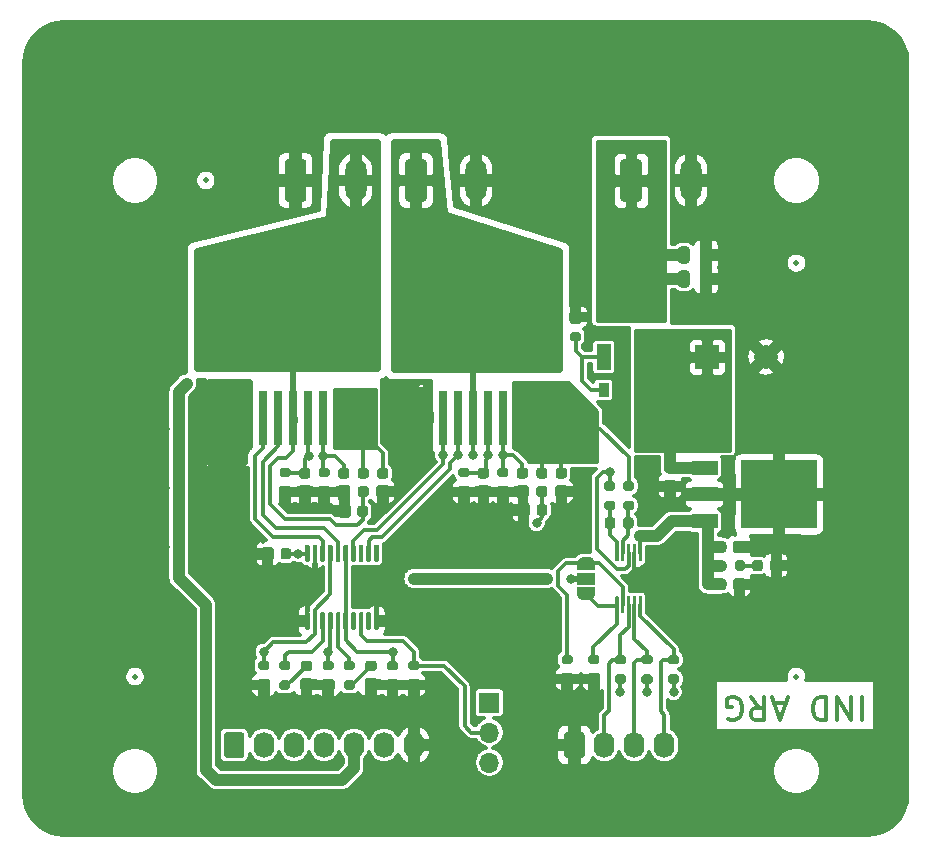
<source format=gbr>
%TF.GenerationSoftware,KiCad,Pcbnew,5.1.8-db9833491~87~ubuntu20.04.1*%
%TF.CreationDate,2020-11-15T12:16:06-03:00*%
%TF.ProjectId,dc_motor,64635f6d-6f74-46f7-922e-6b696361645f,Rev: 1.1*%
%TF.SameCoordinates,PX2dc6c00PY6cb8080*%
%TF.FileFunction,Copper,L1,Top*%
%TF.FilePolarity,Positive*%
%FSLAX46Y46*%
G04 Gerber Fmt 4.6, Leading zero omitted, Abs format (unit mm)*
G04 Created by KiCad (PCBNEW 5.1.8-db9833491~87~ubuntu20.04.1) date 2020-11-15 12:16:06*
%MOMM*%
%LPD*%
G01*
G04 APERTURE LIST*
%TA.AperFunction,NonConductor*%
%ADD10C,0.350000*%
%TD*%
%TA.AperFunction,ComponentPad*%
%ADD11O,1.800000X3.600000*%
%TD*%
%TA.AperFunction,ComponentPad*%
%ADD12O,1.740000X2.190000*%
%TD*%
%TA.AperFunction,SMDPad,CuDef*%
%ADD13R,0.800000X4.600000*%
%TD*%
%TA.AperFunction,SMDPad,CuDef*%
%ADD14R,10.800000X9.400000*%
%TD*%
%TA.AperFunction,SMDPad,CuDef*%
%ADD15R,2.200000X1.200000*%
%TD*%
%TA.AperFunction,SMDPad,CuDef*%
%ADD16R,6.400000X5.800000*%
%TD*%
%TA.AperFunction,SMDPad,CuDef*%
%ADD17R,1.200000X2.200000*%
%TD*%
%TA.AperFunction,SMDPad,CuDef*%
%ADD18R,5.800000X6.400000*%
%TD*%
%TA.AperFunction,ComponentPad*%
%ADD19O,1.700000X1.700000*%
%TD*%
%TA.AperFunction,ComponentPad*%
%ADD20R,1.700000X1.700000*%
%TD*%
%TA.AperFunction,SMDPad,CuDef*%
%ADD21R,1.500000X1.000000*%
%TD*%
%TA.AperFunction,SMDPad,CuDef*%
%ADD22C,0.100000*%
%TD*%
%TA.AperFunction,SMDPad,CuDef*%
%ADD23C,0.500000*%
%TD*%
%TA.AperFunction,SMDPad,CuDef*%
%ADD24R,0.900000X1.200000*%
%TD*%
%TA.AperFunction,ComponentPad*%
%ADD25C,2.000000*%
%TD*%
%TA.AperFunction,ComponentPad*%
%ADD26R,2.000000X2.000000*%
%TD*%
%TA.AperFunction,ViaPad*%
%ADD27C,0.800000*%
%TD*%
%TA.AperFunction,Conductor*%
%ADD28C,0.300000*%
%TD*%
%TA.AperFunction,Conductor*%
%ADD29C,1.000000*%
%TD*%
%TA.AperFunction,Conductor*%
%ADD30C,0.500000*%
%TD*%
%TA.AperFunction,Conductor*%
%ADD31C,0.800000*%
%TD*%
%TA.AperFunction,Conductor*%
%ADD32C,0.100000*%
%TD*%
%TA.AperFunction,Conductor*%
%ADD33C,0.254000*%
%TD*%
G04 APERTURE END LIST*
D10*
X71566666Y12304762D02*
X71566666Y10304762D01*
X70614285Y12304762D02*
X70614285Y10304762D01*
X69471428Y12304762D01*
X69471428Y10304762D01*
X68519047Y12304762D02*
X68519047Y10304762D01*
X68042857Y10304762D01*
X67757142Y10400000D01*
X67566666Y10590477D01*
X67471428Y10780953D01*
X67376190Y11161905D01*
X67376190Y11447620D01*
X67471428Y11828572D01*
X67566666Y12019048D01*
X67757142Y12209524D01*
X68042857Y12304762D01*
X68519047Y12304762D01*
X65090476Y11733334D02*
X64138095Y11733334D01*
X65280952Y12304762D02*
X64614285Y10304762D01*
X63947619Y12304762D01*
X62138095Y12304762D02*
X62804761Y11352381D01*
X63280952Y12304762D02*
X63280952Y10304762D01*
X62519047Y10304762D01*
X62328571Y10400000D01*
X62233333Y10495239D01*
X62138095Y10685715D01*
X62138095Y10971429D01*
X62233333Y11161905D01*
X62328571Y11257143D01*
X62519047Y11352381D01*
X63280952Y11352381D01*
X60233333Y10400000D02*
X60423809Y10304762D01*
X60709523Y10304762D01*
X60995238Y10400000D01*
X61185714Y10590477D01*
X61280952Y10780953D01*
X61376190Y11161905D01*
X61376190Y11447620D01*
X61280952Y11828572D01*
X61185714Y12019048D01*
X60995238Y12209524D01*
X60709523Y12304762D01*
X60519047Y12304762D01*
X60233333Y12209524D01*
X60138095Y12114286D01*
X60138095Y11447620D01*
X60519047Y11447620D01*
D11*
%TO.P,J5,2*%
%TO.N,GND*%
X38880000Y56000000D03*
%TO.P,J5,1*%
%TO.N,Net-(C11-Pad2)*%
%TA.AperFunction,ComponentPad*%
G36*
G01*
X32900000Y54450000D02*
X32900000Y57550000D01*
G75*
G02*
X33150000Y57800000I250000J0D01*
G01*
X34450000Y57800000D01*
G75*
G02*
X34700000Y57550000I0J-250000D01*
G01*
X34700000Y54450000D01*
G75*
G02*
X34450000Y54200000I-250000J0D01*
G01*
X33150000Y54200000D01*
G75*
G02*
X32900000Y54450000I0J250000D01*
G01*
G37*
%TD.AperFunction*%
%TD*%
%TO.P,J2,2*%
%TO.N,Net-(C10-Pad2)*%
X28680000Y56000000D03*
%TO.P,J2,1*%
%TO.N,GND*%
%TA.AperFunction,ComponentPad*%
G36*
G01*
X22700000Y54450000D02*
X22700000Y57550000D01*
G75*
G02*
X22950000Y57800000I250000J0D01*
G01*
X24250000Y57800000D01*
G75*
G02*
X24500000Y57550000I0J-250000D01*
G01*
X24500000Y54450000D01*
G75*
G02*
X24250000Y54200000I-250000J0D01*
G01*
X22950000Y54200000D01*
G75*
G02*
X22700000Y54450000I0J250000D01*
G01*
G37*
%TD.AperFunction*%
%TD*%
%TO.P,J1,2*%
%TO.N,GND*%
X57080000Y56000000D03*
%TO.P,J1,1*%
%TO.N,Net-(C7-Pad1)*%
%TA.AperFunction,ComponentPad*%
G36*
G01*
X51100000Y54450000D02*
X51100000Y57550000D01*
G75*
G02*
X51350000Y57800000I250000J0D01*
G01*
X52650000Y57800000D01*
G75*
G02*
X52900000Y57550000I0J-250000D01*
G01*
X52900000Y54450000D01*
G75*
G02*
X52650000Y54200000I-250000J0D01*
G01*
X51350000Y54200000D01*
G75*
G02*
X51100000Y54450000I0J250000D01*
G01*
G37*
%TD.AperFunction*%
%TD*%
D12*
%TO.P,J3,4*%
%TO.N,/SCL*%
X54829000Y8200000D03*
%TO.P,J3,3*%
%TO.N,/SDA*%
X52289000Y8200000D03*
%TO.P,J3,2*%
%TO.N,/ALERT*%
X49749000Y8200000D03*
%TO.P,J3,1*%
%TO.N,GND*%
%TA.AperFunction,ComponentPad*%
G36*
G01*
X46339000Y7354999D02*
X46339000Y9045001D01*
G75*
G02*
X46588999Y9295000I249999J0D01*
G01*
X47829001Y9295000D01*
G75*
G02*
X48079000Y9045001I0J-249999D01*
G01*
X48079000Y7354999D01*
G75*
G02*
X47829001Y7105000I-249999J0D01*
G01*
X46588999Y7105000D01*
G75*
G02*
X46339000Y7354999I0J249999D01*
G01*
G37*
%TD.AperFunction*%
%TD*%
D13*
%TO.P,Q2,1*%
%TO.N,GND*%
X19590000Y35925000D03*
%TO.P,Q2,2*%
%TO.N,/IN-A*%
X20860000Y35925000D03*
%TO.P,Q2,3*%
%TO.N,/INH-A*%
X22130000Y35925000D03*
%TO.P,Q2,4*%
%TO.N,Net-(C10-Pad2)*%
X23400000Y35925000D03*
%TO.P,Q2,5*%
%TO.N,Net-(C19-Pad1)*%
X24670000Y35925000D03*
%TO.P,Q2,6*%
%TO.N,/IS-A*%
X25940000Y35925000D03*
%TO.P,Q2,7*%
%TO.N,Vdrive*%
X27210000Y35925000D03*
D14*
%TO.P,Q2,8*%
%TO.N,Net-(C10-Pad2)*%
X23400000Y45075000D03*
%TD*%
%TO.P,R19,2*%
%TO.N,GND*%
%TA.AperFunction,SMDPad,CuDef*%
G36*
G01*
X22445000Y30007000D02*
X22995000Y30007000D01*
G75*
G02*
X23195000Y29807000I0J-200000D01*
G01*
X23195000Y29407000D01*
G75*
G02*
X22995000Y29207000I-200000J0D01*
G01*
X22445000Y29207000D01*
G75*
G02*
X22245000Y29407000I0J200000D01*
G01*
X22245000Y29807000D01*
G75*
G02*
X22445000Y30007000I200000J0D01*
G01*
G37*
%TD.AperFunction*%
%TO.P,R19,1*%
%TO.N,Net-(C19-Pad1)*%
%TA.AperFunction,SMDPad,CuDef*%
G36*
G01*
X22445000Y31657000D02*
X22995000Y31657000D01*
G75*
G02*
X23195000Y31457000I0J-200000D01*
G01*
X23195000Y31057000D01*
G75*
G02*
X22995000Y30857000I-200000J0D01*
G01*
X22445000Y30857000D01*
G75*
G02*
X22245000Y31057000I0J200000D01*
G01*
X22245000Y31457000D01*
G75*
G02*
X22445000Y31657000I200000J0D01*
G01*
G37*
%TD.AperFunction*%
%TD*%
%TO.P,R11,2*%
%TO.N,Net-(R11-Pad2)*%
%TA.AperFunction,SMDPad,CuDef*%
G36*
G01*
X28420712Y14525000D02*
X27870712Y14525000D01*
G75*
G02*
X27670712Y14725000I0J200000D01*
G01*
X27670712Y15125000D01*
G75*
G02*
X27870712Y15325000I200000J0D01*
G01*
X28420712Y15325000D01*
G75*
G02*
X28620712Y15125000I0J-200000D01*
G01*
X28620712Y14725000D01*
G75*
G02*
X28420712Y14525000I-200000J0D01*
G01*
G37*
%TD.AperFunction*%
%TO.P,R11,1*%
%TO.N,Net-(D3-Pad2)*%
%TA.AperFunction,SMDPad,CuDef*%
G36*
G01*
X28420712Y12875000D02*
X27870712Y12875000D01*
G75*
G02*
X27670712Y13075000I0J200000D01*
G01*
X27670712Y13475000D01*
G75*
G02*
X27870712Y13675000I200000J0D01*
G01*
X28420712Y13675000D01*
G75*
G02*
X28620712Y13475000I0J-200000D01*
G01*
X28620712Y13075000D01*
G75*
G02*
X28420712Y12875000I-200000J0D01*
G01*
G37*
%TD.AperFunction*%
%TD*%
D15*
%TO.P,U1,1*%
%TO.N,VCC*%
X58234000Y31698000D03*
%TO.P,U1,2*%
%TO.N,GND*%
X58234000Y29418000D03*
%TO.P,U1,3*%
%TO.N,+5V*%
X58234000Y27138000D03*
D16*
%TO.P,U1,2*%
%TO.N,GND*%
X64534000Y29418000D03*
%TD*%
%TO.P,R4,2*%
%TO.N,+5V*%
%TA.AperFunction,SMDPad,CuDef*%
G36*
G01*
X59975000Y23675000D02*
X59975000Y23125000D01*
G75*
G02*
X59775000Y22925000I-200000J0D01*
G01*
X59375000Y22925000D01*
G75*
G02*
X59175000Y23125000I0J200000D01*
G01*
X59175000Y23675000D01*
G75*
G02*
X59375000Y23875000I200000J0D01*
G01*
X59775000Y23875000D01*
G75*
G02*
X59975000Y23675000I0J-200000D01*
G01*
G37*
%TD.AperFunction*%
%TO.P,R4,1*%
%TO.N,Net-(D2-Pad2)*%
%TA.AperFunction,SMDPad,CuDef*%
G36*
G01*
X61625000Y23675000D02*
X61625000Y23125000D01*
G75*
G02*
X61425000Y22925000I-200000J0D01*
G01*
X61025000Y22925000D01*
G75*
G02*
X60825000Y23125000I0J200000D01*
G01*
X60825000Y23675000D01*
G75*
G02*
X61025000Y23875000I200000J0D01*
G01*
X61425000Y23875000D01*
G75*
G02*
X61625000Y23675000I0J-200000D01*
G01*
G37*
%TD.AperFunction*%
%TD*%
%TO.P,D2,2*%
%TO.N,Net-(D2-Pad2)*%
%TA.AperFunction,SMDPad,CuDef*%
G36*
G01*
X63150000Y23656250D02*
X63150000Y23143750D01*
G75*
G02*
X62931250Y22925000I-218750J0D01*
G01*
X62493750Y22925000D01*
G75*
G02*
X62275000Y23143750I0J218750D01*
G01*
X62275000Y23656250D01*
G75*
G02*
X62493750Y23875000I218750J0D01*
G01*
X62931250Y23875000D01*
G75*
G02*
X63150000Y23656250I0J-218750D01*
G01*
G37*
%TD.AperFunction*%
%TO.P,D2,1*%
%TO.N,GND*%
%TA.AperFunction,SMDPad,CuDef*%
G36*
G01*
X64725000Y23656250D02*
X64725000Y23143750D01*
G75*
G02*
X64506250Y22925000I-218750J0D01*
G01*
X64068750Y22925000D01*
G75*
G02*
X63850000Y23143750I0J218750D01*
G01*
X63850000Y23656250D01*
G75*
G02*
X64068750Y23875000I218750J0D01*
G01*
X64506250Y23875000D01*
G75*
G02*
X64725000Y23656250I0J-218750D01*
G01*
G37*
%TD.AperFunction*%
%TD*%
%TO.P,C6,2*%
%TO.N,GND*%
%TA.AperFunction,SMDPad,CuDef*%
G36*
G01*
X60730000Y24723000D02*
X60730000Y25223000D01*
G75*
G02*
X60955000Y25448000I225000J0D01*
G01*
X61405000Y25448000D01*
G75*
G02*
X61630000Y25223000I0J-225000D01*
G01*
X61630000Y24723000D01*
G75*
G02*
X61405000Y24498000I-225000J0D01*
G01*
X60955000Y24498000D01*
G75*
G02*
X60730000Y24723000I0J225000D01*
G01*
G37*
%TD.AperFunction*%
%TO.P,C6,1*%
%TO.N,+5V*%
%TA.AperFunction,SMDPad,CuDef*%
G36*
G01*
X59180000Y24723000D02*
X59180000Y25223000D01*
G75*
G02*
X59405000Y25448000I225000J0D01*
G01*
X59855000Y25448000D01*
G75*
G02*
X60080000Y25223000I0J-225000D01*
G01*
X60080000Y24723000D01*
G75*
G02*
X59855000Y24498000I-225000J0D01*
G01*
X59405000Y24498000D01*
G75*
G02*
X59180000Y24723000I0J225000D01*
G01*
G37*
%TD.AperFunction*%
%TD*%
%TO.P,C3,2*%
%TO.N,GND*%
%TA.AperFunction,SMDPad,CuDef*%
G36*
G01*
X55050000Y30575000D02*
X55550000Y30575000D01*
G75*
G02*
X55775000Y30350000I0J-225000D01*
G01*
X55775000Y29900000D01*
G75*
G02*
X55550000Y29675000I-225000J0D01*
G01*
X55050000Y29675000D01*
G75*
G02*
X54825000Y29900000I0J225000D01*
G01*
X54825000Y30350000D01*
G75*
G02*
X55050000Y30575000I225000J0D01*
G01*
G37*
%TD.AperFunction*%
%TO.P,C3,1*%
%TO.N,VCC*%
%TA.AperFunction,SMDPad,CuDef*%
G36*
G01*
X55050000Y32125000D02*
X55550000Y32125000D01*
G75*
G02*
X55775000Y31900000I0J-225000D01*
G01*
X55775000Y31450000D01*
G75*
G02*
X55550000Y31225000I-225000J0D01*
G01*
X55050000Y31225000D01*
G75*
G02*
X54825000Y31450000I0J225000D01*
G01*
X54825000Y31900000D01*
G75*
G02*
X55050000Y32125000I225000J0D01*
G01*
G37*
%TD.AperFunction*%
%TD*%
%TO.P,U3,20*%
%TO.N,+5V*%
%TA.AperFunction,SMDPad,CuDef*%
G36*
G01*
X24693000Y23698000D02*
X24493000Y23698000D01*
G75*
G02*
X24393000Y23798000I0J100000D01*
G01*
X24393000Y25073000D01*
G75*
G02*
X24493000Y25173000I100000J0D01*
G01*
X24693000Y25173000D01*
G75*
G02*
X24793000Y25073000I0J-100000D01*
G01*
X24793000Y23798000D01*
G75*
G02*
X24693000Y23698000I-100000J0D01*
G01*
G37*
%TD.AperFunction*%
%TO.P,U3,19*%
%TO.N,GND*%
%TA.AperFunction,SMDPad,CuDef*%
G36*
G01*
X25343000Y23698000D02*
X25143000Y23698000D01*
G75*
G02*
X25043000Y23798000I0J100000D01*
G01*
X25043000Y25073000D01*
G75*
G02*
X25143000Y25173000I100000J0D01*
G01*
X25343000Y25173000D01*
G75*
G02*
X25443000Y25073000I0J-100000D01*
G01*
X25443000Y23798000D01*
G75*
G02*
X25343000Y23698000I-100000J0D01*
G01*
G37*
%TD.AperFunction*%
%TO.P,U3,18*%
%TO.N,/IN-A*%
%TA.AperFunction,SMDPad,CuDef*%
G36*
G01*
X25993000Y23698000D02*
X25793000Y23698000D01*
G75*
G02*
X25693000Y23798000I0J100000D01*
G01*
X25693000Y25073000D01*
G75*
G02*
X25793000Y25173000I100000J0D01*
G01*
X25993000Y25173000D01*
G75*
G02*
X26093000Y25073000I0J-100000D01*
G01*
X26093000Y23798000D01*
G75*
G02*
X25993000Y23698000I-100000J0D01*
G01*
G37*
%TD.AperFunction*%
%TO.P,U3,17*%
%TO.N,/PWM1*%
%TA.AperFunction,SMDPad,CuDef*%
G36*
G01*
X26643000Y23698000D02*
X26443000Y23698000D01*
G75*
G02*
X26343000Y23798000I0J100000D01*
G01*
X26343000Y25073000D01*
G75*
G02*
X26443000Y25173000I100000J0D01*
G01*
X26643000Y25173000D01*
G75*
G02*
X26743000Y25073000I0J-100000D01*
G01*
X26743000Y23798000D01*
G75*
G02*
X26643000Y23698000I-100000J0D01*
G01*
G37*
%TD.AperFunction*%
%TO.P,U3,16*%
%TO.N,/INH-A*%
%TA.AperFunction,SMDPad,CuDef*%
G36*
G01*
X27293000Y23698000D02*
X27093000Y23698000D01*
G75*
G02*
X26993000Y23798000I0J100000D01*
G01*
X26993000Y25073000D01*
G75*
G02*
X27093000Y25173000I100000J0D01*
G01*
X27293000Y25173000D01*
G75*
G02*
X27393000Y25073000I0J-100000D01*
G01*
X27393000Y23798000D01*
G75*
G02*
X27293000Y23698000I-100000J0D01*
G01*
G37*
%TD.AperFunction*%
%TO.P,U3,15*%
%TO.N,/PWM2*%
%TA.AperFunction,SMDPad,CuDef*%
G36*
G01*
X27943000Y23698000D02*
X27743000Y23698000D01*
G75*
G02*
X27643000Y23798000I0J100000D01*
G01*
X27643000Y25073000D01*
G75*
G02*
X27743000Y25173000I100000J0D01*
G01*
X27943000Y25173000D01*
G75*
G02*
X28043000Y25073000I0J-100000D01*
G01*
X28043000Y23798000D01*
G75*
G02*
X27943000Y23698000I-100000J0D01*
G01*
G37*
%TD.AperFunction*%
%TO.P,U3,14*%
%TO.N,/IN-B*%
%TA.AperFunction,SMDPad,CuDef*%
G36*
G01*
X28593000Y23698000D02*
X28393000Y23698000D01*
G75*
G02*
X28293000Y23798000I0J100000D01*
G01*
X28293000Y25073000D01*
G75*
G02*
X28393000Y25173000I100000J0D01*
G01*
X28593000Y25173000D01*
G75*
G02*
X28693000Y25073000I0J-100000D01*
G01*
X28693000Y23798000D01*
G75*
G02*
X28593000Y23698000I-100000J0D01*
G01*
G37*
%TD.AperFunction*%
%TO.P,U3,13*%
%TO.N,Net-(U3-Pad13)*%
%TA.AperFunction,SMDPad,CuDef*%
G36*
G01*
X29243000Y23698000D02*
X29043000Y23698000D01*
G75*
G02*
X28943000Y23798000I0J100000D01*
G01*
X28943000Y25073000D01*
G75*
G02*
X29043000Y25173000I100000J0D01*
G01*
X29243000Y25173000D01*
G75*
G02*
X29343000Y25073000I0J-100000D01*
G01*
X29343000Y23798000D01*
G75*
G02*
X29243000Y23698000I-100000J0D01*
G01*
G37*
%TD.AperFunction*%
%TO.P,U3,12*%
%TO.N,/INH-B*%
%TA.AperFunction,SMDPad,CuDef*%
G36*
G01*
X29893000Y23698000D02*
X29693000Y23698000D01*
G75*
G02*
X29593000Y23798000I0J100000D01*
G01*
X29593000Y25073000D01*
G75*
G02*
X29693000Y25173000I100000J0D01*
G01*
X29893000Y25173000D01*
G75*
G02*
X29993000Y25073000I0J-100000D01*
G01*
X29993000Y23798000D01*
G75*
G02*
X29893000Y23698000I-100000J0D01*
G01*
G37*
%TD.AperFunction*%
%TO.P,U3,11*%
%TO.N,Net-(U3-Pad11)*%
%TA.AperFunction,SMDPad,CuDef*%
G36*
G01*
X30543000Y23698000D02*
X30343000Y23698000D01*
G75*
G02*
X30243000Y23798000I0J100000D01*
G01*
X30243000Y25073000D01*
G75*
G02*
X30343000Y25173000I100000J0D01*
G01*
X30543000Y25173000D01*
G75*
G02*
X30643000Y25073000I0J-100000D01*
G01*
X30643000Y23798000D01*
G75*
G02*
X30543000Y23698000I-100000J0D01*
G01*
G37*
%TD.AperFunction*%
%TO.P,U3,10*%
%TO.N,GND*%
%TA.AperFunction,SMDPad,CuDef*%
G36*
G01*
X30543000Y17973000D02*
X30343000Y17973000D01*
G75*
G02*
X30243000Y18073000I0J100000D01*
G01*
X30243000Y19348000D01*
G75*
G02*
X30343000Y19448000I100000J0D01*
G01*
X30543000Y19448000D01*
G75*
G02*
X30643000Y19348000I0J-100000D01*
G01*
X30643000Y18073000D01*
G75*
G02*
X30543000Y17973000I-100000J0D01*
G01*
G37*
%TD.AperFunction*%
%TO.P,U3,9*%
%TO.N,Net-(U3-Pad9)*%
%TA.AperFunction,SMDPad,CuDef*%
G36*
G01*
X29893000Y17973000D02*
X29693000Y17973000D01*
G75*
G02*
X29593000Y18073000I0J100000D01*
G01*
X29593000Y19348000D01*
G75*
G02*
X29693000Y19448000I100000J0D01*
G01*
X29893000Y19448000D01*
G75*
G02*
X29993000Y19348000I0J-100000D01*
G01*
X29993000Y18073000D01*
G75*
G02*
X29893000Y17973000I-100000J0D01*
G01*
G37*
%TD.AperFunction*%
%TO.P,U3,8*%
%TO.N,Net-(JP2-Pad2)*%
%TA.AperFunction,SMDPad,CuDef*%
G36*
G01*
X29243000Y17973000D02*
X29043000Y17973000D01*
G75*
G02*
X28943000Y18073000I0J100000D01*
G01*
X28943000Y19348000D01*
G75*
G02*
X29043000Y19448000I100000J0D01*
G01*
X29243000Y19448000D01*
G75*
G02*
X29343000Y19348000I0J-100000D01*
G01*
X29343000Y18073000D01*
G75*
G02*
X29243000Y17973000I-100000J0D01*
G01*
G37*
%TD.AperFunction*%
%TO.P,U3,7*%
%TO.N,Net-(U3-Pad7)*%
%TA.AperFunction,SMDPad,CuDef*%
G36*
G01*
X28593000Y17973000D02*
X28393000Y17973000D01*
G75*
G02*
X28293000Y18073000I0J100000D01*
G01*
X28293000Y19348000D01*
G75*
G02*
X28393000Y19448000I100000J0D01*
G01*
X28593000Y19448000D01*
G75*
G02*
X28693000Y19348000I0J-100000D01*
G01*
X28693000Y18073000D01*
G75*
G02*
X28593000Y17973000I-100000J0D01*
G01*
G37*
%TD.AperFunction*%
%TO.P,U3,6*%
%TO.N,/PWM2*%
%TA.AperFunction,SMDPad,CuDef*%
G36*
G01*
X27943000Y17973000D02*
X27743000Y17973000D01*
G75*
G02*
X27643000Y18073000I0J100000D01*
G01*
X27643000Y19348000D01*
G75*
G02*
X27743000Y19448000I100000J0D01*
G01*
X27943000Y19448000D01*
G75*
G02*
X28043000Y19348000I0J-100000D01*
G01*
X28043000Y18073000D01*
G75*
G02*
X27943000Y17973000I-100000J0D01*
G01*
G37*
%TD.AperFunction*%
%TO.P,U3,5*%
%TO.N,Net-(R11-Pad2)*%
%TA.AperFunction,SMDPad,CuDef*%
G36*
G01*
X27293000Y17973000D02*
X27093000Y17973000D01*
G75*
G02*
X26993000Y18073000I0J100000D01*
G01*
X26993000Y19348000D01*
G75*
G02*
X27093000Y19448000I100000J0D01*
G01*
X27293000Y19448000D01*
G75*
G02*
X27393000Y19348000I0J-100000D01*
G01*
X27393000Y18073000D01*
G75*
G02*
X27293000Y17973000I-100000J0D01*
G01*
G37*
%TD.AperFunction*%
%TO.P,U3,4*%
%TO.N,/EN_1*%
%TA.AperFunction,SMDPad,CuDef*%
G36*
G01*
X26643000Y17973000D02*
X26443000Y17973000D01*
G75*
G02*
X26343000Y18073000I0J100000D01*
G01*
X26343000Y19348000D01*
G75*
G02*
X26443000Y19448000I100000J0D01*
G01*
X26643000Y19448000D01*
G75*
G02*
X26743000Y19348000I0J-100000D01*
G01*
X26743000Y18073000D01*
G75*
G02*
X26643000Y17973000I-100000J0D01*
G01*
G37*
%TD.AperFunction*%
%TO.P,U3,3*%
%TO.N,Net-(R12-Pad2)*%
%TA.AperFunction,SMDPad,CuDef*%
G36*
G01*
X25993000Y17973000D02*
X25793000Y17973000D01*
G75*
G02*
X25693000Y18073000I0J100000D01*
G01*
X25693000Y19348000D01*
G75*
G02*
X25793000Y19448000I100000J0D01*
G01*
X25993000Y19448000D01*
G75*
G02*
X26093000Y19348000I0J-100000D01*
G01*
X26093000Y18073000D01*
G75*
G02*
X25993000Y17973000I-100000J0D01*
G01*
G37*
%TD.AperFunction*%
%TO.P,U3,2*%
%TO.N,/PWM1*%
%TA.AperFunction,SMDPad,CuDef*%
G36*
G01*
X25343000Y17973000D02*
X25143000Y17973000D01*
G75*
G02*
X25043000Y18073000I0J100000D01*
G01*
X25043000Y19348000D01*
G75*
G02*
X25143000Y19448000I100000J0D01*
G01*
X25343000Y19448000D01*
G75*
G02*
X25443000Y19348000I0J-100000D01*
G01*
X25443000Y18073000D01*
G75*
G02*
X25343000Y17973000I-100000J0D01*
G01*
G37*
%TD.AperFunction*%
%TO.P,U3,1*%
%TO.N,GND*%
%TA.AperFunction,SMDPad,CuDef*%
G36*
G01*
X24693000Y17973000D02*
X24493000Y17973000D01*
G75*
G02*
X24393000Y18073000I0J100000D01*
G01*
X24393000Y19348000D01*
G75*
G02*
X24493000Y19448000I100000J0D01*
G01*
X24693000Y19448000D01*
G75*
G02*
X24793000Y19348000I0J-100000D01*
G01*
X24793000Y18073000D01*
G75*
G02*
X24693000Y17973000I-100000J0D01*
G01*
G37*
%TD.AperFunction*%
%TD*%
%TO.P,U2,10*%
%TO.N,Net-(C2-Pad1)*%
%TA.AperFunction,SMDPad,CuDef*%
G36*
G01*
X50864000Y23750000D02*
X50714000Y23750000D01*
G75*
G02*
X50639000Y23825000I0J75000D01*
G01*
X50639000Y25125000D01*
G75*
G02*
X50714000Y25200000I75000J0D01*
G01*
X50864000Y25200000D01*
G75*
G02*
X50939000Y25125000I0J-75000D01*
G01*
X50939000Y23825000D01*
G75*
G02*
X50864000Y23750000I-75000J0D01*
G01*
G37*
%TD.AperFunction*%
%TO.P,U2,9*%
%TO.N,Net-(C2-Pad2)*%
%TA.AperFunction,SMDPad,CuDef*%
G36*
G01*
X51364000Y23750000D02*
X51214000Y23750000D01*
G75*
G02*
X51139000Y23825000I0J75000D01*
G01*
X51139000Y25125000D01*
G75*
G02*
X51214000Y25200000I75000J0D01*
G01*
X51364000Y25200000D01*
G75*
G02*
X51439000Y25125000I0J-75000D01*
G01*
X51439000Y23825000D01*
G75*
G02*
X51364000Y23750000I-75000J0D01*
G01*
G37*
%TD.AperFunction*%
%TO.P,U2,8*%
%TO.N,VCC*%
%TA.AperFunction,SMDPad,CuDef*%
G36*
G01*
X51864000Y23750000D02*
X51714000Y23750000D01*
G75*
G02*
X51639000Y23825000I0J75000D01*
G01*
X51639000Y25125000D01*
G75*
G02*
X51714000Y25200000I75000J0D01*
G01*
X51864000Y25200000D01*
G75*
G02*
X51939000Y25125000I0J-75000D01*
G01*
X51939000Y23825000D01*
G75*
G02*
X51864000Y23750000I-75000J0D01*
G01*
G37*
%TD.AperFunction*%
%TO.P,U2,7*%
%TO.N,GND*%
%TA.AperFunction,SMDPad,CuDef*%
G36*
G01*
X52364000Y23750000D02*
X52214000Y23750000D01*
G75*
G02*
X52139000Y23825000I0J75000D01*
G01*
X52139000Y25125000D01*
G75*
G02*
X52214000Y25200000I75000J0D01*
G01*
X52364000Y25200000D01*
G75*
G02*
X52439000Y25125000I0J-75000D01*
G01*
X52439000Y23825000D01*
G75*
G02*
X52364000Y23750000I-75000J0D01*
G01*
G37*
%TD.AperFunction*%
%TO.P,U2,6*%
%TO.N,+5V*%
%TA.AperFunction,SMDPad,CuDef*%
G36*
G01*
X52864000Y23750000D02*
X52714000Y23750000D01*
G75*
G02*
X52639000Y23825000I0J75000D01*
G01*
X52639000Y25125000D01*
G75*
G02*
X52714000Y25200000I75000J0D01*
G01*
X52864000Y25200000D01*
G75*
G02*
X52939000Y25125000I0J-75000D01*
G01*
X52939000Y23825000D01*
G75*
G02*
X52864000Y23750000I-75000J0D01*
G01*
G37*
%TD.AperFunction*%
%TO.P,U2,5*%
%TO.N,/SCL*%
%TA.AperFunction,SMDPad,CuDef*%
G36*
G01*
X52864000Y19350000D02*
X52714000Y19350000D01*
G75*
G02*
X52639000Y19425000I0J75000D01*
G01*
X52639000Y20725000D01*
G75*
G02*
X52714000Y20800000I75000J0D01*
G01*
X52864000Y20800000D01*
G75*
G02*
X52939000Y20725000I0J-75000D01*
G01*
X52939000Y19425000D01*
G75*
G02*
X52864000Y19350000I-75000J0D01*
G01*
G37*
%TD.AperFunction*%
%TO.P,U2,4*%
%TO.N,/SDA*%
%TA.AperFunction,SMDPad,CuDef*%
G36*
G01*
X52364000Y19350000D02*
X52214000Y19350000D01*
G75*
G02*
X52139000Y19425000I0J75000D01*
G01*
X52139000Y20725000D01*
G75*
G02*
X52214000Y20800000I75000J0D01*
G01*
X52364000Y20800000D01*
G75*
G02*
X52439000Y20725000I0J-75000D01*
G01*
X52439000Y19425000D01*
G75*
G02*
X52364000Y19350000I-75000J0D01*
G01*
G37*
%TD.AperFunction*%
%TO.P,U2,3*%
%TO.N,/ALERT*%
%TA.AperFunction,SMDPad,CuDef*%
G36*
G01*
X51864000Y19350000D02*
X51714000Y19350000D01*
G75*
G02*
X51639000Y19425000I0J75000D01*
G01*
X51639000Y20725000D01*
G75*
G02*
X51714000Y20800000I75000J0D01*
G01*
X51864000Y20800000D01*
G75*
G02*
X51939000Y20725000I0J-75000D01*
G01*
X51939000Y19425000D01*
G75*
G02*
X51864000Y19350000I-75000J0D01*
G01*
G37*
%TD.AperFunction*%
%TO.P,U2,2*%
%TO.N,/A0*%
%TA.AperFunction,SMDPad,CuDef*%
G36*
G01*
X51364000Y19350000D02*
X51214000Y19350000D01*
G75*
G02*
X51139000Y19425000I0J75000D01*
G01*
X51139000Y20725000D01*
G75*
G02*
X51214000Y20800000I75000J0D01*
G01*
X51364000Y20800000D01*
G75*
G02*
X51439000Y20725000I0J-75000D01*
G01*
X51439000Y19425000D01*
G75*
G02*
X51364000Y19350000I-75000J0D01*
G01*
G37*
%TD.AperFunction*%
%TO.P,U2,1*%
%TO.N,/A1*%
%TA.AperFunction,SMDPad,CuDef*%
G36*
G01*
X50864000Y19350000D02*
X50714000Y19350000D01*
G75*
G02*
X50639000Y19425000I0J75000D01*
G01*
X50639000Y20725000D01*
G75*
G02*
X50714000Y20800000I75000J0D01*
G01*
X50864000Y20800000D01*
G75*
G02*
X50939000Y20725000I0J-75000D01*
G01*
X50939000Y19425000D01*
G75*
G02*
X50864000Y19350000I-75000J0D01*
G01*
G37*
%TD.AperFunction*%
%TD*%
%TO.P,R20,2*%
%TO.N,GND*%
%TA.AperFunction,SMDPad,CuDef*%
G36*
G01*
X37572000Y30015000D02*
X38122000Y30015000D01*
G75*
G02*
X38322000Y29815000I0J-200000D01*
G01*
X38322000Y29415000D01*
G75*
G02*
X38122000Y29215000I-200000J0D01*
G01*
X37572000Y29215000D01*
G75*
G02*
X37372000Y29415000I0J200000D01*
G01*
X37372000Y29815000D01*
G75*
G02*
X37572000Y30015000I200000J0D01*
G01*
G37*
%TD.AperFunction*%
%TO.P,R20,1*%
%TO.N,Net-(C20-Pad1)*%
%TA.AperFunction,SMDPad,CuDef*%
G36*
G01*
X37572000Y31665000D02*
X38122000Y31665000D01*
G75*
G02*
X38322000Y31465000I0J-200000D01*
G01*
X38322000Y31065000D01*
G75*
G02*
X38122000Y30865000I-200000J0D01*
G01*
X37572000Y30865000D01*
G75*
G02*
X37372000Y31065000I0J200000D01*
G01*
X37372000Y31465000D01*
G75*
G02*
X37572000Y31665000I200000J0D01*
G01*
G37*
%TD.AperFunction*%
%TD*%
%TO.P,R18,2*%
%TO.N,GND*%
%TA.AperFunction,SMDPad,CuDef*%
G36*
G01*
X40874000Y30015000D02*
X41424000Y30015000D01*
G75*
G02*
X41624000Y29815000I0J-200000D01*
G01*
X41624000Y29415000D01*
G75*
G02*
X41424000Y29215000I-200000J0D01*
G01*
X40874000Y29215000D01*
G75*
G02*
X40674000Y29415000I0J200000D01*
G01*
X40674000Y29815000D01*
G75*
G02*
X40874000Y30015000I200000J0D01*
G01*
G37*
%TD.AperFunction*%
%TO.P,R18,1*%
%TO.N,/IS-B*%
%TA.AperFunction,SMDPad,CuDef*%
G36*
G01*
X40874000Y31665000D02*
X41424000Y31665000D01*
G75*
G02*
X41624000Y31465000I0J-200000D01*
G01*
X41624000Y31065000D01*
G75*
G02*
X41424000Y30865000I-200000J0D01*
G01*
X40874000Y30865000D01*
G75*
G02*
X40674000Y31065000I0J200000D01*
G01*
X40674000Y31465000D01*
G75*
G02*
X40874000Y31665000I200000J0D01*
G01*
G37*
%TD.AperFunction*%
%TD*%
%TO.P,R17,2*%
%TO.N,GND*%
%TA.AperFunction,SMDPad,CuDef*%
G36*
G01*
X25747000Y30007000D02*
X26297000Y30007000D01*
G75*
G02*
X26497000Y29807000I0J-200000D01*
G01*
X26497000Y29407000D01*
G75*
G02*
X26297000Y29207000I-200000J0D01*
G01*
X25747000Y29207000D01*
G75*
G02*
X25547000Y29407000I0J200000D01*
G01*
X25547000Y29807000D01*
G75*
G02*
X25747000Y30007000I200000J0D01*
G01*
G37*
%TD.AperFunction*%
%TO.P,R17,1*%
%TO.N,/IS-A*%
%TA.AperFunction,SMDPad,CuDef*%
G36*
G01*
X25747000Y31657000D02*
X26297000Y31657000D01*
G75*
G02*
X26497000Y31457000I0J-200000D01*
G01*
X26497000Y31057000D01*
G75*
G02*
X26297000Y30857000I-200000J0D01*
G01*
X25747000Y30857000D01*
G75*
G02*
X25547000Y31057000I0J200000D01*
G01*
X25547000Y31457000D01*
G75*
G02*
X25747000Y31657000I200000J0D01*
G01*
G37*
%TD.AperFunction*%
%TD*%
%TO.P,R16,2*%
%TO.N,GND*%
%TA.AperFunction,SMDPad,CuDef*%
G36*
G01*
X20625000Y13675000D02*
X21175000Y13675000D01*
G75*
G02*
X21375000Y13475000I0J-200000D01*
G01*
X21375000Y13075000D01*
G75*
G02*
X21175000Y12875000I-200000J0D01*
G01*
X20625000Y12875000D01*
G75*
G02*
X20425000Y13075000I0J200000D01*
G01*
X20425000Y13475000D01*
G75*
G02*
X20625000Y13675000I200000J0D01*
G01*
G37*
%TD.AperFunction*%
%TO.P,R16,1*%
%TO.N,/PWM1*%
%TA.AperFunction,SMDPad,CuDef*%
G36*
G01*
X20625000Y15325000D02*
X21175000Y15325000D01*
G75*
G02*
X21375000Y15125000I0J-200000D01*
G01*
X21375000Y14725000D01*
G75*
G02*
X21175000Y14525000I-200000J0D01*
G01*
X20625000Y14525000D01*
G75*
G02*
X20425000Y14725000I0J200000D01*
G01*
X20425000Y15125000D01*
G75*
G02*
X20625000Y15325000I200000J0D01*
G01*
G37*
%TD.AperFunction*%
%TD*%
%TO.P,R15,2*%
%TO.N,GND*%
%TA.AperFunction,SMDPad,CuDef*%
G36*
G01*
X26079284Y13675000D02*
X26629284Y13675000D01*
G75*
G02*
X26829284Y13475000I0J-200000D01*
G01*
X26829284Y13075000D01*
G75*
G02*
X26629284Y12875000I-200000J0D01*
G01*
X26079284Y12875000D01*
G75*
G02*
X25879284Y13075000I0J200000D01*
G01*
X25879284Y13475000D01*
G75*
G02*
X26079284Y13675000I200000J0D01*
G01*
G37*
%TD.AperFunction*%
%TO.P,R15,1*%
%TO.N,/EN_1*%
%TA.AperFunction,SMDPad,CuDef*%
G36*
G01*
X26079284Y15325000D02*
X26629284Y15325000D01*
G75*
G02*
X26829284Y15125000I0J-200000D01*
G01*
X26829284Y14725000D01*
G75*
G02*
X26629284Y14525000I-200000J0D01*
G01*
X26079284Y14525000D01*
G75*
G02*
X25879284Y14725000I0J200000D01*
G01*
X25879284Y15125000D01*
G75*
G02*
X26079284Y15325000I200000J0D01*
G01*
G37*
%TD.AperFunction*%
%TD*%
%TO.P,R14,2*%
%TO.N,GND*%
%TA.AperFunction,SMDPad,CuDef*%
G36*
G01*
X31533568Y13675000D02*
X32083568Y13675000D01*
G75*
G02*
X32283568Y13475000I0J-200000D01*
G01*
X32283568Y13075000D01*
G75*
G02*
X32083568Y12875000I-200000J0D01*
G01*
X31533568Y12875000D01*
G75*
G02*
X31333568Y13075000I0J200000D01*
G01*
X31333568Y13475000D01*
G75*
G02*
X31533568Y13675000I200000J0D01*
G01*
G37*
%TD.AperFunction*%
%TO.P,R14,1*%
%TO.N,/PWM2*%
%TA.AperFunction,SMDPad,CuDef*%
G36*
G01*
X31533568Y15325000D02*
X32083568Y15325000D01*
G75*
G02*
X32283568Y15125000I0J-200000D01*
G01*
X32283568Y14725000D01*
G75*
G02*
X32083568Y14525000I-200000J0D01*
G01*
X31533568Y14525000D01*
G75*
G02*
X31333568Y14725000I0J200000D01*
G01*
X31333568Y15125000D01*
G75*
G02*
X31533568Y15325000I200000J0D01*
G01*
G37*
%TD.AperFunction*%
%TD*%
%TO.P,R13,2*%
%TO.N,GND*%
%TA.AperFunction,SMDPad,CuDef*%
G36*
G01*
X33325000Y13675000D02*
X33875000Y13675000D01*
G75*
G02*
X34075000Y13475000I0J-200000D01*
G01*
X34075000Y13075000D01*
G75*
G02*
X33875000Y12875000I-200000J0D01*
G01*
X33325000Y12875000D01*
G75*
G02*
X33125000Y13075000I0J200000D01*
G01*
X33125000Y13475000D01*
G75*
G02*
X33325000Y13675000I200000J0D01*
G01*
G37*
%TD.AperFunction*%
%TO.P,R13,1*%
%TO.N,Net-(JP2-Pad2)*%
%TA.AperFunction,SMDPad,CuDef*%
G36*
G01*
X33325000Y15325000D02*
X33875000Y15325000D01*
G75*
G02*
X34075000Y15125000I0J-200000D01*
G01*
X34075000Y14725000D01*
G75*
G02*
X33875000Y14525000I-200000J0D01*
G01*
X33325000Y14525000D01*
G75*
G02*
X33125000Y14725000I0J200000D01*
G01*
X33125000Y15125000D01*
G75*
G02*
X33325000Y15325000I200000J0D01*
G01*
G37*
%TD.AperFunction*%
%TD*%
%TO.P,R12,2*%
%TO.N,Net-(R12-Pad2)*%
%TA.AperFunction,SMDPad,CuDef*%
G36*
G01*
X22966428Y14525000D02*
X22416428Y14525000D01*
G75*
G02*
X22216428Y14725000I0J200000D01*
G01*
X22216428Y15125000D01*
G75*
G02*
X22416428Y15325000I200000J0D01*
G01*
X22966428Y15325000D01*
G75*
G02*
X23166428Y15125000I0J-200000D01*
G01*
X23166428Y14725000D01*
G75*
G02*
X22966428Y14525000I-200000J0D01*
G01*
G37*
%TD.AperFunction*%
%TO.P,R12,1*%
%TO.N,Net-(D4-Pad2)*%
%TA.AperFunction,SMDPad,CuDef*%
G36*
G01*
X22966428Y12875000D02*
X22416428Y12875000D01*
G75*
G02*
X22216428Y13075000I0J200000D01*
G01*
X22216428Y13475000D01*
G75*
G02*
X22416428Y13675000I200000J0D01*
G01*
X22966428Y13675000D01*
G75*
G02*
X23166428Y13475000I0J-200000D01*
G01*
X23166428Y13075000D01*
G75*
G02*
X22966428Y12875000I-200000J0D01*
G01*
G37*
%TD.AperFunction*%
%TD*%
%TO.P,R10,2*%
%TO.N,GND*%
%TA.AperFunction,SMDPad,CuDef*%
G36*
G01*
X46325000Y14175000D02*
X46875000Y14175000D01*
G75*
G02*
X47075000Y13975000I0J-200000D01*
G01*
X47075000Y13575000D01*
G75*
G02*
X46875000Y13375000I-200000J0D01*
G01*
X46325000Y13375000D01*
G75*
G02*
X46125000Y13575000I0J200000D01*
G01*
X46125000Y13975000D01*
G75*
G02*
X46325000Y14175000I200000J0D01*
G01*
G37*
%TD.AperFunction*%
%TO.P,R10,1*%
%TO.N,/A0*%
%TA.AperFunction,SMDPad,CuDef*%
G36*
G01*
X46325000Y15825000D02*
X46875000Y15825000D01*
G75*
G02*
X47075000Y15625000I0J-200000D01*
G01*
X47075000Y15225000D01*
G75*
G02*
X46875000Y15025000I-200000J0D01*
G01*
X46325000Y15025000D01*
G75*
G02*
X46125000Y15225000I0J200000D01*
G01*
X46125000Y15625000D01*
G75*
G02*
X46325000Y15825000I200000J0D01*
G01*
G37*
%TD.AperFunction*%
%TD*%
%TO.P,R9,2*%
%TO.N,GND*%
%TA.AperFunction,SMDPad,CuDef*%
G36*
G01*
X48575000Y14175000D02*
X49125000Y14175000D01*
G75*
G02*
X49325000Y13975000I0J-200000D01*
G01*
X49325000Y13575000D01*
G75*
G02*
X49125000Y13375000I-200000J0D01*
G01*
X48575000Y13375000D01*
G75*
G02*
X48375000Y13575000I0J200000D01*
G01*
X48375000Y13975000D01*
G75*
G02*
X48575000Y14175000I200000J0D01*
G01*
G37*
%TD.AperFunction*%
%TO.P,R9,1*%
%TO.N,/A1*%
%TA.AperFunction,SMDPad,CuDef*%
G36*
G01*
X48575000Y15825000D02*
X49125000Y15825000D01*
G75*
G02*
X49325000Y15625000I0J-200000D01*
G01*
X49325000Y15225000D01*
G75*
G02*
X49125000Y15025000I-200000J0D01*
G01*
X48575000Y15025000D01*
G75*
G02*
X48375000Y15225000I0J200000D01*
G01*
X48375000Y15625000D01*
G75*
G02*
X48575000Y15825000I200000J0D01*
G01*
G37*
%TD.AperFunction*%
%TD*%
%TO.P,R8,2*%
%TO.N,Vdrive*%
%TA.AperFunction,SMDPad,CuDef*%
G36*
G01*
X52075000Y29725000D02*
X51525000Y29725000D01*
G75*
G02*
X51325000Y29925000I0J200000D01*
G01*
X51325000Y30325000D01*
G75*
G02*
X51525000Y30525000I200000J0D01*
G01*
X52075000Y30525000D01*
G75*
G02*
X52275000Y30325000I0J-200000D01*
G01*
X52275000Y29925000D01*
G75*
G02*
X52075000Y29725000I-200000J0D01*
G01*
G37*
%TD.AperFunction*%
%TO.P,R8,1*%
%TO.N,Net-(C2-Pad2)*%
%TA.AperFunction,SMDPad,CuDef*%
G36*
G01*
X52075000Y28075000D02*
X51525000Y28075000D01*
G75*
G02*
X51325000Y28275000I0J200000D01*
G01*
X51325000Y28675000D01*
G75*
G02*
X51525000Y28875000I200000J0D01*
G01*
X52075000Y28875000D01*
G75*
G02*
X52275000Y28675000I0J-200000D01*
G01*
X52275000Y28275000D01*
G75*
G02*
X52075000Y28075000I-200000J0D01*
G01*
G37*
%TD.AperFunction*%
%TD*%
%TO.P,R7,2*%
%TO.N,GND*%
%TA.AperFunction,SMDPad,CuDef*%
G36*
G01*
X47575000Y44025000D02*
X47025000Y44025000D01*
G75*
G02*
X46825000Y44225000I0J200000D01*
G01*
X46825000Y44625000D01*
G75*
G02*
X47025000Y44825000I200000J0D01*
G01*
X47575000Y44825000D01*
G75*
G02*
X47775000Y44625000I0J-200000D01*
G01*
X47775000Y44225000D01*
G75*
G02*
X47575000Y44025000I-200000J0D01*
G01*
G37*
%TD.AperFunction*%
%TO.P,R7,1*%
%TO.N,Net-(D1-Pad2)*%
%TA.AperFunction,SMDPad,CuDef*%
G36*
G01*
X47575000Y42375000D02*
X47025000Y42375000D01*
G75*
G02*
X46825000Y42575000I0J200000D01*
G01*
X46825000Y42975000D01*
G75*
G02*
X47025000Y43175000I200000J0D01*
G01*
X47575000Y43175000D01*
G75*
G02*
X47775000Y42975000I0J-200000D01*
G01*
X47775000Y42575000D01*
G75*
G02*
X47575000Y42375000I-200000J0D01*
G01*
G37*
%TD.AperFunction*%
%TD*%
%TO.P,R6,2*%
%TO.N,VCC*%
%TA.AperFunction,SMDPad,CuDef*%
G36*
G01*
X53450000Y33574999D02*
X53450000Y36425001D01*
G75*
G02*
X53699999Y36675000I249999J0D01*
G01*
X54425001Y36675000D01*
G75*
G02*
X54675000Y36425001I0J-249999D01*
G01*
X54675000Y33574999D01*
G75*
G02*
X54425001Y33325000I-249999J0D01*
G01*
X53699999Y33325000D01*
G75*
G02*
X53450000Y33574999I0J249999D01*
G01*
G37*
%TD.AperFunction*%
%TO.P,R6,1*%
%TO.N,Vdrive*%
%TA.AperFunction,SMDPad,CuDef*%
G36*
G01*
X47525000Y33574999D02*
X47525000Y36425001D01*
G75*
G02*
X47774999Y36675000I249999J0D01*
G01*
X48500001Y36675000D01*
G75*
G02*
X48750000Y36425001I0J-249999D01*
G01*
X48750000Y33574999D01*
G75*
G02*
X48500001Y33325000I-249999J0D01*
G01*
X47774999Y33325000D01*
G75*
G02*
X47525000Y33574999I0J249999D01*
G01*
G37*
%TD.AperFunction*%
%TD*%
%TO.P,R5,2*%
%TO.N,VCC*%
%TA.AperFunction,SMDPad,CuDef*%
G36*
G01*
X50475000Y29725000D02*
X49925000Y29725000D01*
G75*
G02*
X49725000Y29925000I0J200000D01*
G01*
X49725000Y30325000D01*
G75*
G02*
X49925000Y30525000I200000J0D01*
G01*
X50475000Y30525000D01*
G75*
G02*
X50675000Y30325000I0J-200000D01*
G01*
X50675000Y29925000D01*
G75*
G02*
X50475000Y29725000I-200000J0D01*
G01*
G37*
%TD.AperFunction*%
%TO.P,R5,1*%
%TO.N,Net-(C2-Pad1)*%
%TA.AperFunction,SMDPad,CuDef*%
G36*
G01*
X50475000Y28075000D02*
X49925000Y28075000D01*
G75*
G02*
X49725000Y28275000I0J200000D01*
G01*
X49725000Y28675000D01*
G75*
G02*
X49925000Y28875000I200000J0D01*
G01*
X50475000Y28875000D01*
G75*
G02*
X50675000Y28675000I0J-200000D01*
G01*
X50675000Y28275000D01*
G75*
G02*
X50475000Y28075000I-200000J0D01*
G01*
G37*
%TD.AperFunction*%
%TD*%
%TO.P,R3,2*%
%TO.N,/ALERT*%
%TA.AperFunction,SMDPad,CuDef*%
G36*
G01*
X51375000Y15025000D02*
X50825000Y15025000D01*
G75*
G02*
X50625000Y15225000I0J200000D01*
G01*
X50625000Y15625000D01*
G75*
G02*
X50825000Y15825000I200000J0D01*
G01*
X51375000Y15825000D01*
G75*
G02*
X51575000Y15625000I0J-200000D01*
G01*
X51575000Y15225000D01*
G75*
G02*
X51375000Y15025000I-200000J0D01*
G01*
G37*
%TD.AperFunction*%
%TO.P,R3,1*%
%TO.N,+5V*%
%TA.AperFunction,SMDPad,CuDef*%
G36*
G01*
X51375000Y13375000D02*
X50825000Y13375000D01*
G75*
G02*
X50625000Y13575000I0J200000D01*
G01*
X50625000Y13975000D01*
G75*
G02*
X50825000Y14175000I200000J0D01*
G01*
X51375000Y14175000D01*
G75*
G02*
X51575000Y13975000I0J-200000D01*
G01*
X51575000Y13575000D01*
G75*
G02*
X51375000Y13375000I-200000J0D01*
G01*
G37*
%TD.AperFunction*%
%TD*%
%TO.P,R2,2*%
%TO.N,/SCL*%
%TA.AperFunction,SMDPad,CuDef*%
G36*
G01*
X55875000Y15025000D02*
X55325000Y15025000D01*
G75*
G02*
X55125000Y15225000I0J200000D01*
G01*
X55125000Y15625000D01*
G75*
G02*
X55325000Y15825000I200000J0D01*
G01*
X55875000Y15825000D01*
G75*
G02*
X56075000Y15625000I0J-200000D01*
G01*
X56075000Y15225000D01*
G75*
G02*
X55875000Y15025000I-200000J0D01*
G01*
G37*
%TD.AperFunction*%
%TO.P,R2,1*%
%TO.N,+5V*%
%TA.AperFunction,SMDPad,CuDef*%
G36*
G01*
X55875000Y13375000D02*
X55325000Y13375000D01*
G75*
G02*
X55125000Y13575000I0J200000D01*
G01*
X55125000Y13975000D01*
G75*
G02*
X55325000Y14175000I200000J0D01*
G01*
X55875000Y14175000D01*
G75*
G02*
X56075000Y13975000I0J-200000D01*
G01*
X56075000Y13575000D01*
G75*
G02*
X55875000Y13375000I-200000J0D01*
G01*
G37*
%TD.AperFunction*%
%TD*%
%TO.P,R1,2*%
%TO.N,/SDA*%
%TA.AperFunction,SMDPad,CuDef*%
G36*
G01*
X53625000Y15025000D02*
X53075000Y15025000D01*
G75*
G02*
X52875000Y15225000I0J200000D01*
G01*
X52875000Y15625000D01*
G75*
G02*
X53075000Y15825000I200000J0D01*
G01*
X53625000Y15825000D01*
G75*
G02*
X53825000Y15625000I0J-200000D01*
G01*
X53825000Y15225000D01*
G75*
G02*
X53625000Y15025000I-200000J0D01*
G01*
G37*
%TD.AperFunction*%
%TO.P,R1,1*%
%TO.N,+5V*%
%TA.AperFunction,SMDPad,CuDef*%
G36*
G01*
X53625000Y13375000D02*
X53075000Y13375000D01*
G75*
G02*
X52875000Y13575000I0J200000D01*
G01*
X52875000Y13975000D01*
G75*
G02*
X53075000Y14175000I200000J0D01*
G01*
X53625000Y14175000D01*
G75*
G02*
X53825000Y13975000I0J-200000D01*
G01*
X53825000Y13575000D01*
G75*
G02*
X53625000Y13375000I-200000J0D01*
G01*
G37*
%TD.AperFunction*%
%TD*%
D13*
%TO.P,Q3,1*%
%TO.N,GND*%
X34790000Y35925000D03*
%TO.P,Q3,2*%
%TO.N,/IN-B*%
X36060000Y35925000D03*
%TO.P,Q3,3*%
%TO.N,/INH-B*%
X37330000Y35925000D03*
%TO.P,Q3,4*%
%TO.N,Net-(C11-Pad2)*%
X38600000Y35925000D03*
%TO.P,Q3,5*%
%TO.N,Net-(C20-Pad1)*%
X39870000Y35925000D03*
%TO.P,Q3,6*%
%TO.N,/IS-B*%
X41140000Y35925000D03*
%TO.P,Q3,7*%
%TO.N,Vdrive*%
X42410000Y35925000D03*
D14*
%TO.P,Q3,8*%
%TO.N,Net-(C11-Pad2)*%
X38600000Y45075000D03*
%TD*%
D17*
%TO.P,Q1,1*%
%TO.N,Net-(D1-Pad2)*%
X49680000Y41042000D03*
%TO.P,Q1,3*%
%TO.N,VCC*%
X54240000Y41042000D03*
D18*
%TO.P,Q1,2*%
%TO.N,Net-(C7-Pad1)*%
X51960000Y47342000D03*
%TD*%
D19*
%TO.P,JP2,3*%
%TO.N,/EN_2*%
X40000000Y6720000D03*
%TO.P,JP2,2*%
%TO.N,Net-(JP2-Pad2)*%
X40000000Y9260000D03*
D20*
%TO.P,JP2,1*%
%TO.N,/EN_1*%
X40000000Y11800000D03*
%TD*%
D21*
%TO.P,JP1,2*%
%TO.N,+5V*%
X48200000Y22300000D03*
%TA.AperFunction,SMDPad,CuDef*%
D22*
%TO.P,JP1,3*%
%TO.N,/A0*%
G36*
X47450602Y23600000D02*
G01*
X47450602Y23624534D01*
X47455412Y23673365D01*
X47464984Y23721490D01*
X47479228Y23768445D01*
X47498005Y23813778D01*
X47521136Y23857051D01*
X47548396Y23897850D01*
X47579524Y23935779D01*
X47614221Y23970476D01*
X47652150Y24001604D01*
X47692949Y24028864D01*
X47736222Y24051995D01*
X47781555Y24070772D01*
X47828510Y24085016D01*
X47876635Y24094588D01*
X47925466Y24099398D01*
X47950000Y24099398D01*
X47950000Y24100000D01*
X48450000Y24100000D01*
X48450000Y24099398D01*
X48474534Y24099398D01*
X48523365Y24094588D01*
X48571490Y24085016D01*
X48618445Y24070772D01*
X48663778Y24051995D01*
X48707051Y24028864D01*
X48747850Y24001604D01*
X48785779Y23970476D01*
X48820476Y23935779D01*
X48851604Y23897850D01*
X48878864Y23857051D01*
X48901995Y23813778D01*
X48920772Y23768445D01*
X48935016Y23721490D01*
X48944588Y23673365D01*
X48949398Y23624534D01*
X48949398Y23600000D01*
X48950000Y23600000D01*
X48950000Y23050000D01*
X47450000Y23050000D01*
X47450000Y23600000D01*
X47450602Y23600000D01*
G37*
%TD.AperFunction*%
%TA.AperFunction,SMDPad,CuDef*%
%TO.P,JP1,1*%
%TO.N,/A1*%
G36*
X48950000Y21550000D02*
G01*
X48950000Y21000000D01*
X48949398Y21000000D01*
X48949398Y20975466D01*
X48944588Y20926635D01*
X48935016Y20878510D01*
X48920772Y20831555D01*
X48901995Y20786222D01*
X48878864Y20742949D01*
X48851604Y20702150D01*
X48820476Y20664221D01*
X48785779Y20629524D01*
X48747850Y20598396D01*
X48707051Y20571136D01*
X48663778Y20548005D01*
X48618445Y20529228D01*
X48571490Y20514984D01*
X48523365Y20505412D01*
X48474534Y20500602D01*
X48450000Y20500602D01*
X48450000Y20500000D01*
X47950000Y20500000D01*
X47950000Y20500602D01*
X47925466Y20500602D01*
X47876635Y20505412D01*
X47828510Y20514984D01*
X47781555Y20529228D01*
X47736222Y20548005D01*
X47692949Y20571136D01*
X47652150Y20598396D01*
X47614221Y20629524D01*
X47579524Y20664221D01*
X47548396Y20702150D01*
X47521136Y20742949D01*
X47498005Y20786222D01*
X47479228Y20831555D01*
X47464984Y20878510D01*
X47455412Y20926635D01*
X47450602Y20975466D01*
X47450602Y21000000D01*
X47450000Y21000000D01*
X47450000Y21550000D01*
X48950000Y21550000D01*
G37*
%TD.AperFunction*%
%TD*%
D12*
%TO.P,J4,7*%
%TO.N,GND*%
X33640000Y8200000D03*
%TO.P,J4,6*%
%TO.N,/IS-B*%
X31100000Y8200000D03*
%TO.P,J4,5*%
%TO.N,/IS-A*%
X28560000Y8200000D03*
%TO.P,J4,4*%
%TO.N,/EN_2*%
X26020000Y8200000D03*
%TO.P,J4,3*%
%TO.N,/PWM2*%
X23480000Y8200000D03*
%TO.P,J4,2*%
%TO.N,/EN_1*%
X20940000Y8200000D03*
%TO.P,J4,1*%
%TO.N,/PWM1*%
%TA.AperFunction,ComponentPad*%
G36*
G01*
X17530000Y7354999D02*
X17530000Y9045001D01*
G75*
G02*
X17779999Y9295000I249999J0D01*
G01*
X19020001Y9295000D01*
G75*
G02*
X19270000Y9045001I0J-249999D01*
G01*
X19270000Y7354999D01*
G75*
G02*
X19020001Y7105000I-249999J0D01*
G01*
X17779999Y7105000D01*
G75*
G02*
X17530000Y7354999I0J249999D01*
G01*
G37*
%TD.AperFunction*%
%TD*%
D23*
%TO.P,FID4,*%
%TO.N,*%
X16000000Y56000000D03*
%TD*%
%TO.P,FID3,*%
%TO.N,*%
X10000000Y14000000D03*
%TD*%
%TO.P,FID2,*%
%TO.N,*%
X66000000Y14000000D03*
%TD*%
%TO.P,FID1,*%
%TO.N,*%
X66000000Y49000000D03*
%TD*%
%TO.P,D4,2*%
%TO.N,Net-(D4-Pad2)*%
%TA.AperFunction,SMDPad,CuDef*%
G36*
G01*
X24779106Y14470000D02*
X24266606Y14470000D01*
G75*
G02*
X24047856Y14688750I0J218750D01*
G01*
X24047856Y15126250D01*
G75*
G02*
X24266606Y15345000I218750J0D01*
G01*
X24779106Y15345000D01*
G75*
G02*
X24997856Y15126250I0J-218750D01*
G01*
X24997856Y14688750D01*
G75*
G02*
X24779106Y14470000I-218750J0D01*
G01*
G37*
%TD.AperFunction*%
%TO.P,D4,1*%
%TO.N,GND*%
%TA.AperFunction,SMDPad,CuDef*%
G36*
G01*
X24779106Y12895000D02*
X24266606Y12895000D01*
G75*
G02*
X24047856Y13113750I0J218750D01*
G01*
X24047856Y13551250D01*
G75*
G02*
X24266606Y13770000I218750J0D01*
G01*
X24779106Y13770000D01*
G75*
G02*
X24997856Y13551250I0J-218750D01*
G01*
X24997856Y13113750D01*
G75*
G02*
X24779106Y12895000I-218750J0D01*
G01*
G37*
%TD.AperFunction*%
%TD*%
%TO.P,D3,2*%
%TO.N,Net-(D3-Pad2)*%
%TA.AperFunction,SMDPad,CuDef*%
G36*
G01*
X30233390Y14470000D02*
X29720890Y14470000D01*
G75*
G02*
X29502140Y14688750I0J218750D01*
G01*
X29502140Y15126250D01*
G75*
G02*
X29720890Y15345000I218750J0D01*
G01*
X30233390Y15345000D01*
G75*
G02*
X30452140Y15126250I0J-218750D01*
G01*
X30452140Y14688750D01*
G75*
G02*
X30233390Y14470000I-218750J0D01*
G01*
G37*
%TD.AperFunction*%
%TO.P,D3,1*%
%TO.N,GND*%
%TA.AperFunction,SMDPad,CuDef*%
G36*
G01*
X30233390Y12895000D02*
X29720890Y12895000D01*
G75*
G02*
X29502140Y13113750I0J218750D01*
G01*
X29502140Y13551250D01*
G75*
G02*
X29720890Y13770000I218750J0D01*
G01*
X30233390Y13770000D01*
G75*
G02*
X30452140Y13551250I0J-218750D01*
G01*
X30452140Y13113750D01*
G75*
G02*
X30233390Y12895000I-218750J0D01*
G01*
G37*
%TD.AperFunction*%
%TD*%
D24*
%TO.P,D1,2*%
%TO.N,Net-(D1-Pad2)*%
X49675000Y38257000D03*
%TO.P,D1,1*%
%TO.N,VCC*%
X52975000Y38257000D03*
%TD*%
%TO.P,C20,2*%
%TO.N,GND*%
%TA.AperFunction,SMDPad,CuDef*%
G36*
G01*
X39248000Y30115000D02*
X39748000Y30115000D01*
G75*
G02*
X39973000Y29890000I0J-225000D01*
G01*
X39973000Y29440000D01*
G75*
G02*
X39748000Y29215000I-225000J0D01*
G01*
X39248000Y29215000D01*
G75*
G02*
X39023000Y29440000I0J225000D01*
G01*
X39023000Y29890000D01*
G75*
G02*
X39248000Y30115000I225000J0D01*
G01*
G37*
%TD.AperFunction*%
%TO.P,C20,1*%
%TO.N,Net-(C20-Pad1)*%
%TA.AperFunction,SMDPad,CuDef*%
G36*
G01*
X39248000Y31665000D02*
X39748000Y31665000D01*
G75*
G02*
X39973000Y31440000I0J-225000D01*
G01*
X39973000Y30990000D01*
G75*
G02*
X39748000Y30765000I-225000J0D01*
G01*
X39248000Y30765000D01*
G75*
G02*
X39023000Y30990000I0J225000D01*
G01*
X39023000Y31440000D01*
G75*
G02*
X39248000Y31665000I225000J0D01*
G01*
G37*
%TD.AperFunction*%
%TD*%
%TO.P,C19,2*%
%TO.N,GND*%
%TA.AperFunction,SMDPad,CuDef*%
G36*
G01*
X24121000Y30107000D02*
X24621000Y30107000D01*
G75*
G02*
X24846000Y29882000I0J-225000D01*
G01*
X24846000Y29432000D01*
G75*
G02*
X24621000Y29207000I-225000J0D01*
G01*
X24121000Y29207000D01*
G75*
G02*
X23896000Y29432000I0J225000D01*
G01*
X23896000Y29882000D01*
G75*
G02*
X24121000Y30107000I225000J0D01*
G01*
G37*
%TD.AperFunction*%
%TO.P,C19,1*%
%TO.N,Net-(C19-Pad1)*%
%TA.AperFunction,SMDPad,CuDef*%
G36*
G01*
X24121000Y31657000D02*
X24621000Y31657000D01*
G75*
G02*
X24846000Y31432000I0J-225000D01*
G01*
X24846000Y30982000D01*
G75*
G02*
X24621000Y30757000I-225000J0D01*
G01*
X24121000Y30757000D01*
G75*
G02*
X23896000Y30982000I0J225000D01*
G01*
X23896000Y31432000D01*
G75*
G02*
X24121000Y31657000I225000J0D01*
G01*
G37*
%TD.AperFunction*%
%TD*%
%TO.P,C18,1*%
%TO.N,/IS-B*%
%TA.AperFunction,SMDPad,CuDef*%
G36*
G01*
X42550000Y31665000D02*
X43050000Y31665000D01*
G75*
G02*
X43275000Y31440000I0J-225000D01*
G01*
X43275000Y30990000D01*
G75*
G02*
X43050000Y30765000I-225000J0D01*
G01*
X42550000Y30765000D01*
G75*
G02*
X42325000Y30990000I0J225000D01*
G01*
X42325000Y31440000D01*
G75*
G02*
X42550000Y31665000I225000J0D01*
G01*
G37*
%TD.AperFunction*%
%TO.P,C18,2*%
%TO.N,GND*%
%TA.AperFunction,SMDPad,CuDef*%
G36*
G01*
X42550000Y30115000D02*
X43050000Y30115000D01*
G75*
G02*
X43275000Y29890000I0J-225000D01*
G01*
X43275000Y29440000D01*
G75*
G02*
X43050000Y29215000I-225000J0D01*
G01*
X42550000Y29215000D01*
G75*
G02*
X42325000Y29440000I0J225000D01*
G01*
X42325000Y29890000D01*
G75*
G02*
X42550000Y30115000I225000J0D01*
G01*
G37*
%TD.AperFunction*%
%TD*%
%TO.P,C17,2*%
%TO.N,GND*%
%TA.AperFunction,SMDPad,CuDef*%
G36*
G01*
X45852000Y30115000D02*
X46352000Y30115000D01*
G75*
G02*
X46577000Y29890000I0J-225000D01*
G01*
X46577000Y29440000D01*
G75*
G02*
X46352000Y29215000I-225000J0D01*
G01*
X45852000Y29215000D01*
G75*
G02*
X45627000Y29440000I0J225000D01*
G01*
X45627000Y29890000D01*
G75*
G02*
X45852000Y30115000I225000J0D01*
G01*
G37*
%TD.AperFunction*%
%TO.P,C17,1*%
%TO.N,Vdrive*%
%TA.AperFunction,SMDPad,CuDef*%
G36*
G01*
X45852000Y31665000D02*
X46352000Y31665000D01*
G75*
G02*
X46577000Y31440000I0J-225000D01*
G01*
X46577000Y30990000D01*
G75*
G02*
X46352000Y30765000I-225000J0D01*
G01*
X45852000Y30765000D01*
G75*
G02*
X45627000Y30990000I0J225000D01*
G01*
X45627000Y31440000D01*
G75*
G02*
X45852000Y31665000I225000J0D01*
G01*
G37*
%TD.AperFunction*%
%TD*%
%TO.P,C16,2*%
%TO.N,GND*%
%TA.AperFunction,SMDPad,CuDef*%
G36*
G01*
X43375000Y28350000D02*
X43375000Y27850000D01*
G75*
G02*
X43150000Y27625000I-225000J0D01*
G01*
X42700000Y27625000D01*
G75*
G02*
X42475000Y27850000I0J225000D01*
G01*
X42475000Y28350000D01*
G75*
G02*
X42700000Y28575000I225000J0D01*
G01*
X43150000Y28575000D01*
G75*
G02*
X43375000Y28350000I0J-225000D01*
G01*
G37*
%TD.AperFunction*%
%TO.P,C16,1*%
%TO.N,Net-(C11-Pad2)*%
%TA.AperFunction,SMDPad,CuDef*%
G36*
G01*
X44925000Y28350000D02*
X44925000Y27850000D01*
G75*
G02*
X44700000Y27625000I-225000J0D01*
G01*
X44250000Y27625000D01*
G75*
G02*
X44025000Y27850000I0J225000D01*
G01*
X44025000Y28350000D01*
G75*
G02*
X44250000Y28575000I225000J0D01*
G01*
X44700000Y28575000D01*
G75*
G02*
X44925000Y28350000I0J-225000D01*
G01*
G37*
%TD.AperFunction*%
%TD*%
%TO.P,C15,2*%
%TO.N,GND*%
%TA.AperFunction,SMDPad,CuDef*%
G36*
G01*
X28175000Y28250000D02*
X28175000Y27750000D01*
G75*
G02*
X27950000Y27525000I-225000J0D01*
G01*
X27500000Y27525000D01*
G75*
G02*
X27275000Y27750000I0J225000D01*
G01*
X27275000Y28250000D01*
G75*
G02*
X27500000Y28475000I225000J0D01*
G01*
X27950000Y28475000D01*
G75*
G02*
X28175000Y28250000I0J-225000D01*
G01*
G37*
%TD.AperFunction*%
%TO.P,C15,1*%
%TO.N,Net-(C10-Pad2)*%
%TA.AperFunction,SMDPad,CuDef*%
G36*
G01*
X29725000Y28250000D02*
X29725000Y27750000D01*
G75*
G02*
X29500000Y27525000I-225000J0D01*
G01*
X29050000Y27525000D01*
G75*
G02*
X28825000Y27750000I0J225000D01*
G01*
X28825000Y28250000D01*
G75*
G02*
X29050000Y28475000I225000J0D01*
G01*
X29500000Y28475000D01*
G75*
G02*
X29725000Y28250000I0J-225000D01*
G01*
G37*
%TD.AperFunction*%
%TD*%
%TO.P,C14,2*%
%TO.N,GND*%
%TA.AperFunction,SMDPad,CuDef*%
G36*
G01*
X30725000Y30107000D02*
X31225000Y30107000D01*
G75*
G02*
X31450000Y29882000I0J-225000D01*
G01*
X31450000Y29432000D01*
G75*
G02*
X31225000Y29207000I-225000J0D01*
G01*
X30725000Y29207000D01*
G75*
G02*
X30500000Y29432000I0J225000D01*
G01*
X30500000Y29882000D01*
G75*
G02*
X30725000Y30107000I225000J0D01*
G01*
G37*
%TD.AperFunction*%
%TO.P,C14,1*%
%TO.N,Vdrive*%
%TA.AperFunction,SMDPad,CuDef*%
G36*
G01*
X30725000Y31657000D02*
X31225000Y31657000D01*
G75*
G02*
X31450000Y31432000I0J-225000D01*
G01*
X31450000Y30982000D01*
G75*
G02*
X31225000Y30757000I-225000J0D01*
G01*
X30725000Y30757000D01*
G75*
G02*
X30500000Y30982000I0J225000D01*
G01*
X30500000Y31432000D01*
G75*
G02*
X30725000Y31657000I225000J0D01*
G01*
G37*
%TD.AperFunction*%
%TD*%
%TO.P,C13,1*%
%TO.N,/IS-A*%
%TA.AperFunction,SMDPad,CuDef*%
G36*
G01*
X27423000Y31657000D02*
X27923000Y31657000D01*
G75*
G02*
X28148000Y31432000I0J-225000D01*
G01*
X28148000Y30982000D01*
G75*
G02*
X27923000Y30757000I-225000J0D01*
G01*
X27423000Y30757000D01*
G75*
G02*
X27198000Y30982000I0J225000D01*
G01*
X27198000Y31432000D01*
G75*
G02*
X27423000Y31657000I225000J0D01*
G01*
G37*
%TD.AperFunction*%
%TO.P,C13,2*%
%TO.N,GND*%
%TA.AperFunction,SMDPad,CuDef*%
G36*
G01*
X27423000Y30107000D02*
X27923000Y30107000D01*
G75*
G02*
X28148000Y29882000I0J-225000D01*
G01*
X28148000Y29432000D01*
G75*
G02*
X27923000Y29207000I-225000J0D01*
G01*
X27423000Y29207000D01*
G75*
G02*
X27198000Y29432000I0J225000D01*
G01*
X27198000Y29882000D01*
G75*
G02*
X27423000Y30107000I225000J0D01*
G01*
G37*
%TD.AperFunction*%
%TD*%
%TO.P,C12,2*%
%TO.N,GND*%
%TA.AperFunction,SMDPad,CuDef*%
G36*
G01*
X21675000Y24650000D02*
X21675000Y24150000D01*
G75*
G02*
X21450000Y23925000I-225000J0D01*
G01*
X21000000Y23925000D01*
G75*
G02*
X20775000Y24150000I0J225000D01*
G01*
X20775000Y24650000D01*
G75*
G02*
X21000000Y24875000I225000J0D01*
G01*
X21450000Y24875000D01*
G75*
G02*
X21675000Y24650000I0J-225000D01*
G01*
G37*
%TD.AperFunction*%
%TO.P,C12,1*%
%TO.N,+5V*%
%TA.AperFunction,SMDPad,CuDef*%
G36*
G01*
X23225000Y24650000D02*
X23225000Y24150000D01*
G75*
G02*
X23000000Y23925000I-225000J0D01*
G01*
X22550000Y23925000D01*
G75*
G02*
X22325000Y24150000I0J225000D01*
G01*
X22325000Y24650000D01*
G75*
G02*
X22550000Y24875000I225000J0D01*
G01*
X23000000Y24875000D01*
G75*
G02*
X23225000Y24650000I0J-225000D01*
G01*
G37*
%TD.AperFunction*%
%TD*%
%TO.P,C11,2*%
%TO.N,Net-(C11-Pad2)*%
%TA.AperFunction,SMDPad,CuDef*%
G36*
G01*
X44201000Y30115000D02*
X44701000Y30115000D01*
G75*
G02*
X44926000Y29890000I0J-225000D01*
G01*
X44926000Y29440000D01*
G75*
G02*
X44701000Y29215000I-225000J0D01*
G01*
X44201000Y29215000D01*
G75*
G02*
X43976000Y29440000I0J225000D01*
G01*
X43976000Y29890000D01*
G75*
G02*
X44201000Y30115000I225000J0D01*
G01*
G37*
%TD.AperFunction*%
%TO.P,C11,1*%
%TO.N,Vdrive*%
%TA.AperFunction,SMDPad,CuDef*%
G36*
G01*
X44201000Y31665000D02*
X44701000Y31665000D01*
G75*
G02*
X44926000Y31440000I0J-225000D01*
G01*
X44926000Y30990000D01*
G75*
G02*
X44701000Y30765000I-225000J0D01*
G01*
X44201000Y30765000D01*
G75*
G02*
X43976000Y30990000I0J225000D01*
G01*
X43976000Y31440000D01*
G75*
G02*
X44201000Y31665000I225000J0D01*
G01*
G37*
%TD.AperFunction*%
%TD*%
%TO.P,C10,2*%
%TO.N,Net-(C10-Pad2)*%
%TA.AperFunction,SMDPad,CuDef*%
G36*
G01*
X29074000Y30107000D02*
X29574000Y30107000D01*
G75*
G02*
X29799000Y29882000I0J-225000D01*
G01*
X29799000Y29432000D01*
G75*
G02*
X29574000Y29207000I-225000J0D01*
G01*
X29074000Y29207000D01*
G75*
G02*
X28849000Y29432000I0J225000D01*
G01*
X28849000Y29882000D01*
G75*
G02*
X29074000Y30107000I225000J0D01*
G01*
G37*
%TD.AperFunction*%
%TO.P,C10,1*%
%TO.N,Vdrive*%
%TA.AperFunction,SMDPad,CuDef*%
G36*
G01*
X29074000Y31657000D02*
X29574000Y31657000D01*
G75*
G02*
X29799000Y31432000I0J-225000D01*
G01*
X29799000Y30982000D01*
G75*
G02*
X29574000Y30757000I-225000J0D01*
G01*
X29074000Y30757000D01*
G75*
G02*
X28849000Y30982000I0J225000D01*
G01*
X28849000Y31432000D01*
G75*
G02*
X29074000Y31657000I225000J0D01*
G01*
G37*
%TD.AperFunction*%
%TD*%
D25*
%TO.P,C9,2*%
%TO.N,GND*%
X63437000Y41051000D03*
D26*
%TO.P,C9,1*%
%TO.N,VCC*%
X58437000Y41051000D03*
%TD*%
%TO.P,C8,2*%
%TO.N,GND*%
%TA.AperFunction,SMDPad,CuDef*%
G36*
G01*
X57871000Y49212000D02*
X57871000Y50162000D01*
G75*
G02*
X58121000Y50412000I250000J0D01*
G01*
X58621000Y50412000D01*
G75*
G02*
X58871000Y50162000I0J-250000D01*
G01*
X58871000Y49212000D01*
G75*
G02*
X58621000Y48962000I-250000J0D01*
G01*
X58121000Y48962000D01*
G75*
G02*
X57871000Y49212000I0J250000D01*
G01*
G37*
%TD.AperFunction*%
%TO.P,C8,1*%
%TO.N,Net-(C7-Pad1)*%
%TA.AperFunction,SMDPad,CuDef*%
G36*
G01*
X55971000Y49212000D02*
X55971000Y50162000D01*
G75*
G02*
X56221000Y50412000I250000J0D01*
G01*
X56721000Y50412000D01*
G75*
G02*
X56971000Y50162000I0J-250000D01*
G01*
X56971000Y49212000D01*
G75*
G02*
X56721000Y48962000I-250000J0D01*
G01*
X56221000Y48962000D01*
G75*
G02*
X55971000Y49212000I0J250000D01*
G01*
G37*
%TD.AperFunction*%
%TD*%
%TO.P,C7,2*%
%TO.N,GND*%
%TA.AperFunction,SMDPad,CuDef*%
G36*
G01*
X57871000Y47180000D02*
X57871000Y48130000D01*
G75*
G02*
X58121000Y48380000I250000J0D01*
G01*
X58621000Y48380000D01*
G75*
G02*
X58871000Y48130000I0J-250000D01*
G01*
X58871000Y47180000D01*
G75*
G02*
X58621000Y46930000I-250000J0D01*
G01*
X58121000Y46930000D01*
G75*
G02*
X57871000Y47180000I0J250000D01*
G01*
G37*
%TD.AperFunction*%
%TO.P,C7,1*%
%TO.N,Net-(C7-Pad1)*%
%TA.AperFunction,SMDPad,CuDef*%
G36*
G01*
X55971000Y47180000D02*
X55971000Y48130000D01*
G75*
G02*
X56221000Y48380000I250000J0D01*
G01*
X56721000Y48380000D01*
G75*
G02*
X56971000Y48130000I0J-250000D01*
G01*
X56971000Y47180000D01*
G75*
G02*
X56721000Y46930000I-250000J0D01*
G01*
X56221000Y46930000D01*
G75*
G02*
X55971000Y47180000I0J250000D01*
G01*
G37*
%TD.AperFunction*%
%TD*%
%TO.P,C2,2*%
%TO.N,Net-(C2-Pad2)*%
%TA.AperFunction,SMDPad,CuDef*%
G36*
G01*
X51325000Y26750000D02*
X51325000Y27250000D01*
G75*
G02*
X51550000Y27475000I225000J0D01*
G01*
X52000000Y27475000D01*
G75*
G02*
X52225000Y27250000I0J-225000D01*
G01*
X52225000Y26750000D01*
G75*
G02*
X52000000Y26525000I-225000J0D01*
G01*
X51550000Y26525000D01*
G75*
G02*
X51325000Y26750000I0J225000D01*
G01*
G37*
%TD.AperFunction*%
%TO.P,C2,1*%
%TO.N,Net-(C2-Pad1)*%
%TA.AperFunction,SMDPad,CuDef*%
G36*
G01*
X49775000Y26750000D02*
X49775000Y27250000D01*
G75*
G02*
X50000000Y27475000I225000J0D01*
G01*
X50450000Y27475000D01*
G75*
G02*
X50675000Y27250000I0J-225000D01*
G01*
X50675000Y26750000D01*
G75*
G02*
X50450000Y26525000I-225000J0D01*
G01*
X50000000Y26525000D01*
G75*
G02*
X49775000Y26750000I0J225000D01*
G01*
G37*
%TD.AperFunction*%
%TD*%
%TO.P,C1,2*%
%TO.N,GND*%
%TA.AperFunction,SMDPad,CuDef*%
G36*
G01*
X60725000Y21550000D02*
X60725000Y22050000D01*
G75*
G02*
X60950000Y22275000I225000J0D01*
G01*
X61400000Y22275000D01*
G75*
G02*
X61625000Y22050000I0J-225000D01*
G01*
X61625000Y21550000D01*
G75*
G02*
X61400000Y21325000I-225000J0D01*
G01*
X60950000Y21325000D01*
G75*
G02*
X60725000Y21550000I0J225000D01*
G01*
G37*
%TD.AperFunction*%
%TO.P,C1,1*%
%TO.N,+5V*%
%TA.AperFunction,SMDPad,CuDef*%
G36*
G01*
X59175000Y21550000D02*
X59175000Y22050000D01*
G75*
G02*
X59400000Y22275000I225000J0D01*
G01*
X59850000Y22275000D01*
G75*
G02*
X60075000Y22050000I0J-225000D01*
G01*
X60075000Y21550000D01*
G75*
G02*
X59850000Y21325000I-225000J0D01*
G01*
X59400000Y21325000D01*
G75*
G02*
X59175000Y21550000I0J225000D01*
G01*
G37*
%TD.AperFunction*%
%TD*%
D27*
%TO.N,GND*%
X20100000Y24400000D03*
X46600000Y12700000D03*
X48850000Y12700000D03*
X47600000Y29665000D03*
X30975000Y28500000D03*
X23500000Y18710500D03*
X31400000Y18700000D03*
X62400000Y24973000D03*
X65500000Y23400000D03*
X62400000Y21800000D03*
X39500000Y28500000D03*
X32550000Y35350000D03*
X32550000Y32950000D03*
X33750000Y36550000D03*
X32550000Y34150000D03*
X33750000Y35350000D03*
X32550000Y36550000D03*
X33750000Y32950000D03*
X33750000Y34150000D03*
X17350000Y35250000D03*
X17350000Y32850000D03*
X18550000Y36450000D03*
X17350000Y34050000D03*
X18550000Y35250000D03*
X17350000Y36450000D03*
X18550000Y32850000D03*
X18550000Y34050000D03*
X24407000Y28500000D03*
X24500000Y22300000D03*
X52600000Y22700000D03*
X53700000Y22700000D03*
X54900000Y22700000D03*
X41519662Y27919662D03*
X2500000Y67500000D03*
X7500000Y67500000D03*
X12500000Y67500000D03*
X17500000Y67500000D03*
X22500000Y67500000D03*
X27500000Y67500000D03*
X32500000Y67500000D03*
X37500000Y67500000D03*
X42500000Y67500000D03*
X47500000Y67500000D03*
X52500000Y67500000D03*
X57500000Y67500000D03*
X62500000Y67500000D03*
X67500000Y67500000D03*
X72500000Y67500000D03*
X3750000Y65000000D03*
X8750000Y65000000D03*
X13750000Y65000000D03*
X18750000Y65000000D03*
X23750000Y65000000D03*
X28750000Y65000000D03*
X33750000Y65000000D03*
X38750000Y65000000D03*
X43750000Y65000000D03*
X48750000Y65000000D03*
X53750000Y65000000D03*
X58750000Y65000000D03*
X63750000Y65000000D03*
X68750000Y65000000D03*
X73750000Y65000000D03*
X5000000Y62500000D03*
X10000000Y62500000D03*
X15000000Y62500000D03*
X20000000Y62500000D03*
X25000000Y62500000D03*
X30000000Y62500000D03*
X35000000Y62500000D03*
X40000000Y62500000D03*
X45000000Y62500000D03*
X50000000Y62500000D03*
X55000000Y62500000D03*
X60000000Y62500000D03*
X65000000Y62500000D03*
X70000000Y62500000D03*
X2500000Y50000000D03*
X7500000Y47500000D03*
X12500000Y45000000D03*
X2500000Y45000000D03*
X7500000Y42500000D03*
X12500000Y40000000D03*
X2500000Y40000000D03*
X7500000Y37500000D03*
X12500000Y35000000D03*
X2500000Y35000000D03*
X7500000Y32500000D03*
X12500000Y30000000D03*
X2500000Y30000000D03*
X7500000Y27500000D03*
X12500000Y25000000D03*
X2500000Y25000000D03*
X7500000Y22500000D03*
X12500000Y20000000D03*
X2500000Y20000000D03*
X7500000Y17500000D03*
X12500000Y15000000D03*
X2500000Y15000000D03*
X7500000Y12500000D03*
X12500000Y10000000D03*
X2500000Y10000000D03*
X7500000Y7500000D03*
X12500000Y5000000D03*
X2500000Y5000000D03*
X7500000Y2500000D03*
X70000000Y50000000D03*
X73000000Y47500000D03*
X70000000Y45000000D03*
X73000000Y42500000D03*
X70000000Y40000000D03*
X73000000Y37500000D03*
X70000000Y35000000D03*
X73000000Y32500000D03*
X70000000Y30000000D03*
X73000000Y27500000D03*
X70000000Y25000000D03*
X73000000Y22500000D03*
X70000000Y20000000D03*
X73000000Y17500000D03*
X40000000Y20000000D03*
X42500000Y20000000D03*
X45000000Y20000000D03*
X40000000Y17500000D03*
X42500000Y17500000D03*
X45000000Y17500000D03*
X40000000Y15000000D03*
X42500000Y15000000D03*
X45000000Y15000000D03*
X17500000Y2500000D03*
X22500000Y2500000D03*
X27500000Y2500000D03*
X32500000Y2500000D03*
X37500000Y2500000D03*
X42500000Y2500000D03*
X47500000Y2500000D03*
X52500000Y2500000D03*
X57500000Y2500000D03*
X62500000Y2500000D03*
X53400000Y31300000D03*
X53400000Y29400000D03*
X53400000Y27600000D03*
X55300000Y28600000D03*
X34300000Y26800000D03*
X36800000Y26800000D03*
X39300000Y26800000D03*
X35550000Y24300000D03*
X38050000Y24300000D03*
X40550000Y24300000D03*
X26021997Y28495801D03*
%TO.N,+5V*%
X55600000Y12700000D03*
X51100000Y12700000D03*
X53350000Y12700000D03*
X56400000Y27138000D03*
X58500000Y23400000D03*
X58500000Y25000000D03*
X58500000Y21800000D03*
X52800000Y25900000D03*
X46900000Y22300000D03*
X44900000Y22299994D03*
X33600006Y22300000D03*
X23800000Y24400008D03*
%TO.N,VCC*%
X55400000Y35000000D03*
X50200000Y31300000D03*
X55400000Y33700000D03*
X55400000Y36250000D03*
%TO.N,Net-(C10-Pad2)*%
X19600000Y49000000D03*
X21100000Y49000000D03*
X22600000Y49000000D03*
X24100000Y49000000D03*
X25600000Y49000000D03*
X27100000Y49000000D03*
X19600000Y47500000D03*
X21100000Y47500000D03*
X22600000Y47500000D03*
X24100000Y47500000D03*
X25600000Y47500000D03*
X27100000Y47500000D03*
X19600000Y46000000D03*
X21100000Y46000000D03*
X22600000Y46000000D03*
X24100000Y46000000D03*
X25600000Y46000000D03*
X27100000Y46000000D03*
X19600000Y44500000D03*
X21100000Y44500000D03*
X22600000Y44500000D03*
X24100000Y44500000D03*
X25600000Y44500000D03*
X27100000Y44500000D03*
X19600000Y43000000D03*
X21100000Y43000000D03*
X22600000Y43000000D03*
X24100000Y43000000D03*
X25600000Y43000000D03*
X27100000Y43000000D03*
X19600000Y41500000D03*
X21100000Y41500000D03*
X22600000Y41500000D03*
X24100000Y41500000D03*
X25600000Y41500000D03*
X27100000Y41500000D03*
%TO.N,Vdrive*%
X46350000Y37700000D03*
X46350000Y36500000D03*
X46350000Y34100000D03*
X46350000Y35300000D03*
X44451000Y32500000D03*
X46102000Y32500000D03*
X28500000Y37800000D03*
X29700000Y37800000D03*
X28500000Y36600000D03*
X29700000Y36600000D03*
X28500000Y35400000D03*
X29700000Y35400000D03*
X28500000Y34200000D03*
X43900000Y36500000D03*
X43900000Y34100000D03*
X45100000Y37700000D03*
X43900000Y35300000D03*
X45100000Y36500000D03*
X43900000Y37700000D03*
X45100000Y34100000D03*
X45100000Y35300000D03*
X29700000Y34200000D03*
%TO.N,Net-(C11-Pad2)*%
X40800000Y47500000D03*
X39300000Y41500000D03*
X36300000Y44500000D03*
X36300000Y41500000D03*
X34800000Y43000000D03*
X37800000Y46000000D03*
X42300000Y46000000D03*
X34800000Y47500000D03*
X37800000Y44500000D03*
X37800000Y43000000D03*
X36300000Y43000000D03*
X34800000Y49000000D03*
X37800000Y47500000D03*
X39300000Y49000000D03*
X42300000Y47500000D03*
X39300000Y47500000D03*
X36300000Y46000000D03*
X34800000Y41500000D03*
X37800000Y41500000D03*
X40800000Y49000000D03*
X36300000Y47500000D03*
X40800000Y43000000D03*
X42300000Y43000000D03*
X40800000Y41500000D03*
X42300000Y44500000D03*
X40800000Y46000000D03*
X37800000Y49000000D03*
X40800000Y44500000D03*
X39300000Y46000000D03*
X34800000Y46000000D03*
X34800000Y44500000D03*
X36300000Y49000000D03*
X42300000Y49000000D03*
X39300000Y43000000D03*
X42300000Y41500000D03*
X39300000Y44500000D03*
X44000000Y27000000D03*
X38600000Y32800000D03*
%TO.N,/IS-A*%
X25940000Y32700000D03*
X14400000Y38800000D03*
%TO.N,/IS-B*%
X41140000Y32800000D03*
%TO.N,Net-(C19-Pad1)*%
X24700000Y32700000D03*
%TO.N,Net-(C20-Pad1)*%
X39870000Y32800000D03*
%TO.N,/EN_1*%
X26354284Y16100000D03*
%TO.N,/PWM2*%
X31808568Y16100000D03*
%TO.N,/PWM1*%
X20900000Y16100000D03*
%TO.N,/INH-B*%
X37330000Y32800000D03*
%TO.N,/IN-B*%
X36060000Y32800000D03*
%TD*%
D28*
%TO.N,GND*%
X42800000Y28225000D02*
X42925000Y28100000D01*
X42800000Y29665000D02*
X42800000Y28225000D01*
X27623000Y29607000D02*
X27673000Y29657000D01*
X22720000Y29607000D02*
X24407000Y29607000D01*
X27725000Y29605000D02*
X27673000Y29657000D01*
X27725000Y28000000D02*
X27725000Y29605000D01*
X24407000Y29607000D02*
X27623000Y29607000D01*
X24407000Y29621000D02*
X24371000Y29657000D01*
X24407000Y28500000D02*
X24407000Y29621000D01*
X22720000Y29607000D02*
X22720000Y28780000D01*
X23000000Y28500000D02*
X24407000Y28500000D01*
X22720000Y28780000D02*
X23000000Y28500000D01*
X37847000Y29615000D02*
X41149000Y29615000D01*
X39498000Y28502000D02*
X39500000Y28500000D01*
X39498000Y29665000D02*
X39498000Y28502000D01*
X37847000Y29615000D02*
X37847000Y28853000D01*
X38200000Y28500000D02*
X39500000Y28500000D01*
X37847000Y28853000D02*
X38200000Y28500000D01*
X61175000Y21800000D02*
X62400000Y21800000D01*
X64287500Y23400000D02*
X65500000Y23400000D01*
X61180000Y24973000D02*
X62400000Y24973000D01*
X31389500Y18710500D02*
X31400000Y18700000D01*
X30443000Y18710500D02*
X31389500Y18710500D01*
X24593000Y18710500D02*
X23500000Y18710500D01*
X30975000Y29657000D02*
X30975000Y28500000D01*
X24500000Y22300000D02*
X24500000Y22300000D01*
X25243000Y23043000D02*
X24500000Y22300000D01*
X25243000Y24435500D02*
X25243000Y23043000D01*
X52289000Y24475000D02*
X52289000Y23011000D01*
X52289000Y23011000D02*
X52600000Y22700000D01*
X52600000Y22700000D02*
X52600000Y22700000D01*
X42925000Y28100000D02*
X41700000Y28100000D01*
X41149000Y28290324D02*
X41519662Y27919662D01*
X41700000Y28100000D02*
X41519662Y27919662D01*
X41149000Y29615000D02*
X41149000Y28290324D01*
D29*
X23600000Y56000000D02*
X23600000Y60000000D01*
X38840000Y56000000D02*
X38840000Y60100000D01*
X38840000Y56000000D02*
X42500000Y56000000D01*
X23600000Y56000000D02*
X20000000Y56000000D01*
D28*
X26022000Y29607000D02*
X26022000Y28495804D01*
X26022000Y28495804D02*
X26021997Y28495801D01*
X27725000Y28000000D02*
X26517798Y28000000D01*
X26517798Y28000000D02*
X26021997Y28495801D01*
D29*
%TO.N,+5V*%
X52800000Y25900000D02*
X54200000Y25900000D01*
X55438000Y27138000D02*
X58234000Y27138000D01*
X54200000Y25900000D02*
X55438000Y27138000D01*
X58500000Y21800000D02*
X59625000Y21800000D01*
X58500000Y23400000D02*
X59575000Y23400000D01*
X59603000Y25000000D02*
X59630000Y24973000D01*
X58500000Y25000000D02*
X59603000Y25000000D01*
X58500000Y26872000D02*
X58234000Y27138000D01*
X58500000Y25000000D02*
X58500000Y26872000D01*
X58500000Y21800000D02*
X58500000Y25000000D01*
D30*
X48589000Y22300000D02*
X48614000Y22275000D01*
X46900000Y22300000D02*
X46900000Y22300000D01*
X52800000Y25900000D02*
X52900000Y25800000D01*
D28*
X52789000Y25889000D02*
X52800000Y25900000D01*
X52789000Y24475000D02*
X52789000Y25889000D01*
D30*
X46900000Y22300000D02*
X48589000Y22300000D01*
D29*
X44900000Y22299994D02*
X33600012Y22299994D01*
X33600012Y22299994D02*
X33600006Y22300000D01*
D28*
X51100000Y13775000D02*
X51100000Y12700000D01*
X53350000Y13775000D02*
X53350000Y12700000D01*
X55600000Y13775000D02*
X55600000Y12700000D01*
X24557500Y24400000D02*
X24593000Y24435500D01*
X22775000Y24400000D02*
X24557500Y24400000D01*
%TO.N,Net-(C2-Pad2)*%
X51289000Y24475000D02*
X51289000Y25489000D01*
X51775000Y25975000D02*
X51775000Y27000000D01*
X51289000Y25489000D02*
X51775000Y25975000D01*
X51775000Y28450000D02*
X51800000Y28475000D01*
X51775000Y27000000D02*
X51775000Y28450000D01*
%TO.N,Net-(C2-Pad1)*%
X50789000Y24475000D02*
X50789000Y25411000D01*
X50225000Y25975000D02*
X50225000Y27000000D01*
X50789000Y25411000D02*
X50225000Y25975000D01*
X50200000Y27025000D02*
X50225000Y27000000D01*
X50200000Y28475000D02*
X50200000Y27025000D01*
%TO.N,VCC*%
X50200000Y30125000D02*
X50200000Y31300000D01*
X55400000Y31775000D02*
X55300000Y31675000D01*
X55400000Y35000000D02*
X54062500Y35000000D01*
X52975000Y38257000D02*
X53857000Y38257000D01*
X54240000Y38640000D02*
X54240000Y41042000D01*
X53857000Y38257000D02*
X54240000Y38640000D01*
X58232000Y31700000D02*
X58234000Y31698000D01*
D29*
X55300000Y31675000D02*
X55300000Y33700000D01*
X55323000Y31698000D02*
X55300000Y31675000D01*
X58234000Y31698000D02*
X55323000Y31698000D01*
X55300000Y33700000D02*
X55300000Y33700000D01*
D28*
X49625000Y31300000D02*
X50200000Y31300000D01*
X49100000Y30775000D02*
X49625000Y31300000D01*
X49100000Y24807120D02*
X49100000Y30775000D01*
X50807120Y23100000D02*
X49100000Y24807120D01*
X51500000Y23100000D02*
X50807120Y23100000D01*
X51789000Y23389000D02*
X51500000Y23100000D01*
X51789000Y24475000D02*
X51789000Y23389000D01*
D29*
%TO.N,Net-(C7-Pad1)*%
X52273000Y47655000D02*
X51960000Y47342000D01*
X56471000Y47655000D02*
X52273000Y47655000D01*
X54305000Y49687000D02*
X51960000Y47342000D01*
X56471000Y49687000D02*
X54305000Y49687000D01*
D28*
%TO.N,Net-(C10-Pad2)*%
X29324000Y28049000D02*
X29275000Y28000000D01*
X29324000Y29657000D02*
X29324000Y28049000D01*
D31*
X23400000Y35925000D02*
X23400000Y35600000D01*
D30*
X23400000Y35925000D02*
X23400000Y45075000D01*
D28*
X23400000Y33100000D02*
X23400000Y35925000D01*
X22800000Y32500000D02*
X23400000Y33100000D01*
X22100000Y32500000D02*
X22800000Y32500000D01*
X21400000Y31800000D02*
X22100000Y32500000D01*
X21400000Y28600000D02*
X21400000Y31800000D01*
X22700000Y27300000D02*
X21400000Y28600000D01*
X26500000Y27300000D02*
X22700000Y27300000D01*
X27000000Y26800000D02*
X26500000Y27300000D01*
X28800000Y26800000D02*
X27000000Y26800000D01*
X29275000Y27275000D02*
X28800000Y26800000D01*
X29275000Y28000000D02*
X29275000Y27275000D01*
%TO.N,Vdrive*%
X44451000Y31215000D02*
X44451000Y32500000D01*
X46102000Y31215000D02*
X46102000Y32500000D01*
X51800000Y30125000D02*
X51800000Y32600000D01*
X49400000Y35000000D02*
X48137500Y35000000D01*
X51800000Y32600000D02*
X49400000Y35000000D01*
X29324000Y31207000D02*
X29324000Y32500000D01*
X29324000Y32500000D02*
X29324000Y33824000D01*
X29324000Y33824000D02*
X29700000Y34200000D01*
X30975000Y32925000D02*
X29700000Y34200000D01*
X30975000Y31207000D02*
X30975000Y32925000D01*
X44451000Y33549000D02*
X43900000Y34100000D01*
X44451000Y32500000D02*
X44451000Y33549000D01*
X45450000Y33750000D02*
X45100000Y34100000D01*
X46102000Y33098000D02*
X45450000Y33750000D01*
X46102000Y32500000D02*
X46102000Y33098000D01*
%TO.N,Net-(C11-Pad2)*%
X38600000Y32800000D02*
X38600000Y35925000D01*
X44475000Y29641000D02*
X44475000Y28100000D01*
X44451000Y29665000D02*
X44475000Y29641000D01*
X44475000Y27475000D02*
X44475000Y28100000D01*
X44000000Y27000000D02*
X44475000Y27475000D01*
D30*
X38600000Y38165002D02*
X38600000Y45075000D01*
X38600000Y35925000D02*
X38600000Y38165002D01*
D28*
%TO.N,/IS-A*%
X25940000Y31339000D02*
X26022000Y31257000D01*
X25940000Y32700000D02*
X25940000Y31339000D01*
X25940000Y32700000D02*
X25940000Y35925000D01*
X26900000Y32700000D02*
X25940000Y32700000D01*
X27673000Y31927000D02*
X26900000Y32700000D01*
X27673000Y31207000D02*
X27673000Y31927000D01*
D29*
X13700003Y38100003D02*
X14400000Y38800000D01*
X16000000Y20075003D02*
X13700003Y22375000D01*
X16000000Y6100000D02*
X16000000Y20075003D01*
X16850000Y5250000D02*
X16000000Y6100000D01*
X27550000Y5250000D02*
X16850000Y5250000D01*
X28560000Y6260000D02*
X27550000Y5250000D01*
X13700003Y22375000D02*
X13700003Y38100003D01*
X28560000Y8200000D02*
X28560000Y6260000D01*
D28*
%TO.N,/IS-B*%
X41140000Y31274000D02*
X41149000Y31265000D01*
X41140000Y32800000D02*
X41140000Y31274000D01*
X42000000Y32800000D02*
X41140000Y32800000D01*
X42800000Y32000000D02*
X42000000Y32800000D01*
X42800000Y31215000D02*
X42800000Y32000000D01*
X41140000Y35925000D02*
X41140000Y32800000D01*
%TO.N,Net-(C19-Pad1)*%
X24670000Y32700000D02*
X24670000Y35925000D01*
X24321000Y31257000D02*
X24371000Y31207000D01*
X22720000Y31257000D02*
X24321000Y31257000D01*
X24371000Y32401000D02*
X24371000Y31207000D01*
X24670000Y32700000D02*
X24371000Y32401000D01*
%TO.N,Net-(C20-Pad1)*%
X39448000Y31265000D02*
X39498000Y31215000D01*
X37847000Y31265000D02*
X39448000Y31265000D01*
X39870000Y32800000D02*
X39870000Y32470000D01*
X39698000Y32298000D02*
X39698000Y31215000D01*
X39870000Y32470000D02*
X39698000Y32298000D01*
X39870000Y35925000D02*
X39870000Y32800000D01*
%TO.N,Net-(D1-Pad2)*%
X47300000Y42775000D02*
X47300000Y41600000D01*
X47858000Y41042000D02*
X49680000Y41042000D01*
X47300000Y41600000D02*
X47858000Y41042000D01*
X47858000Y41042000D02*
X47858000Y39042000D01*
X47858000Y39042000D02*
X48643000Y38257000D01*
X48643000Y38257000D02*
X49675000Y38257000D01*
%TO.N,Net-(D2-Pad2)*%
X61225000Y23400000D02*
X62712500Y23400000D01*
%TO.N,Net-(D3-Pad2)*%
X28344640Y13275000D02*
X29977140Y14907500D01*
X28145712Y13275000D02*
X28344640Y13275000D01*
%TO.N,Net-(D4-Pad2)*%
X22890356Y13275000D02*
X24522856Y14907500D01*
X22691428Y13275000D02*
X22890356Y13275000D01*
%TO.N,/ALERT*%
X51300000Y15325000D02*
X51225000Y15325000D01*
X51125000Y15425000D02*
X51225000Y15325000D01*
X51100000Y15425000D02*
X51125000Y15425000D01*
X49749000Y10749000D02*
X49749000Y8200000D01*
X50100000Y11100000D02*
X49749000Y10749000D01*
X50100000Y15100000D02*
X50100000Y11100000D01*
X50425000Y15425000D02*
X50100000Y15100000D01*
X51100000Y15425000D02*
X50425000Y15425000D01*
X51100000Y17500000D02*
X51100000Y15425000D01*
X51789000Y18189000D02*
X51100000Y17500000D01*
X51789000Y20075000D02*
X51789000Y18189000D01*
%TO.N,/SCL*%
X54500000Y11058000D02*
X54500000Y15200000D01*
X54829000Y10729000D02*
X54500000Y11058000D01*
X54829000Y8200000D02*
X54829000Y10729000D01*
X54500000Y15200000D02*
X54600000Y15300000D01*
X54725000Y15425000D02*
X55600000Y15425000D01*
X54500000Y15200000D02*
X54725000Y15425000D01*
X55600000Y16300000D02*
X55600000Y15425000D01*
X52789000Y19111000D02*
X55600000Y16300000D01*
X52789000Y20075000D02*
X52789000Y19111000D01*
%TO.N,/SDA*%
X52289000Y8200000D02*
X52289000Y15189000D01*
X52525000Y15425000D02*
X53350000Y15425000D01*
X52289000Y15189000D02*
X52525000Y15425000D01*
X53350000Y15425000D02*
X53350000Y16150000D01*
X52289000Y17211000D02*
X52289000Y20075000D01*
X53350000Y16150000D02*
X52289000Y17211000D01*
%TO.N,/EN_1*%
X26543000Y16288716D02*
X26354284Y16100000D01*
X26543000Y18710500D02*
X26543000Y16288716D01*
X26354284Y16100000D02*
X26354284Y14925000D01*
X40000000Y11800000D02*
X40500000Y11800000D01*
%TO.N,/PWM2*%
X27843000Y24435500D02*
X27843000Y18710500D01*
X27843000Y18710500D02*
X27889500Y18710500D01*
X31808568Y14925000D02*
X31808568Y16100000D01*
X27843000Y17857000D02*
X27843000Y18710500D01*
X27843000Y17057000D02*
X27843000Y17857000D01*
X28800000Y16100000D02*
X27843000Y17057000D01*
X31808568Y16100000D02*
X28800000Y16100000D01*
%TO.N,/PWM1*%
X20900000Y14925000D02*
X20900000Y16100000D01*
X25243000Y19668000D02*
X25243000Y18710500D01*
X26543000Y20968000D02*
X25243000Y19668000D01*
X26543000Y24435500D02*
X26543000Y20968000D01*
X25243000Y17643000D02*
X25243000Y18710500D01*
X24500000Y16900000D02*
X25243000Y17643000D01*
X21700000Y16900000D02*
X24500000Y16900000D01*
X20900000Y16100000D02*
X21700000Y16900000D01*
%TO.N,/A0*%
X46600000Y20900000D02*
X46600000Y15425000D01*
X45850010Y22950010D02*
X45850010Y21649990D01*
X46475000Y23575000D02*
X45850010Y22950010D01*
X49303000Y23575000D02*
X46475000Y23575000D01*
X51289000Y21589000D02*
X49303000Y23575000D01*
X45850010Y21649990D02*
X46600000Y20900000D01*
X51289000Y20075000D02*
X51289000Y21589000D01*
%TO.N,/A1*%
X50789000Y18489000D02*
X50789000Y20075000D01*
X48800000Y16500000D02*
X50789000Y18489000D01*
X48800000Y15500000D02*
X48800000Y16500000D01*
X48875000Y15425000D02*
X48800000Y15500000D01*
X48850000Y15425000D02*
X48875000Y15425000D01*
X48200000Y21000000D02*
X49200000Y20000000D01*
X50714000Y20000000D02*
X50789000Y20075000D01*
X49200000Y20000000D02*
X50714000Y20000000D01*
%TO.N,Net-(JP2-Pad2)*%
X36175000Y14925000D02*
X33600000Y14925000D01*
X37900000Y13200000D02*
X36175000Y14925000D01*
X38440000Y9260000D02*
X37900000Y9800000D01*
X37900000Y9800000D02*
X37900000Y13200000D01*
X40000000Y9260000D02*
X38440000Y9260000D01*
X33600000Y16100000D02*
X33600000Y14925000D01*
X32700000Y17000000D02*
X33600000Y16100000D01*
X29650000Y17000000D02*
X32700000Y17000000D01*
X29143000Y17507000D02*
X29650000Y17000000D01*
X29143000Y18710500D02*
X29143000Y17507000D01*
%TO.N,/INH-A*%
X22130000Y33830000D02*
X22130000Y35925000D01*
X20800000Y32200000D02*
X22130000Y33530000D01*
X20800000Y27700000D02*
X20800000Y32200000D01*
X21900000Y26600000D02*
X20800000Y27700000D01*
X22130000Y33530000D02*
X22130000Y35925000D01*
X26000000Y26600000D02*
X21900000Y26600000D01*
X27193000Y25407000D02*
X26000000Y26600000D01*
X27193000Y24435500D02*
X27193000Y25407000D01*
%TO.N,/IN-A*%
X20860000Y33325000D02*
X20860000Y35925000D01*
X20199989Y32664989D02*
X20860000Y33325000D01*
X20199989Y27300011D02*
X20199989Y32664989D01*
X21700000Y25800000D02*
X20199989Y27300011D01*
X25600000Y25800000D02*
X21700000Y25800000D01*
X25893000Y25507000D02*
X25600000Y25800000D01*
X25893000Y24435500D02*
X25893000Y25507000D01*
%TO.N,/INH-B*%
X37330000Y35925000D02*
X37330000Y32800000D01*
X36700000Y31604315D02*
X36700000Y32100000D01*
X30895685Y25800000D02*
X36700000Y31604315D01*
X30100000Y25800000D02*
X30895685Y25800000D01*
X37330000Y32730000D02*
X37330000Y32800000D01*
X29793000Y25493000D02*
X30100000Y25800000D01*
X36700000Y32100000D02*
X37330000Y32730000D01*
X29793000Y24435500D02*
X29793000Y25493000D01*
%TO.N,/IN-B*%
X36060000Y32800000D02*
X36060000Y35925000D01*
X36060000Y31960000D02*
X36060000Y32800000D01*
X30500000Y26400000D02*
X36060000Y31960000D01*
X29400000Y26400000D02*
X30500000Y26400000D01*
X28493000Y25493000D02*
X29400000Y26400000D01*
X28493000Y24435500D02*
X28493000Y25493000D01*
%TO.N,Net-(R11-Pad2)*%
X28145712Y15554288D02*
X28145712Y14925000D01*
X27193000Y16507000D02*
X28145712Y15554288D01*
X27193000Y18710500D02*
X27193000Y16507000D01*
%TO.N,Net-(R12-Pad2)*%
X25893000Y16993000D02*
X25893000Y18710500D01*
X25000000Y16100000D02*
X25893000Y16993000D01*
X23000000Y16100000D02*
X25000000Y16100000D01*
X22691428Y15791428D02*
X23000000Y16100000D01*
X22691428Y14925000D02*
X22691428Y15791428D01*
%TD*%
D30*
%TO.N,Net-(C10-Pad2)*%
X30550000Y40000000D02*
X15250000Y40000000D01*
X15250000Y50053958D01*
X26259613Y52757211D01*
X26305833Y52773507D01*
X26347987Y52798506D01*
X26384453Y52831248D01*
X26413830Y52870476D01*
X26434991Y52914681D01*
X26447120Y52962164D01*
X26449734Y52988474D01*
X26577189Y55750000D01*
X27022000Y55750000D01*
X27022000Y54850000D01*
X27102631Y54531344D01*
X27243879Y54234541D01*
X27440316Y53970997D01*
X27684394Y53750840D01*
X27966732Y53582531D01*
X28176675Y53520244D01*
X28430000Y53652937D01*
X28430000Y55750000D01*
X28930000Y55750000D01*
X28930000Y53652937D01*
X29183325Y53520244D01*
X29393268Y53582531D01*
X29675606Y53750840D01*
X29919684Y53970997D01*
X30116121Y54234541D01*
X30257369Y54531344D01*
X30338000Y54850000D01*
X30338000Y55750000D01*
X28930000Y55750000D01*
X28430000Y55750000D01*
X27022000Y55750000D01*
X26577189Y55750000D01*
X26641804Y57150000D01*
X27022000Y57150000D01*
X27022000Y56250000D01*
X28430000Y56250000D01*
X28430000Y58347063D01*
X28930000Y58347063D01*
X28930000Y56250000D01*
X30338000Y56250000D01*
X30338000Y57150000D01*
X30257369Y57468656D01*
X30116121Y57765459D01*
X29919684Y58029003D01*
X29675606Y58249160D01*
X29393268Y58417469D01*
X29183325Y58479756D01*
X28930000Y58347063D01*
X28430000Y58347063D01*
X28176675Y58479756D01*
X27966732Y58417469D01*
X27684394Y58249160D01*
X27440316Y58029003D01*
X27243879Y57765459D01*
X27102631Y57468656D01*
X27022000Y57150000D01*
X26641804Y57150000D01*
X26738728Y59250000D01*
X30550000Y59250000D01*
X30550000Y40000000D01*
%TA.AperFunction,Conductor*%
D32*
G36*
X30550000Y40000000D02*
G01*
X15250000Y40000000D01*
X15250000Y50053958D01*
X26259613Y52757211D01*
X26305833Y52773507D01*
X26347987Y52798506D01*
X26384453Y52831248D01*
X26413830Y52870476D01*
X26434991Y52914681D01*
X26447120Y52962164D01*
X26449734Y52988474D01*
X26577189Y55750000D01*
X27022000Y55750000D01*
X27022000Y54850000D01*
X27102631Y54531344D01*
X27243879Y54234541D01*
X27440316Y53970997D01*
X27684394Y53750840D01*
X27966732Y53582531D01*
X28176675Y53520244D01*
X28430000Y53652937D01*
X28430000Y55750000D01*
X28930000Y55750000D01*
X28930000Y53652937D01*
X29183325Y53520244D01*
X29393268Y53582531D01*
X29675606Y53750840D01*
X29919684Y53970997D01*
X30116121Y54234541D01*
X30257369Y54531344D01*
X30338000Y54850000D01*
X30338000Y55750000D01*
X28930000Y55750000D01*
X28430000Y55750000D01*
X27022000Y55750000D01*
X26577189Y55750000D01*
X26641804Y57150000D01*
X27022000Y57150000D01*
X27022000Y56250000D01*
X28430000Y56250000D01*
X28430000Y58347063D01*
X28930000Y58347063D01*
X28930000Y56250000D01*
X30338000Y56250000D01*
X30338000Y57150000D01*
X30257369Y57468656D01*
X30116121Y57765459D01*
X29919684Y58029003D01*
X29675606Y58249160D01*
X29393268Y58417469D01*
X29183325Y58479756D01*
X28930000Y58347063D01*
X28430000Y58347063D01*
X28176675Y58479756D01*
X27966732Y58417469D01*
X27684394Y58249160D01*
X27440316Y58029003D01*
X27243879Y57765459D01*
X27102631Y57468656D01*
X27022000Y57150000D01*
X26641804Y57150000D01*
X26738728Y59250000D01*
X30550000Y59250000D01*
X30550000Y40000000D01*
G37*
%TD.AperFunction*%
%TD*%
D30*
%TO.N,Net-(C11-Pad2)*%
X36251162Y53275919D02*
X36260642Y53227836D01*
X36279320Y53182526D01*
X36306478Y53141731D01*
X36341073Y53107017D01*
X36381776Y53079720D01*
X36425362Y53061402D01*
X46000000Y50066259D01*
X46000000Y39950000D01*
X31950000Y39950000D01*
X31950000Y54200000D01*
X32138332Y54200000D01*
X32152967Y54051406D01*
X32196311Y53908522D01*
X32266696Y53776840D01*
X32361419Y53661419D01*
X32476840Y53566696D01*
X32608522Y53496311D01*
X32751406Y53452967D01*
X32900000Y53438332D01*
X33360500Y53442000D01*
X33550000Y53631500D01*
X33550000Y55750000D01*
X34050000Y55750000D01*
X34050000Y53631500D01*
X34239500Y53442000D01*
X34700000Y53438332D01*
X34848594Y53452967D01*
X34991478Y53496311D01*
X35123160Y53566696D01*
X35238581Y53661419D01*
X35333304Y53776840D01*
X35403689Y53908522D01*
X35447033Y54051406D01*
X35461668Y54200000D01*
X35458000Y55560500D01*
X35268500Y55750000D01*
X34050000Y55750000D01*
X33550000Y55750000D01*
X32331500Y55750000D01*
X32142000Y55560500D01*
X32138332Y54200000D01*
X31950000Y54200000D01*
X31950000Y57800000D01*
X32138332Y57800000D01*
X32142000Y56439500D01*
X32331500Y56250000D01*
X33550000Y56250000D01*
X33550000Y58368500D01*
X34050000Y58368500D01*
X34050000Y56250000D01*
X35268500Y56250000D01*
X35458000Y56439500D01*
X35461668Y57800000D01*
X35447033Y57948594D01*
X35403689Y58091478D01*
X35333304Y58223160D01*
X35238581Y58338581D01*
X35123160Y58433304D01*
X34991478Y58503689D01*
X34848594Y58547033D01*
X34700000Y58561668D01*
X34239500Y58558000D01*
X34050000Y58368500D01*
X33550000Y58368500D01*
X33360500Y58558000D01*
X32900000Y58561668D01*
X32751406Y58547033D01*
X32608522Y58503689D01*
X32476840Y58433304D01*
X32361419Y58338581D01*
X32266696Y58223160D01*
X32196311Y58091478D01*
X32152967Y57948594D01*
X32138332Y57800000D01*
X31950000Y57800000D01*
X31950000Y59250000D01*
X35673025Y59250000D01*
X36251162Y53275919D01*
%TA.AperFunction,Conductor*%
D32*
G36*
X36251162Y53275919D02*
G01*
X36260642Y53227836D01*
X36279320Y53182526D01*
X36306478Y53141731D01*
X36341073Y53107017D01*
X36381776Y53079720D01*
X36425362Y53061402D01*
X46000000Y50066259D01*
X46000000Y39950000D01*
X31950000Y39950000D01*
X31950000Y54200000D01*
X32138332Y54200000D01*
X32152967Y54051406D01*
X32196311Y53908522D01*
X32266696Y53776840D01*
X32361419Y53661419D01*
X32476840Y53566696D01*
X32608522Y53496311D01*
X32751406Y53452967D01*
X32900000Y53438332D01*
X33360500Y53442000D01*
X33550000Y53631500D01*
X33550000Y55750000D01*
X34050000Y55750000D01*
X34050000Y53631500D01*
X34239500Y53442000D01*
X34700000Y53438332D01*
X34848594Y53452967D01*
X34991478Y53496311D01*
X35123160Y53566696D01*
X35238581Y53661419D01*
X35333304Y53776840D01*
X35403689Y53908522D01*
X35447033Y54051406D01*
X35461668Y54200000D01*
X35458000Y55560500D01*
X35268500Y55750000D01*
X34050000Y55750000D01*
X33550000Y55750000D01*
X32331500Y55750000D01*
X32142000Y55560500D01*
X32138332Y54200000D01*
X31950000Y54200000D01*
X31950000Y57800000D01*
X32138332Y57800000D01*
X32142000Y56439500D01*
X32331500Y56250000D01*
X33550000Y56250000D01*
X33550000Y58368500D01*
X34050000Y58368500D01*
X34050000Y56250000D01*
X35268500Y56250000D01*
X35458000Y56439500D01*
X35461668Y57800000D01*
X35447033Y57948594D01*
X35403689Y58091478D01*
X35333304Y58223160D01*
X35238581Y58338581D01*
X35123160Y58433304D01*
X34991478Y58503689D01*
X34848594Y58547033D01*
X34700000Y58561668D01*
X34239500Y58558000D01*
X34050000Y58368500D01*
X33550000Y58368500D01*
X33360500Y58558000D01*
X32900000Y58561668D01*
X32751406Y58547033D01*
X32608522Y58503689D01*
X32476840Y58433304D01*
X32361419Y58338581D01*
X32266696Y58223160D01*
X32196311Y58091478D01*
X32152967Y57948594D01*
X32138332Y57800000D01*
X31950000Y57800000D01*
X31950000Y59250000D01*
X35673025Y59250000D01*
X36251162Y53275919D01*
G37*
%TD.AperFunction*%
%TD*%
D33*
%TO.N,Net-(C7-Pad1)*%
X54873000Y44127000D02*
X49127000Y44127000D01*
X49127000Y54200000D01*
X50461928Y54200000D01*
X50474188Y54075518D01*
X50510498Y53955820D01*
X50569463Y53845506D01*
X50648815Y53748815D01*
X50745506Y53669463D01*
X50855820Y53610498D01*
X50975518Y53574188D01*
X51100000Y53561928D01*
X51468250Y53565000D01*
X51627000Y53723750D01*
X51627000Y55627000D01*
X52373000Y55627000D01*
X52373000Y53723750D01*
X52531750Y53565000D01*
X52900000Y53561928D01*
X53024482Y53574188D01*
X53144180Y53610498D01*
X53254494Y53669463D01*
X53351185Y53748815D01*
X53430537Y53845506D01*
X53489502Y53955820D01*
X53525812Y54075518D01*
X53538072Y54200000D01*
X53535000Y55468250D01*
X53376250Y55627000D01*
X52373000Y55627000D01*
X51627000Y55627000D01*
X50623750Y55627000D01*
X50465000Y55468250D01*
X50461928Y54200000D01*
X49127000Y54200000D01*
X49127000Y57800000D01*
X50461928Y57800000D01*
X50465000Y56531750D01*
X50623750Y56373000D01*
X51627000Y56373000D01*
X51627000Y58276250D01*
X52373000Y58276250D01*
X52373000Y56373000D01*
X53376250Y56373000D01*
X53535000Y56531750D01*
X53538072Y57800000D01*
X53525812Y57924482D01*
X53489502Y58044180D01*
X53430537Y58154494D01*
X53351185Y58251185D01*
X53254494Y58330537D01*
X53144180Y58389502D01*
X53024482Y58425812D01*
X52900000Y58438072D01*
X52531750Y58435000D01*
X52373000Y58276250D01*
X51627000Y58276250D01*
X51468250Y58435000D01*
X51100000Y58438072D01*
X50975518Y58425812D01*
X50855820Y58389502D01*
X50745506Y58330537D01*
X50648815Y58251185D01*
X50569463Y58154494D01*
X50510498Y58044180D01*
X50474188Y57924482D01*
X50461928Y57800000D01*
X49127000Y57800000D01*
X49127000Y59373000D01*
X54873000Y59373000D01*
X54873000Y44127000D01*
%TA.AperFunction,Conductor*%
D32*
G36*
X54873000Y44127000D02*
G01*
X49127000Y44127000D01*
X49127000Y54200000D01*
X50461928Y54200000D01*
X50474188Y54075518D01*
X50510498Y53955820D01*
X50569463Y53845506D01*
X50648815Y53748815D01*
X50745506Y53669463D01*
X50855820Y53610498D01*
X50975518Y53574188D01*
X51100000Y53561928D01*
X51468250Y53565000D01*
X51627000Y53723750D01*
X51627000Y55627000D01*
X52373000Y55627000D01*
X52373000Y53723750D01*
X52531750Y53565000D01*
X52900000Y53561928D01*
X53024482Y53574188D01*
X53144180Y53610498D01*
X53254494Y53669463D01*
X53351185Y53748815D01*
X53430537Y53845506D01*
X53489502Y53955820D01*
X53525812Y54075518D01*
X53538072Y54200000D01*
X53535000Y55468250D01*
X53376250Y55627000D01*
X52373000Y55627000D01*
X51627000Y55627000D01*
X50623750Y55627000D01*
X50465000Y55468250D01*
X50461928Y54200000D01*
X49127000Y54200000D01*
X49127000Y57800000D01*
X50461928Y57800000D01*
X50465000Y56531750D01*
X50623750Y56373000D01*
X51627000Y56373000D01*
X51627000Y58276250D01*
X52373000Y58276250D01*
X52373000Y56373000D01*
X53376250Y56373000D01*
X53535000Y56531750D01*
X53538072Y57800000D01*
X53525812Y57924482D01*
X53489502Y58044180D01*
X53430537Y58154494D01*
X53351185Y58251185D01*
X53254494Y58330537D01*
X53144180Y58389502D01*
X53024482Y58425812D01*
X52900000Y58438072D01*
X52531750Y58435000D01*
X52373000Y58276250D01*
X51627000Y58276250D01*
X51468250Y58435000D01*
X51100000Y58438072D01*
X50975518Y58425812D01*
X50855820Y58389502D01*
X50745506Y58330537D01*
X50648815Y58251185D01*
X50569463Y58154494D01*
X50510498Y58044180D01*
X50474188Y57924482D01*
X50461928Y57800000D01*
X49127000Y57800000D01*
X49127000Y59373000D01*
X54873000Y59373000D01*
X54873000Y44127000D01*
G37*
%TD.AperFunction*%
%TD*%
D33*
%TO.N,Vdrive*%
X49123000Y36448847D02*
X49123000Y32127000D01*
X43316368Y32127000D01*
X43292953Y32204188D01*
X43243646Y32296436D01*
X43193917Y32357030D01*
X43177290Y32377290D01*
X43157030Y32393917D01*
X42393921Y33157025D01*
X42377290Y33177290D01*
X42296435Y33243646D01*
X42204188Y33292953D01*
X42104094Y33323317D01*
X42027000Y33330910D01*
X42027000Y38973000D01*
X46695930Y38973000D01*
X49123000Y36448847D01*
%TA.AperFunction,Conductor*%
D32*
G36*
X49123000Y36448847D02*
G01*
X49123000Y32127000D01*
X43316368Y32127000D01*
X43292953Y32204188D01*
X43243646Y32296436D01*
X43193917Y32357030D01*
X43177290Y32377290D01*
X43157030Y32393917D01*
X42393921Y33157025D01*
X42377290Y33177290D01*
X42296435Y33243646D01*
X42204188Y33292953D01*
X42104094Y33323317D01*
X42027000Y33330910D01*
X42027000Y38973000D01*
X46695930Y38973000D01*
X49123000Y36448847D01*
G37*
%TD.AperFunction*%
%TD*%
D33*
%TO.N,VCC*%
X60373000Y33127000D02*
X52377000Y33127000D01*
X52377000Y40051000D01*
X56798928Y40051000D01*
X56811188Y39926518D01*
X56847498Y39806820D01*
X56906463Y39696506D01*
X56985815Y39599815D01*
X57082506Y39520463D01*
X57192820Y39461498D01*
X57312518Y39425188D01*
X57437000Y39412928D01*
X57905250Y39416000D01*
X58064000Y39574750D01*
X58064000Y40678000D01*
X58810000Y40678000D01*
X58810000Y39574750D01*
X58968750Y39416000D01*
X59437000Y39412928D01*
X59561482Y39425188D01*
X59681180Y39461498D01*
X59791494Y39520463D01*
X59888185Y39599815D01*
X59967537Y39696506D01*
X60026502Y39806820D01*
X60062812Y39926518D01*
X60075072Y40051000D01*
X60072000Y40519250D01*
X59913250Y40678000D01*
X58810000Y40678000D01*
X58064000Y40678000D01*
X56960750Y40678000D01*
X56802000Y40519250D01*
X56798928Y40051000D01*
X52377000Y40051000D01*
X52377000Y42051000D01*
X56798928Y42051000D01*
X56802000Y41582750D01*
X56960750Y41424000D01*
X58064000Y41424000D01*
X58064000Y42527250D01*
X58810000Y42527250D01*
X58810000Y41424000D01*
X59913250Y41424000D01*
X60072000Y41582750D01*
X60075072Y42051000D01*
X60062812Y42175482D01*
X60026502Y42295180D01*
X59967537Y42405494D01*
X59888185Y42502185D01*
X59791494Y42581537D01*
X59681180Y42640502D01*
X59561482Y42676812D01*
X59437000Y42689072D01*
X58968750Y42686000D01*
X58810000Y42527250D01*
X58064000Y42527250D01*
X57905250Y42686000D01*
X57437000Y42689072D01*
X57312518Y42676812D01*
X57192820Y42640502D01*
X57082506Y42581537D01*
X56985815Y42502185D01*
X56906463Y42405494D01*
X56847498Y42295180D01*
X56811188Y42175482D01*
X56798928Y42051000D01*
X52377000Y42051000D01*
X52377000Y43373000D01*
X60373000Y43373000D01*
X60373000Y33127000D01*
%TA.AperFunction,Conductor*%
D32*
G36*
X60373000Y33127000D02*
G01*
X52377000Y33127000D01*
X52377000Y40051000D01*
X56798928Y40051000D01*
X56811188Y39926518D01*
X56847498Y39806820D01*
X56906463Y39696506D01*
X56985815Y39599815D01*
X57082506Y39520463D01*
X57192820Y39461498D01*
X57312518Y39425188D01*
X57437000Y39412928D01*
X57905250Y39416000D01*
X58064000Y39574750D01*
X58064000Y40678000D01*
X58810000Y40678000D01*
X58810000Y39574750D01*
X58968750Y39416000D01*
X59437000Y39412928D01*
X59561482Y39425188D01*
X59681180Y39461498D01*
X59791494Y39520463D01*
X59888185Y39599815D01*
X59967537Y39696506D01*
X60026502Y39806820D01*
X60062812Y39926518D01*
X60075072Y40051000D01*
X60072000Y40519250D01*
X59913250Y40678000D01*
X58810000Y40678000D01*
X58064000Y40678000D01*
X56960750Y40678000D01*
X56802000Y40519250D01*
X56798928Y40051000D01*
X52377000Y40051000D01*
X52377000Y42051000D01*
X56798928Y42051000D01*
X56802000Y41582750D01*
X56960750Y41424000D01*
X58064000Y41424000D01*
X58064000Y42527250D01*
X58810000Y42527250D01*
X58810000Y41424000D01*
X59913250Y41424000D01*
X60072000Y41582750D01*
X60075072Y42051000D01*
X60062812Y42175482D01*
X60026502Y42295180D01*
X59967537Y42405494D01*
X59888185Y42502185D01*
X59791494Y42581537D01*
X59681180Y42640502D01*
X59561482Y42676812D01*
X59437000Y42689072D01*
X58968750Y42686000D01*
X58810000Y42527250D01*
X58064000Y42527250D01*
X57905250Y42686000D01*
X57437000Y42689072D01*
X57312518Y42676812D01*
X57192820Y42640502D01*
X57082506Y42581537D01*
X56985815Y42502185D01*
X56906463Y42405494D01*
X56847498Y42295180D01*
X56811188Y42175482D01*
X56798928Y42051000D01*
X52377000Y42051000D01*
X52377000Y43373000D01*
X60373000Y43373000D01*
X60373000Y33127000D01*
G37*
%TD.AperFunction*%
%TD*%
D33*
%TO.N,Vdrive*%
X30373000Y33377000D02*
X26877000Y33377000D01*
X26877000Y38373000D01*
X30373000Y38373000D01*
X30373000Y33377000D01*
%TA.AperFunction,Conductor*%
D32*
G36*
X30373000Y33377000D02*
G01*
X26877000Y33377000D01*
X26877000Y38373000D01*
X30373000Y38373000D01*
X30373000Y33377000D01*
G37*
%TD.AperFunction*%
%TD*%
D30*
%TO.N,GND*%
X34906372Y38225000D02*
X34906372Y33625000D01*
X34920853Y33477974D01*
X34950000Y33381890D01*
X34950000Y33114358D01*
X34910000Y32913265D01*
X34910000Y32686735D01*
X34917307Y32650000D01*
X31875000Y32650000D01*
X31875000Y32880797D01*
X31879354Y32925001D01*
X31874288Y32976431D01*
X31861977Y33101431D01*
X31810514Y33271081D01*
X31726943Y33427432D01*
X31650000Y33521188D01*
X31650000Y38250000D01*
X34908834Y38250000D01*
X34906372Y38225000D01*
%TA.AperFunction,Conductor*%
D32*
G36*
X34906372Y38225000D02*
G01*
X34906372Y33625000D01*
X34920853Y33477974D01*
X34950000Y33381890D01*
X34950000Y33114358D01*
X34910000Y32913265D01*
X34910000Y32686735D01*
X34917307Y32650000D01*
X31875000Y32650000D01*
X31875000Y32880797D01*
X31879354Y32925001D01*
X31874288Y32976431D01*
X31861977Y33101431D01*
X31810514Y33271081D01*
X31726943Y33427432D01*
X31650000Y33521188D01*
X31650000Y38250000D01*
X34908834Y38250000D01*
X34906372Y38225000D01*
G37*
%TD.AperFunction*%
%TD*%
D30*
%TO.N,GND*%
X19750000Y38468110D02*
X19720853Y38372026D01*
X19706372Y38225000D01*
X19706372Y33625000D01*
X19720853Y33477974D01*
X19725352Y33463144D01*
X19594850Y33332642D01*
X19560515Y33304464D01*
X19532337Y33270129D01*
X19532334Y33270126D01*
X19448046Y33167420D01*
X19364476Y33011070D01*
X19313012Y32841419D01*
X19295635Y32664989D01*
X19299990Y32620773D01*
X19299990Y32050000D01*
X16300000Y32050000D01*
X16300000Y38950000D01*
X19750000Y38950000D01*
X19750000Y38468110D01*
%TA.AperFunction,Conductor*%
D32*
G36*
X19750000Y38468110D02*
G01*
X19720853Y38372026D01*
X19706372Y38225000D01*
X19706372Y33625000D01*
X19720853Y33477974D01*
X19725352Y33463144D01*
X19594850Y33332642D01*
X19560515Y33304464D01*
X19532337Y33270129D01*
X19532334Y33270126D01*
X19448046Y33167420D01*
X19364476Y33011070D01*
X19313012Y32841419D01*
X19295635Y32664989D01*
X19299990Y32620773D01*
X19299990Y32050000D01*
X16300000Y32050000D01*
X16300000Y38950000D01*
X19750000Y38950000D01*
X19750000Y38468110D01*
G37*
%TD.AperFunction*%
%TD*%
D28*
%TO.N,GND*%
X72659834Y69332426D02*
X73294546Y69140795D01*
X73879941Y68829534D01*
X74393731Y68410497D01*
X74816343Y67899646D01*
X75131683Y67316437D01*
X75327737Y66683087D01*
X75400000Y65995558D01*
X75400001Y4029351D01*
X75332426Y3340166D01*
X75140795Y2705453D01*
X74829537Y2120062D01*
X74410499Y1606271D01*
X73899649Y1183659D01*
X73316437Y868317D01*
X72683086Y672262D01*
X71995559Y600000D01*
X4029341Y600000D01*
X3340166Y667574D01*
X2705453Y859205D01*
X2120062Y1170463D01*
X1606271Y1589501D01*
X1183659Y2100351D01*
X868317Y2683563D01*
X672262Y3316914D01*
X600000Y4004441D01*
X600000Y6201907D01*
X7950000Y6201907D01*
X7950000Y5798093D01*
X8028780Y5402037D01*
X8183314Y5028961D01*
X8407661Y4693201D01*
X8693201Y4407661D01*
X9028961Y4183314D01*
X9402037Y4028780D01*
X9798093Y3950000D01*
X10201907Y3950000D01*
X10597963Y4028780D01*
X10971039Y4183314D01*
X11306799Y4407661D01*
X11592339Y4693201D01*
X11816686Y5028961D01*
X11971220Y5402037D01*
X12050000Y5798093D01*
X12050000Y6201907D01*
X11971220Y6597963D01*
X11816686Y6971039D01*
X11592339Y7306799D01*
X11306799Y7592339D01*
X10971039Y7816686D01*
X10597963Y7971220D01*
X10201907Y8050000D01*
X9798093Y8050000D01*
X9402037Y7971220D01*
X9028961Y7816686D01*
X8693201Y7592339D01*
X8407661Y7306799D01*
X8183314Y6971039D01*
X8028780Y6597963D01*
X7950000Y6201907D01*
X600000Y6201907D01*
X600000Y14088642D01*
X9100000Y14088642D01*
X9100000Y13911358D01*
X9134586Y13737480D01*
X9202430Y13573690D01*
X9300924Y13426283D01*
X9426283Y13300924D01*
X9573690Y13202430D01*
X9737480Y13134586D01*
X9911358Y13100000D01*
X10088642Y13100000D01*
X10262520Y13134586D01*
X10426310Y13202430D01*
X10573717Y13300924D01*
X10699076Y13426283D01*
X10797570Y13573690D01*
X10865414Y13737480D01*
X10900000Y13911358D01*
X10900000Y14088642D01*
X10865414Y14262520D01*
X10797570Y14426310D01*
X10699076Y14573717D01*
X10573717Y14699076D01*
X10426310Y14797570D01*
X10262520Y14865414D01*
X10088642Y14900000D01*
X9911358Y14900000D01*
X9737480Y14865414D01*
X9573690Y14797570D01*
X9426283Y14699076D01*
X9300924Y14573717D01*
X9202430Y14426310D01*
X9134586Y14262520D01*
X9100000Y14088642D01*
X600000Y14088642D01*
X600000Y38100003D01*
X12745408Y38100003D01*
X12750004Y38053338D01*
X12750003Y22421655D01*
X12745408Y22375000D01*
X12750003Y22328346D01*
X12750003Y22328336D01*
X12763749Y22188769D01*
X12818071Y22009693D01*
X12906285Y21844655D01*
X13025002Y21699999D01*
X13061251Y21670250D01*
X15050001Y19681499D01*
X15050000Y6146655D01*
X15045405Y6100000D01*
X15050000Y6053346D01*
X15050000Y6053336D01*
X15063746Y5913769D01*
X15118068Y5734693D01*
X15206282Y5569655D01*
X15324999Y5424999D01*
X15361248Y5395250D01*
X16145250Y4611248D01*
X16174999Y4574999D01*
X16319655Y4456282D01*
X16355651Y4437042D01*
X16484692Y4368068D01*
X16663767Y4313746D01*
X16679720Y4312175D01*
X16803335Y4300000D01*
X16803343Y4300000D01*
X16850000Y4295405D01*
X16896657Y4300000D01*
X27503346Y4300000D01*
X27550000Y4295405D01*
X27596654Y4300000D01*
X27596665Y4300000D01*
X27736232Y4313746D01*
X27915308Y4368068D01*
X28080345Y4456282D01*
X28225001Y4574999D01*
X28254750Y4611248D01*
X29198757Y5555254D01*
X29235001Y5584999D01*
X29353718Y5729655D01*
X29394780Y5806477D01*
X29441932Y5894691D01*
X29496254Y6073767D01*
X29499253Y6104219D01*
X29510000Y6213335D01*
X29510000Y6213343D01*
X29514595Y6260000D01*
X29510000Y6306657D01*
X29510000Y7051851D01*
X29662850Y7238099D01*
X29785421Y7467415D01*
X29830000Y7614372D01*
X29874579Y7467414D01*
X29997150Y7238099D01*
X30162104Y7037103D01*
X30363100Y6872150D01*
X30592415Y6749579D01*
X30841236Y6674100D01*
X31100000Y6648614D01*
X31358765Y6674100D01*
X31607586Y6749579D01*
X31836901Y6872150D01*
X32037897Y7037103D01*
X32202850Y7238099D01*
X32259560Y7344197D01*
X32263198Y7333835D01*
X32414738Y7077554D01*
X32613364Y6855761D01*
X32851443Y6676980D01*
X33061632Y6560689D01*
X33290000Y6657187D01*
X33290000Y7850000D01*
X33990000Y7850000D01*
X33990000Y6657187D01*
X34218368Y6560689D01*
X34428557Y6676980D01*
X34666636Y6855761D01*
X34865262Y7077554D01*
X35016802Y7333835D01*
X35115432Y7614756D01*
X34989121Y7850000D01*
X33990000Y7850000D01*
X33290000Y7850000D01*
X33270000Y7850000D01*
X33270000Y8550000D01*
X33290000Y8550000D01*
X33290000Y9742813D01*
X33990000Y9742813D01*
X33990000Y8550000D01*
X34989121Y8550000D01*
X35115432Y8785244D01*
X35016802Y9066165D01*
X34865262Y9322446D01*
X34666636Y9544239D01*
X34428557Y9723020D01*
X34218368Y9839311D01*
X33990000Y9742813D01*
X33290000Y9742813D01*
X33061632Y9839311D01*
X32851443Y9723020D01*
X32613364Y9544239D01*
X32414738Y9322446D01*
X32263198Y9066165D01*
X32259560Y9055803D01*
X32202850Y9161901D01*
X32037897Y9362897D01*
X31836900Y9527850D01*
X31607585Y9650421D01*
X31358764Y9725900D01*
X31100000Y9751386D01*
X30841235Y9725900D01*
X30592414Y9650421D01*
X30363099Y9527850D01*
X30162103Y9362897D01*
X29997150Y9161900D01*
X29874579Y8932585D01*
X29830000Y8785628D01*
X29785421Y8932586D01*
X29662850Y9161901D01*
X29497897Y9362897D01*
X29296900Y9527850D01*
X29067585Y9650421D01*
X28818764Y9725900D01*
X28560000Y9751386D01*
X28301235Y9725900D01*
X28052414Y9650421D01*
X27823099Y9527850D01*
X27622103Y9362897D01*
X27457150Y9161900D01*
X27334579Y8932585D01*
X27290000Y8785628D01*
X27245421Y8932586D01*
X27122850Y9161901D01*
X26957897Y9362897D01*
X26756900Y9527850D01*
X26527585Y9650421D01*
X26278764Y9725900D01*
X26020000Y9751386D01*
X25761235Y9725900D01*
X25512414Y9650421D01*
X25283099Y9527850D01*
X25082103Y9362897D01*
X24917150Y9161900D01*
X24794579Y8932585D01*
X24750000Y8785628D01*
X24705421Y8932586D01*
X24582850Y9161901D01*
X24417897Y9362897D01*
X24216900Y9527850D01*
X23987585Y9650421D01*
X23738764Y9725900D01*
X23480000Y9751386D01*
X23221235Y9725900D01*
X22972414Y9650421D01*
X22743099Y9527850D01*
X22542103Y9362897D01*
X22377150Y9161900D01*
X22254579Y8932585D01*
X22210000Y8785628D01*
X22165421Y8932586D01*
X22042850Y9161901D01*
X21877897Y9362897D01*
X21676900Y9527850D01*
X21447585Y9650421D01*
X21198764Y9725900D01*
X20940000Y9751386D01*
X20681235Y9725900D01*
X20432414Y9650421D01*
X20203099Y9527850D01*
X20002103Y9362897D01*
X19837150Y9161900D01*
X19722177Y8946800D01*
X19722177Y9045001D01*
X19708685Y9181989D01*
X19668727Y9313712D01*
X19603839Y9435109D01*
X19516514Y9541514D01*
X19410109Y9628839D01*
X19288712Y9693727D01*
X19156989Y9733685D01*
X19020001Y9747177D01*
X17779999Y9747177D01*
X17643011Y9733685D01*
X17511288Y9693727D01*
X17389891Y9628839D01*
X17283486Y9541514D01*
X17196161Y9435109D01*
X17131273Y9313712D01*
X17091315Y9181989D01*
X17077823Y9045001D01*
X17077823Y7354999D01*
X17091315Y7218011D01*
X17131273Y7086288D01*
X17196161Y6964891D01*
X17283486Y6858486D01*
X17389891Y6771161D01*
X17511288Y6706273D01*
X17643011Y6666315D01*
X17779999Y6652823D01*
X19020001Y6652823D01*
X19156989Y6666315D01*
X19288712Y6706273D01*
X19410109Y6771161D01*
X19516514Y6858486D01*
X19603839Y6964891D01*
X19668727Y7086288D01*
X19708685Y7218011D01*
X19722177Y7354999D01*
X19722177Y7453199D01*
X19837150Y7238099D01*
X20002104Y7037103D01*
X20203100Y6872150D01*
X20432415Y6749579D01*
X20681236Y6674100D01*
X20940000Y6648614D01*
X21198765Y6674100D01*
X21447586Y6749579D01*
X21676901Y6872150D01*
X21877897Y7037103D01*
X22042850Y7238099D01*
X22165421Y7467415D01*
X22210000Y7614372D01*
X22254579Y7467414D01*
X22377150Y7238099D01*
X22542104Y7037103D01*
X22743100Y6872150D01*
X22972415Y6749579D01*
X23221236Y6674100D01*
X23480000Y6648614D01*
X23738765Y6674100D01*
X23987586Y6749579D01*
X24216901Y6872150D01*
X24417897Y7037103D01*
X24582850Y7238099D01*
X24705421Y7467415D01*
X24750000Y7614372D01*
X24794579Y7467414D01*
X24917150Y7238099D01*
X25082104Y7037103D01*
X25283100Y6872150D01*
X25512415Y6749579D01*
X25761236Y6674100D01*
X26020000Y6648614D01*
X26278765Y6674100D01*
X26527586Y6749579D01*
X26756901Y6872150D01*
X26957897Y7037103D01*
X27122850Y7238099D01*
X27245421Y7467415D01*
X27290000Y7614372D01*
X27334579Y7467414D01*
X27457150Y7238099D01*
X27610001Y7051851D01*
X27610001Y6653503D01*
X27156498Y6200000D01*
X17243502Y6200000D01*
X16950000Y6493502D01*
X16950000Y12860500D01*
X19767000Y12860500D01*
X19777710Y12740167D01*
X19816452Y12616478D01*
X19878580Y12502724D01*
X19961707Y12403276D01*
X20062638Y12321956D01*
X20177494Y12261889D01*
X20301862Y12225384D01*
X20410500Y12217000D01*
X20575000Y12381500D01*
X20575000Y13025000D01*
X19931500Y13025000D01*
X19767000Y12860500D01*
X16950000Y12860500D01*
X16950000Y19443505D01*
X23731831Y19443505D01*
X23735000Y19225000D01*
X23899500Y19060500D01*
X24543000Y19060500D01*
X24543000Y19941500D01*
X24378500Y20106000D01*
X24259604Y20095588D01*
X24135829Y20057120D01*
X24021937Y19995245D01*
X23922305Y19912339D01*
X23840761Y19811589D01*
X23780440Y19696866D01*
X23743659Y19572579D01*
X23731831Y19443505D01*
X16950000Y19443505D01*
X16950000Y20028349D01*
X16954595Y20075003D01*
X16950000Y20121658D01*
X16950000Y20121668D01*
X16936254Y20261235D01*
X16881932Y20440311D01*
X16793718Y20605348D01*
X16734173Y20677903D01*
X16704748Y20713758D01*
X16704745Y20713761D01*
X16675001Y20750004D01*
X16638757Y20779749D01*
X14650003Y22768502D01*
X14650003Y23910500D01*
X20117000Y23910500D01*
X20125384Y23801862D01*
X20161889Y23677494D01*
X20221956Y23562638D01*
X20303276Y23461707D01*
X20402724Y23378580D01*
X20516478Y23316452D01*
X20640167Y23277710D01*
X20760500Y23267000D01*
X20925000Y23431500D01*
X20925000Y24075000D01*
X20281500Y24075000D01*
X20117000Y23910500D01*
X14650003Y23910500D01*
X14650003Y37706501D01*
X15104748Y38161245D01*
X15193717Y38269654D01*
X15281931Y38434691D01*
X15336253Y38613766D01*
X15354595Y38799999D01*
X15336253Y38986232D01*
X15304169Y39092000D01*
X15900000Y39092000D01*
X15900000Y31800000D01*
X15902882Y31770736D01*
X15911418Y31742597D01*
X15925280Y31716664D01*
X15943934Y31693934D01*
X15966664Y31675280D01*
X15992597Y31661418D01*
X16020736Y31652882D01*
X16050000Y31650000D01*
X19599990Y31650000D01*
X19599989Y27329485D01*
X19597086Y27300011D01*
X19606599Y27203423D01*
X19608671Y27182391D01*
X19642979Y27069291D01*
X19698693Y26965057D01*
X19773672Y26873694D01*
X19796575Y26854898D01*
X21118472Y25533000D01*
X20874998Y25533000D01*
X20874998Y25418502D01*
X20760500Y25533000D01*
X20640167Y25522290D01*
X20516478Y25483548D01*
X20402724Y25421420D01*
X20303276Y25338293D01*
X20221956Y25237362D01*
X20161889Y25122506D01*
X20125384Y24998138D01*
X20117000Y24889500D01*
X20281500Y24725000D01*
X20925000Y24725000D01*
X20925000Y24770000D01*
X21525000Y24770000D01*
X21525000Y24725000D01*
X21595000Y24725000D01*
X21595000Y24075000D01*
X21525000Y24075000D01*
X21525000Y23431500D01*
X21689500Y23267000D01*
X21809833Y23277710D01*
X21933522Y23316452D01*
X22047276Y23378580D01*
X22146724Y23461707D01*
X22225400Y23559357D01*
X22290856Y23524370D01*
X22417889Y23485835D01*
X22550000Y23472823D01*
X23000000Y23472823D01*
X23132111Y23485835D01*
X23259144Y23524370D01*
X23376219Y23586948D01*
X23431740Y23632513D01*
X23552064Y23582673D01*
X23716282Y23550008D01*
X23883718Y23550008D01*
X23991051Y23571358D01*
X24033882Y23491227D01*
X24102552Y23407552D01*
X24186227Y23338882D01*
X24281691Y23287855D01*
X24385276Y23256433D01*
X24493000Y23245823D01*
X24562461Y23245823D01*
X24572305Y23233661D01*
X24671937Y23150755D01*
X24785829Y23088880D01*
X24909604Y23050412D01*
X25028500Y23040000D01*
X25193000Y23204500D01*
X25193000Y23567711D01*
X25203145Y23586691D01*
X25234567Y23690276D01*
X25243000Y23775897D01*
X25251433Y23690276D01*
X25282855Y23586691D01*
X25293000Y23567711D01*
X25293000Y23204500D01*
X25457500Y23040000D01*
X25576396Y23050412D01*
X25700171Y23088880D01*
X25814063Y23150755D01*
X25913695Y23233661D01*
X25923539Y23245823D01*
X25943000Y23245823D01*
X25943001Y21216529D01*
X24839586Y20113113D01*
X24828661Y20104147D01*
X24807500Y20106000D01*
X24643000Y19941500D01*
X24643000Y19697474D01*
X24640097Y19668000D01*
X24643000Y19638526D01*
X24643000Y19578289D01*
X24632855Y19559309D01*
X24601433Y19455724D01*
X24590823Y19348000D01*
X24590823Y18340500D01*
X24543000Y18340500D01*
X24543000Y18360500D01*
X23899500Y18360500D01*
X23735000Y18196000D01*
X23731831Y17977495D01*
X23743659Y17848421D01*
X23780440Y17724134D01*
X23840761Y17609411D01*
X23922305Y17508661D01*
X23932713Y17500000D01*
X21729474Y17500000D01*
X21700000Y17502903D01*
X21582379Y17491318D01*
X21469278Y17457010D01*
X21447006Y17445105D01*
X21365045Y17401296D01*
X21273683Y17326317D01*
X21254894Y17303422D01*
X20901472Y16950000D01*
X20816282Y16950000D01*
X20652064Y16917335D01*
X20497374Y16853260D01*
X20358156Y16760238D01*
X20239762Y16641844D01*
X20146740Y16502626D01*
X20082665Y16347936D01*
X20050000Y16183718D01*
X20050000Y16016282D01*
X20082665Y15852064D01*
X20146740Y15697374D01*
X20200790Y15616482D01*
X20163841Y15586159D01*
X20082735Y15487330D01*
X20022467Y15374577D01*
X19985354Y15252233D01*
X19972823Y15125000D01*
X19972823Y14725000D01*
X19985354Y14597767D01*
X20022467Y14475423D01*
X20082735Y14362670D01*
X20154005Y14275827D01*
X20062638Y14228044D01*
X19961707Y14146724D01*
X19878580Y14047276D01*
X19816452Y13933522D01*
X19777710Y13809833D01*
X19767000Y13689500D01*
X19931500Y13525000D01*
X20575000Y13525000D01*
X20575000Y13645000D01*
X21225000Y13645000D01*
X21225000Y13525000D01*
X21270000Y13525000D01*
X21270000Y13025000D01*
X21225000Y13025000D01*
X21225000Y12381500D01*
X21389500Y12217000D01*
X21498138Y12225384D01*
X21622506Y12261889D01*
X21737362Y12321956D01*
X21838293Y12403276D01*
X21921420Y12502724D01*
X21973801Y12598632D01*
X22054098Y12532735D01*
X22166851Y12472467D01*
X22289195Y12435354D01*
X22416428Y12422823D01*
X22966428Y12422823D01*
X23093661Y12435354D01*
X23216005Y12472467D01*
X23328758Y12532735D01*
X23427587Y12613841D01*
X23442048Y12631462D01*
X23501436Y12522724D01*
X23584563Y12423276D01*
X23685494Y12341956D01*
X23800350Y12281889D01*
X23924718Y12245384D01*
X24033356Y12237000D01*
X24197856Y12401500D01*
X24197856Y13045000D01*
X24847856Y13045000D01*
X24847856Y12401500D01*
X25012356Y12237000D01*
X25120994Y12245384D01*
X25245362Y12281889D01*
X25360218Y12341956D01*
X25426158Y12395084D01*
X25516922Y12321956D01*
X25631778Y12261889D01*
X25756146Y12225384D01*
X25864784Y12217000D01*
X26029284Y12381500D01*
X26029284Y13025000D01*
X25511356Y13025000D01*
X25491356Y13045000D01*
X24847856Y13045000D01*
X24197856Y13045000D01*
X24152856Y13045000D01*
X24152856Y13620000D01*
X24197856Y13620000D01*
X24197856Y13702500D01*
X24847856Y13702500D01*
X24847856Y13620000D01*
X25290784Y13620000D01*
X25385784Y13525000D01*
X26029284Y13525000D01*
X26029284Y13645000D01*
X26679284Y13645000D01*
X26679284Y13525000D01*
X26724284Y13525000D01*
X26724284Y13025000D01*
X26679284Y13025000D01*
X26679284Y12381500D01*
X26843784Y12217000D01*
X26952422Y12225384D01*
X27076790Y12261889D01*
X27191646Y12321956D01*
X27292577Y12403276D01*
X27375704Y12502724D01*
X27428085Y12598632D01*
X27508382Y12532735D01*
X27621135Y12472467D01*
X27743479Y12435354D01*
X27870712Y12422823D01*
X28420712Y12422823D01*
X28547945Y12435354D01*
X28670289Y12472467D01*
X28783042Y12532735D01*
X28881871Y12613841D01*
X28896332Y12631462D01*
X28955720Y12522724D01*
X29038847Y12423276D01*
X29139778Y12341956D01*
X29254634Y12281889D01*
X29379002Y12245384D01*
X29487640Y12237000D01*
X29652140Y12401500D01*
X29652140Y13045000D01*
X30302140Y13045000D01*
X30302140Y12401500D01*
X30466640Y12237000D01*
X30575278Y12245384D01*
X30699646Y12281889D01*
X30814502Y12341956D01*
X30880442Y12395084D01*
X30971206Y12321956D01*
X31086062Y12261889D01*
X31210430Y12225384D01*
X31319068Y12217000D01*
X31483568Y12381500D01*
X31483568Y13025000D01*
X32133568Y13025000D01*
X32133568Y12381500D01*
X32298068Y12217000D01*
X32406706Y12225384D01*
X32531074Y12261889D01*
X32645930Y12321956D01*
X32704284Y12368972D01*
X32762638Y12321956D01*
X32877494Y12261889D01*
X33001862Y12225384D01*
X33110500Y12217000D01*
X33275000Y12381500D01*
X33275000Y13025000D01*
X33925000Y13025000D01*
X33925000Y12381500D01*
X34089500Y12217000D01*
X34198138Y12225384D01*
X34322506Y12261889D01*
X34437362Y12321956D01*
X34538293Y12403276D01*
X34621420Y12502724D01*
X34683548Y12616478D01*
X34722290Y12740167D01*
X34733000Y12860500D01*
X34568500Y13025000D01*
X33925000Y13025000D01*
X33275000Y13025000D01*
X32133568Y13025000D01*
X31483568Y13025000D01*
X30965640Y13025000D01*
X30945640Y13045000D01*
X30302140Y13045000D01*
X29652140Y13045000D01*
X29607140Y13045000D01*
X29607140Y13620000D01*
X29652140Y13620000D01*
X29652140Y13702500D01*
X30302140Y13702500D01*
X30302140Y13620000D01*
X30745068Y13620000D01*
X30840068Y13525000D01*
X31483568Y13525000D01*
X31483568Y13645000D01*
X32133568Y13645000D01*
X32133568Y13525000D01*
X33275000Y13525000D01*
X33275000Y13645000D01*
X33925000Y13645000D01*
X33925000Y13525000D01*
X34568500Y13525000D01*
X34733000Y13689500D01*
X34722290Y13809833D01*
X34683548Y13933522D01*
X34621420Y14047276D01*
X34538293Y14146724D01*
X34437362Y14228044D01*
X34345995Y14275827D01*
X34386350Y14325000D01*
X35926473Y14325000D01*
X37300001Y12951470D01*
X37300000Y9829474D01*
X37297097Y9800000D01*
X37304679Y9723020D01*
X37308682Y9682380D01*
X37342990Y9569280D01*
X37398704Y9465046D01*
X37473683Y9373683D01*
X37496585Y9354887D01*
X37994895Y8856576D01*
X38013683Y8833683D01*
X38105045Y8758704D01*
X38209279Y8702990D01*
X38272660Y8683764D01*
X38322378Y8668682D01*
X38439999Y8657097D01*
X38469473Y8660000D01*
X38841418Y8660000D01*
X38847955Y8644219D01*
X38990224Y8431298D01*
X39171298Y8250224D01*
X39384219Y8107955D01*
X39620804Y8009958D01*
X39721140Y7990000D01*
X39620804Y7970042D01*
X39384219Y7872045D01*
X39171298Y7729776D01*
X38990224Y7548702D01*
X38847955Y7335781D01*
X38749958Y7099196D01*
X38700000Y6848039D01*
X38700000Y6591961D01*
X38749958Y6340804D01*
X38847955Y6104219D01*
X38990224Y5891298D01*
X39171298Y5710224D01*
X39384219Y5567955D01*
X39620804Y5469958D01*
X39871961Y5420000D01*
X40128039Y5420000D01*
X40379196Y5469958D01*
X40615781Y5567955D01*
X40828702Y5710224D01*
X41009776Y5891298D01*
X41152045Y6104219D01*
X41192508Y6201907D01*
X63950000Y6201907D01*
X63950000Y5798093D01*
X64028780Y5402037D01*
X64183314Y5028961D01*
X64407661Y4693201D01*
X64693201Y4407661D01*
X65028961Y4183314D01*
X65402037Y4028780D01*
X65798093Y3950000D01*
X66201907Y3950000D01*
X66597963Y4028780D01*
X66971039Y4183314D01*
X67306799Y4407661D01*
X67592339Y4693201D01*
X67816686Y5028961D01*
X67971220Y5402037D01*
X68050000Y5798093D01*
X68050000Y6201907D01*
X67971220Y6597963D01*
X67816686Y6971039D01*
X67592339Y7306799D01*
X67306799Y7592339D01*
X66971039Y7816686D01*
X66597963Y7971220D01*
X66201907Y8050000D01*
X65798093Y8050000D01*
X65402037Y7971220D01*
X65028961Y7816686D01*
X64693201Y7592339D01*
X64407661Y7306799D01*
X64183314Y6971039D01*
X64028780Y6597963D01*
X63950000Y6201907D01*
X41192508Y6201907D01*
X41250042Y6340804D01*
X41300000Y6591961D01*
X41300000Y6848039D01*
X41250042Y7099196D01*
X41247638Y7105000D01*
X45677816Y7105000D01*
X45690520Y6976009D01*
X45728146Y6851976D01*
X45789246Y6737666D01*
X45871472Y6637472D01*
X45971666Y6555246D01*
X46085976Y6494146D01*
X46210009Y6456520D01*
X46339000Y6443816D01*
X46694500Y6447000D01*
X46859000Y6611500D01*
X46859000Y7850000D01*
X45845500Y7850000D01*
X45681000Y7685500D01*
X45677816Y7105000D01*
X41247638Y7105000D01*
X41152045Y7335781D01*
X41009776Y7548702D01*
X40828702Y7729776D01*
X40615781Y7872045D01*
X40379196Y7970042D01*
X40278860Y7990000D01*
X40379196Y8009958D01*
X40615781Y8107955D01*
X40828702Y8250224D01*
X41009776Y8431298D01*
X41152045Y8644219D01*
X41250042Y8880804D01*
X41300000Y9131961D01*
X41300000Y9295000D01*
X45677816Y9295000D01*
X45681000Y8714500D01*
X45845500Y8550000D01*
X46859000Y8550000D01*
X46859000Y9788500D01*
X46694500Y9953000D01*
X46339000Y9956184D01*
X46210009Y9943480D01*
X46085976Y9905854D01*
X45971666Y9844754D01*
X45871472Y9762528D01*
X45789246Y9662334D01*
X45728146Y9548024D01*
X45690520Y9423991D01*
X45677816Y9295000D01*
X41300000Y9295000D01*
X41300000Y9388039D01*
X41250042Y9639196D01*
X41152045Y9875781D01*
X41009776Y10088702D01*
X40828702Y10269776D01*
X40615781Y10412045D01*
X40408695Y10497823D01*
X40850000Y10497823D01*
X40938215Y10506511D01*
X41023041Y10532243D01*
X41101216Y10574029D01*
X41169737Y10630263D01*
X41225971Y10698784D01*
X41267757Y10776959D01*
X41293489Y10861785D01*
X41302177Y10950000D01*
X41302177Y12650000D01*
X41293489Y12738215D01*
X41267757Y12823041D01*
X41225971Y12901216D01*
X41169737Y12969737D01*
X41101216Y13025971D01*
X41023041Y13067757D01*
X40938215Y13093489D01*
X40850000Y13102177D01*
X39150000Y13102177D01*
X39061785Y13093489D01*
X38976959Y13067757D01*
X38898784Y13025971D01*
X38830263Y12969737D01*
X38774029Y12901216D01*
X38732243Y12823041D01*
X38706511Y12738215D01*
X38697823Y12650000D01*
X38697823Y10950000D01*
X38706511Y10861785D01*
X38732243Y10776959D01*
X38774029Y10698784D01*
X38830263Y10630263D01*
X38898784Y10574029D01*
X38976959Y10532243D01*
X39061785Y10506511D01*
X39150000Y10497823D01*
X39591305Y10497823D01*
X39384219Y10412045D01*
X39171298Y10269776D01*
X38990224Y10088702D01*
X38847955Y9875781D01*
X38841418Y9860000D01*
X38688528Y9860000D01*
X38500000Y10048528D01*
X38500000Y13170527D01*
X38502903Y13200001D01*
X38491318Y13317622D01*
X38478311Y13360500D01*
X45467000Y13360500D01*
X45477710Y13240167D01*
X45516452Y13116478D01*
X45578580Y13002724D01*
X45661707Y12903276D01*
X45762638Y12821956D01*
X45877494Y12761889D01*
X46001862Y12725384D01*
X46110500Y12717000D01*
X46275000Y12881500D01*
X46275000Y13525000D01*
X46925000Y13525000D01*
X46925000Y12881500D01*
X47089500Y12717000D01*
X47198138Y12725384D01*
X47322506Y12761889D01*
X47437362Y12821956D01*
X47538293Y12903276D01*
X47621420Y13002724D01*
X47683548Y13116478D01*
X47722290Y13240167D01*
X47725000Y13270615D01*
X47727710Y13240167D01*
X47766452Y13116478D01*
X47828580Y13002724D01*
X47911707Y12903276D01*
X48012638Y12821956D01*
X48127494Y12761889D01*
X48251862Y12725384D01*
X48360500Y12717000D01*
X48525000Y12881500D01*
X48525000Y13525000D01*
X47881500Y13525000D01*
X47725000Y13368500D01*
X47568500Y13525000D01*
X46925000Y13525000D01*
X46275000Y13525000D01*
X45631500Y13525000D01*
X45467000Y13360500D01*
X38478311Y13360500D01*
X38457010Y13430721D01*
X38401296Y13534955D01*
X38326317Y13626317D01*
X38303425Y13645104D01*
X36620113Y15328414D01*
X36601317Y15351317D01*
X36509955Y15426296D01*
X36405721Y15482010D01*
X36292621Y15516318D01*
X36204474Y15525000D01*
X36175000Y15527903D01*
X36145526Y15525000D01*
X34386350Y15525000D01*
X34336159Y15586159D01*
X34237330Y15667265D01*
X34200000Y15687218D01*
X34200000Y16070527D01*
X34202903Y16100001D01*
X34191318Y16217621D01*
X34188311Y16227533D01*
X34157010Y16330721D01*
X34101296Y16434955D01*
X34026317Y16526317D01*
X34003420Y16545108D01*
X33145113Y17403414D01*
X33126317Y17426317D01*
X33034955Y17501296D01*
X32930721Y17557010D01*
X32817621Y17591318D01*
X32729474Y17600000D01*
X32700000Y17602903D01*
X32670526Y17600000D01*
X31187622Y17600000D01*
X31195239Y17609411D01*
X31255560Y17724134D01*
X31292341Y17848421D01*
X31304169Y17977495D01*
X31301000Y18196000D01*
X31136500Y18360500D01*
X30493000Y18360500D01*
X30493000Y18340500D01*
X30445177Y18340500D01*
X30445177Y19348000D01*
X30434567Y19455724D01*
X30403145Y19559309D01*
X30393000Y19578289D01*
X30393000Y19941500D01*
X30493000Y19941500D01*
X30493000Y19060500D01*
X31136500Y19060500D01*
X31301000Y19225000D01*
X31304169Y19443505D01*
X31292341Y19572579D01*
X31255560Y19696866D01*
X31195239Y19811589D01*
X31113695Y19912339D01*
X31014063Y19995245D01*
X30900171Y20057120D01*
X30776396Y20095588D01*
X30657500Y20106000D01*
X30493000Y19941500D01*
X30393000Y19941500D01*
X30228500Y20106000D01*
X30109604Y20095588D01*
X29985829Y20057120D01*
X29871937Y19995245D01*
X29772305Y19912339D01*
X29762461Y19900177D01*
X29693000Y19900177D01*
X29585276Y19889567D01*
X29481691Y19858145D01*
X29468000Y19850827D01*
X29454309Y19858145D01*
X29350724Y19889567D01*
X29243000Y19900177D01*
X29043000Y19900177D01*
X28935276Y19889567D01*
X28831691Y19858145D01*
X28818000Y19850827D01*
X28804309Y19858145D01*
X28700724Y19889567D01*
X28593000Y19900177D01*
X28443000Y19900177D01*
X28443000Y23245823D01*
X28593000Y23245823D01*
X28700724Y23256433D01*
X28804309Y23287855D01*
X28818000Y23295173D01*
X28831691Y23287855D01*
X28935276Y23256433D01*
X29043000Y23245823D01*
X29243000Y23245823D01*
X29350724Y23256433D01*
X29454309Y23287855D01*
X29468000Y23295173D01*
X29481691Y23287855D01*
X29585276Y23256433D01*
X29693000Y23245823D01*
X29893000Y23245823D01*
X30000724Y23256433D01*
X30104309Y23287855D01*
X30118000Y23295173D01*
X30131691Y23287855D01*
X30235276Y23256433D01*
X30343000Y23245823D01*
X30543000Y23245823D01*
X30650724Y23256433D01*
X30754309Y23287855D01*
X30849773Y23338882D01*
X30933448Y23407552D01*
X31002118Y23491227D01*
X31053145Y23586691D01*
X31084567Y23690276D01*
X31095177Y23798000D01*
X31095177Y25073000D01*
X31084567Y25180724D01*
X31070796Y25226121D01*
X31126406Y25242990D01*
X31230640Y25298704D01*
X31322002Y25373683D01*
X31340798Y25396586D01*
X33554712Y27610500D01*
X41817000Y27610500D01*
X41825384Y27501862D01*
X41861889Y27377494D01*
X41921956Y27262638D01*
X42003276Y27161707D01*
X42102724Y27078580D01*
X42216478Y27016452D01*
X42340167Y26977710D01*
X42460500Y26967000D01*
X42625000Y27131500D01*
X42625000Y27775000D01*
X41981500Y27775000D01*
X41817000Y27610500D01*
X33554712Y27610500D01*
X35144712Y29200500D01*
X36714000Y29200500D01*
X36724710Y29080167D01*
X36763452Y28956478D01*
X36825580Y28842724D01*
X36908707Y28743276D01*
X37009638Y28661956D01*
X37124494Y28601889D01*
X37248862Y28565384D01*
X37357500Y28557000D01*
X37522000Y28721500D01*
X37522000Y29365000D01*
X38172000Y29365000D01*
X38172000Y28721500D01*
X38336500Y28557000D01*
X38445138Y28565384D01*
X38569506Y28601889D01*
X38672500Y28655752D01*
X38775494Y28601889D01*
X38899862Y28565384D01*
X39008500Y28557000D01*
X39173000Y28721500D01*
X39173000Y29365000D01*
X39823000Y29365000D01*
X39823000Y28721500D01*
X39987500Y28557000D01*
X40096138Y28565384D01*
X40220506Y28601889D01*
X40323500Y28655752D01*
X40426494Y28601889D01*
X40550862Y28565384D01*
X40659500Y28557000D01*
X40824000Y28721500D01*
X40824000Y29365000D01*
X41474000Y29365000D01*
X41474000Y28721500D01*
X41638500Y28557000D01*
X41747138Y28565384D01*
X41819791Y28586709D01*
X41981500Y28425000D01*
X42625000Y28425000D01*
X42625000Y29068500D01*
X42475000Y29218500D01*
X42475000Y29365000D01*
X41474000Y29365000D01*
X40824000Y29365000D01*
X39823000Y29365000D01*
X39173000Y29365000D01*
X38172000Y29365000D01*
X37522000Y29365000D01*
X36878500Y29365000D01*
X36714000Y29200500D01*
X35144712Y29200500D01*
X36927838Y30983625D01*
X36932354Y30937767D01*
X36969467Y30815423D01*
X37029735Y30702670D01*
X37101005Y30615827D01*
X37009638Y30568044D01*
X36908707Y30486724D01*
X36825580Y30387276D01*
X36763452Y30273522D01*
X36724710Y30149833D01*
X36714000Y30029500D01*
X36878500Y29865000D01*
X37522000Y29865000D01*
X37522000Y29985000D01*
X38172000Y29985000D01*
X38172000Y29865000D01*
X38815500Y29865000D01*
X38915500Y29965000D01*
X39173000Y29965000D01*
X39173000Y30035000D01*
X39823000Y30035000D01*
X39823000Y29965000D01*
X40080500Y29965000D01*
X40180500Y29865000D01*
X40824000Y29865000D01*
X40824000Y29985000D01*
X41474000Y29985000D01*
X41474000Y29865000D01*
X42117500Y29865000D01*
X42217500Y29965000D01*
X42475000Y29965000D01*
X42475000Y30035000D01*
X43125000Y30035000D01*
X43125000Y29965000D01*
X43170000Y29965000D01*
X43170000Y29365000D01*
X43125000Y29365000D01*
X43125000Y28721500D01*
X43225000Y28621500D01*
X43225000Y28425000D01*
X43295000Y28425000D01*
X43295000Y27775000D01*
X43225000Y27775000D01*
X43225000Y27350141D01*
X43182665Y27247936D01*
X43150000Y27083718D01*
X43150000Y26916282D01*
X43182665Y26752064D01*
X43246740Y26597374D01*
X43339762Y26458156D01*
X43458156Y26339762D01*
X43597374Y26246740D01*
X43752064Y26182665D01*
X43916282Y26150000D01*
X44083718Y26150000D01*
X44247936Y26182665D01*
X44402626Y26246740D01*
X44541844Y26339762D01*
X44660238Y26458156D01*
X44753260Y26597374D01*
X44817335Y26752064D01*
X44850000Y26916282D01*
X44850000Y27001471D01*
X44878425Y27029896D01*
X44901317Y27048683D01*
X44976296Y27140045D01*
X45032010Y27244279D01*
X45038903Y27267002D01*
X45076219Y27286948D01*
X45178836Y27371164D01*
X45263052Y27473781D01*
X45325630Y27590856D01*
X45364165Y27717889D01*
X45377177Y27850000D01*
X45377177Y28350000D01*
X45364165Y28482111D01*
X45325630Y28609144D01*
X45310113Y28638173D01*
X45379494Y28601889D01*
X45503862Y28565384D01*
X45612500Y28557000D01*
X45777000Y28721500D01*
X45777000Y29365000D01*
X46427000Y29365000D01*
X46427000Y28721500D01*
X46591500Y28557000D01*
X46700138Y28565384D01*
X46824506Y28601889D01*
X46939362Y28661956D01*
X47040293Y28743276D01*
X47123420Y28842724D01*
X47185548Y28956478D01*
X47224290Y29080167D01*
X47235000Y29200500D01*
X47070500Y29365000D01*
X46427000Y29365000D01*
X45777000Y29365000D01*
X45732000Y29365000D01*
X45732000Y29965000D01*
X45777000Y29965000D01*
X45777000Y30035000D01*
X46427000Y30035000D01*
X46427000Y29965000D01*
X47070500Y29965000D01*
X47235000Y30129500D01*
X47224290Y30249833D01*
X47185548Y30373522D01*
X47123420Y30487276D01*
X47040293Y30586724D01*
X46942643Y30665400D01*
X46977630Y30730856D01*
X47016165Y30857889D01*
X47029177Y30990000D01*
X47029177Y31440000D01*
X47018343Y31550000D01*
X49026472Y31550000D01*
X48696581Y31220108D01*
X48673684Y31201317D01*
X48598705Y31109955D01*
X48552226Y31022999D01*
X48542991Y31005721D01*
X48508682Y30892620D01*
X48497097Y30775000D01*
X48500001Y30745516D01*
X48500000Y24836594D01*
X48497097Y24807120D01*
X48500000Y24777647D01*
X48508682Y24689500D01*
X48542990Y24576400D01*
X48560459Y24543717D01*
X48499009Y24549769D01*
X48474450Y24549769D01*
X48450000Y24552177D01*
X47950000Y24552177D01*
X47925550Y24549769D01*
X47900991Y24549769D01*
X47812776Y24541081D01*
X47716643Y24521959D01*
X47631819Y24496228D01*
X47541263Y24458719D01*
X47463086Y24416932D01*
X47381587Y24362476D01*
X47313066Y24306242D01*
X47243758Y24236934D01*
X47192930Y24175000D01*
X46504473Y24175000D01*
X46474999Y24177903D01*
X46357378Y24166318D01*
X46323070Y24155911D01*
X46244279Y24132010D01*
X46140045Y24076296D01*
X46048683Y24001317D01*
X46029895Y23978424D01*
X45446596Y23395123D01*
X45423693Y23376327D01*
X45348714Y23284964D01*
X45293000Y23180730D01*
X45289449Y23169023D01*
X45265308Y23181926D01*
X45086232Y23236248D01*
X44946665Y23249994D01*
X33646721Y23249994D01*
X33600006Y23254595D01*
X33413774Y23236253D01*
X33234698Y23181931D01*
X33069661Y23093717D01*
X32925005Y22975001D01*
X32806289Y22830345D01*
X32718075Y22665308D01*
X32663753Y22486232D01*
X32645411Y22300000D01*
X32663753Y22113768D01*
X32718075Y21934692D01*
X32806289Y21769655D01*
X32895258Y21661246D01*
X32895262Y21661242D01*
X32925011Y21624993D01*
X33069667Y21506276D01*
X33234704Y21418062D01*
X33413780Y21363740D01*
X33553347Y21349994D01*
X33553357Y21349994D01*
X33600011Y21345399D01*
X33646666Y21349994D01*
X44946665Y21349994D01*
X45086232Y21363740D01*
X45265308Y21418062D01*
X45289452Y21430967D01*
X45290863Y21426316D01*
X45293001Y21419269D01*
X45348715Y21315035D01*
X45423694Y21223673D01*
X45446591Y21204882D01*
X46000000Y20651472D01*
X46000001Y16187219D01*
X45962670Y16167265D01*
X45863841Y16086159D01*
X45782735Y15987330D01*
X45722467Y15874577D01*
X45685354Y15752233D01*
X45672823Y15625000D01*
X45672823Y15225000D01*
X45685354Y15097767D01*
X45722467Y14975423D01*
X45782735Y14862670D01*
X45854005Y14775827D01*
X45762638Y14728044D01*
X45661707Y14646724D01*
X45578580Y14547276D01*
X45516452Y14433522D01*
X45477710Y14309833D01*
X45467000Y14189500D01*
X45631500Y14025000D01*
X46275000Y14025000D01*
X46275000Y14145000D01*
X46925000Y14145000D01*
X46925000Y14025000D01*
X47568500Y14025000D01*
X47725000Y14181500D01*
X47881500Y14025000D01*
X48525000Y14025000D01*
X48525000Y14145000D01*
X49175000Y14145000D01*
X49175000Y14025000D01*
X49220000Y14025000D01*
X49220000Y13525000D01*
X49175000Y13525000D01*
X49175000Y12881500D01*
X49339500Y12717000D01*
X49448138Y12725384D01*
X49500001Y12740607D01*
X49500001Y11348528D01*
X49345586Y11194113D01*
X49322683Y11175317D01*
X49247704Y11083954D01*
X49191990Y10979720D01*
X49158489Y10869279D01*
X49157682Y10866620D01*
X49146097Y10749000D01*
X49149000Y10719526D01*
X49149000Y9601025D01*
X49012099Y9527850D01*
X48811103Y9362897D01*
X48740082Y9276357D01*
X48740184Y9295000D01*
X48727480Y9423991D01*
X48689854Y9548024D01*
X48628754Y9662334D01*
X48546528Y9762528D01*
X48446334Y9844754D01*
X48332024Y9905854D01*
X48207991Y9943480D01*
X48079000Y9956184D01*
X47723500Y9953000D01*
X47559000Y9788500D01*
X47559000Y8550000D01*
X47579000Y8550000D01*
X47579000Y7850000D01*
X47559000Y7850000D01*
X47559000Y6611500D01*
X47723500Y6447000D01*
X48079000Y6443816D01*
X48207991Y6456520D01*
X48332024Y6494146D01*
X48446334Y6555246D01*
X48546528Y6637472D01*
X48628754Y6737666D01*
X48689854Y6851976D01*
X48727480Y6976009D01*
X48740184Y7105000D01*
X48740082Y7123643D01*
X48811104Y7037103D01*
X49012100Y6872150D01*
X49241415Y6749579D01*
X49490236Y6674100D01*
X49749000Y6648614D01*
X50007765Y6674100D01*
X50256586Y6749579D01*
X50485901Y6872150D01*
X50686897Y7037103D01*
X50851850Y7238099D01*
X50974421Y7467415D01*
X51019000Y7614372D01*
X51063579Y7467414D01*
X51186150Y7238099D01*
X51351104Y7037103D01*
X51552100Y6872150D01*
X51781415Y6749579D01*
X52030236Y6674100D01*
X52289000Y6648614D01*
X52547765Y6674100D01*
X52796586Y6749579D01*
X53025901Y6872150D01*
X53226897Y7037103D01*
X53391850Y7238099D01*
X53514421Y7467415D01*
X53559000Y7614372D01*
X53603579Y7467414D01*
X53726150Y7238099D01*
X53891104Y7037103D01*
X54092100Y6872150D01*
X54321415Y6749579D01*
X54570236Y6674100D01*
X54829000Y6648614D01*
X55087765Y6674100D01*
X55336586Y6749579D01*
X55565901Y6872150D01*
X55766897Y7037103D01*
X55931850Y7238099D01*
X56054421Y7467415D01*
X56129900Y7716236D01*
X56149000Y7910163D01*
X56149000Y8489838D01*
X56129900Y8683765D01*
X56054421Y8932586D01*
X55931850Y9161901D01*
X55766897Y9362897D01*
X55565900Y9527850D01*
X55429000Y9601024D01*
X55429000Y10699527D01*
X55431903Y10729001D01*
X55420318Y10846622D01*
X55391877Y10940379D01*
X55386010Y10959721D01*
X55330296Y11063955D01*
X55255317Y11155317D01*
X55232414Y11174113D01*
X55100000Y11306527D01*
X55100000Y12011803D01*
X55197374Y11946740D01*
X55352064Y11882665D01*
X55516282Y11850000D01*
X55683718Y11850000D01*
X55847936Y11882665D01*
X56002626Y11946740D01*
X56141844Y12039762D01*
X56260238Y12158156D01*
X56353260Y12297374D01*
X56417335Y12452064D01*
X56450000Y12616282D01*
X56450000Y12783718D01*
X56417335Y12947936D01*
X56353260Y13102626D01*
X56341455Y13120294D01*
X56417265Y13212670D01*
X56477533Y13325423D01*
X56514646Y13447767D01*
X56527177Y13575000D01*
X56527177Y13672500D01*
X59132143Y13672500D01*
X59132143Y9422500D01*
X72667857Y9422500D01*
X72667857Y13672500D01*
X66838498Y13672500D01*
X66865414Y13737480D01*
X66900000Y13911358D01*
X66900000Y14088642D01*
X66865414Y14262520D01*
X66797570Y14426310D01*
X66699076Y14573717D01*
X66573717Y14699076D01*
X66426310Y14797570D01*
X66262520Y14865414D01*
X66088642Y14900000D01*
X65911358Y14900000D01*
X65737480Y14865414D01*
X65573690Y14797570D01*
X65426283Y14699076D01*
X65300924Y14573717D01*
X65202430Y14426310D01*
X65134586Y14262520D01*
X65100000Y14088642D01*
X65100000Y13911358D01*
X65134586Y13737480D01*
X65161502Y13672500D01*
X59132143Y13672500D01*
X56527177Y13672500D01*
X56527177Y13975000D01*
X56514646Y14102233D01*
X56477533Y14224577D01*
X56417265Y14337330D01*
X56336159Y14436159D01*
X56237330Y14517265D01*
X56124577Y14577533D01*
X56050514Y14600000D01*
X56124577Y14622467D01*
X56237330Y14682735D01*
X56336159Y14763841D01*
X56417265Y14862670D01*
X56477533Y14975423D01*
X56514646Y15097767D01*
X56527177Y15225000D01*
X56527177Y15625000D01*
X56514646Y15752233D01*
X56477533Y15874577D01*
X56417265Y15987330D01*
X56336159Y16086159D01*
X56237330Y16167265D01*
X56200000Y16187218D01*
X56200000Y16270527D01*
X56202903Y16300001D01*
X56191318Y16417622D01*
X56173146Y16477526D01*
X56157010Y16530721D01*
X56101296Y16634955D01*
X56047915Y16700000D01*
X56045105Y16703424D01*
X56045104Y16703425D01*
X56026317Y16726317D01*
X56003426Y16745103D01*
X53389000Y19359527D01*
X53389000Y19402898D01*
X53391177Y19425000D01*
X53391177Y20725000D01*
X53381047Y20827847D01*
X53351048Y20926742D01*
X53302332Y21017884D01*
X53236770Y21097770D01*
X53156884Y21163332D01*
X53065742Y21212048D01*
X52966847Y21242047D01*
X52864000Y21252177D01*
X52714000Y21252177D01*
X52611153Y21242047D01*
X52539000Y21220160D01*
X52466847Y21242047D01*
X52364000Y21252177D01*
X52214000Y21252177D01*
X52111153Y21242047D01*
X52039000Y21220160D01*
X51966847Y21242047D01*
X51889000Y21249715D01*
X51889000Y21559527D01*
X51891903Y21589001D01*
X51880318Y21706621D01*
X51871331Y21736246D01*
X51846010Y21819721D01*
X51790296Y21923955D01*
X51715317Y22015317D01*
X51692419Y22034109D01*
X51226528Y22500000D01*
X51470526Y22500000D01*
X51500000Y22497097D01*
X51529474Y22500000D01*
X51617621Y22508682D01*
X51730721Y22542990D01*
X51834955Y22598704D01*
X51926317Y22673683D01*
X51945113Y22696586D01*
X52192414Y22943887D01*
X52215317Y22962683D01*
X52290296Y23054045D01*
X52310583Y23092000D01*
X52639002Y23092000D01*
X52639002Y23123113D01*
X52696220Y23140900D01*
X52810107Y23202785D01*
X52909732Y23285699D01*
X52924354Y23303768D01*
X52966847Y23307953D01*
X53065742Y23337952D01*
X53156884Y23386668D01*
X53236770Y23452230D01*
X53302332Y23532116D01*
X53351048Y23623258D01*
X53381047Y23722153D01*
X53391177Y23825000D01*
X53391177Y24950000D01*
X54153346Y24950000D01*
X54200000Y24945405D01*
X54246654Y24950000D01*
X54246665Y24950000D01*
X54386232Y24963746D01*
X54565308Y25018068D01*
X54730345Y25106282D01*
X54875001Y25224999D01*
X54904750Y25261248D01*
X55831503Y26188000D01*
X56851138Y26188000D01*
X56882784Y26162029D01*
X56960959Y26120243D01*
X57045785Y26094511D01*
X57134000Y26085823D01*
X57550001Y26085823D01*
X57550000Y25046665D01*
X57545404Y25000000D01*
X57550001Y24953326D01*
X57550001Y23446670D01*
X57545404Y23400000D01*
X57550000Y23353330D01*
X57550000Y21846665D01*
X57545404Y21800000D01*
X57563746Y21613768D01*
X57618068Y21434692D01*
X57682026Y21315035D01*
X57706282Y21269655D01*
X57824999Y21124999D01*
X57969655Y21006282D01*
X58134692Y20918068D01*
X58313768Y20863746D01*
X58500000Y20845404D01*
X58546664Y20850000D01*
X59671665Y20850000D01*
X59811232Y20863746D01*
X59841155Y20872823D01*
X59850000Y20872823D01*
X59982111Y20885835D01*
X60109144Y20924370D01*
X60174600Y20959357D01*
X60253276Y20861707D01*
X60352724Y20778580D01*
X60466478Y20716452D01*
X60590167Y20677710D01*
X60710500Y20667000D01*
X60875000Y20831500D01*
X60875000Y21475000D01*
X61475000Y21475000D01*
X61475000Y20831500D01*
X61639500Y20667000D01*
X61759833Y20677710D01*
X61883522Y20716452D01*
X61997276Y20778580D01*
X62096724Y20861707D01*
X62178044Y20962638D01*
X62238111Y21077494D01*
X62274616Y21201862D01*
X62283000Y21310500D01*
X62118500Y21475000D01*
X61475000Y21475000D01*
X60875000Y21475000D01*
X60805000Y21475000D01*
X60805000Y22125000D01*
X60875000Y22125000D01*
X60875000Y22170000D01*
X61475000Y22170000D01*
X61475000Y22125000D01*
X62118500Y22125000D01*
X62283000Y22289500D01*
X62274616Y22398138D01*
X62238111Y22522506D01*
X62237458Y22523754D01*
X62362859Y22485715D01*
X62493750Y22472823D01*
X62931250Y22472823D01*
X63062141Y22485715D01*
X63188003Y22523894D01*
X63288989Y22577873D01*
X63296956Y22562638D01*
X63378276Y22461707D01*
X63477724Y22378580D01*
X63591478Y22316452D01*
X63715167Y22277710D01*
X63835500Y22267000D01*
X64000000Y22431500D01*
X64000000Y23075000D01*
X64575000Y23075000D01*
X64575000Y22431500D01*
X64739500Y22267000D01*
X64859833Y22277710D01*
X64983522Y22316452D01*
X65097276Y22378580D01*
X65196724Y22461707D01*
X65278044Y22562638D01*
X65338111Y22677494D01*
X65374616Y22801862D01*
X65383000Y22910500D01*
X65218500Y23075000D01*
X64575000Y23075000D01*
X64000000Y23075000D01*
X63917500Y23075000D01*
X63917500Y23725000D01*
X64000000Y23725000D01*
X64000000Y24368500D01*
X64575000Y24368500D01*
X64575000Y23725000D01*
X65218500Y23725000D01*
X65383000Y23889500D01*
X65374616Y23998138D01*
X65338111Y24122506D01*
X65278044Y24237362D01*
X65196724Y24338293D01*
X65097276Y24421420D01*
X64983522Y24483548D01*
X64859833Y24522290D01*
X64739500Y24533000D01*
X64575000Y24368500D01*
X64000000Y24368500D01*
X63835500Y24533000D01*
X63715167Y24522290D01*
X63591478Y24483548D01*
X63477724Y24421420D01*
X63378276Y24338293D01*
X63296956Y24237362D01*
X63288989Y24222127D01*
X63188003Y24276106D01*
X63062141Y24314285D01*
X62931250Y24327177D01*
X62493750Y24327177D01*
X62362859Y24314285D01*
X62251961Y24280645D01*
X62279616Y24374862D01*
X62288000Y24483500D01*
X62123500Y24648000D01*
X61480000Y24648000D01*
X61480000Y24603000D01*
X60880000Y24603000D01*
X60880000Y24648000D01*
X60810000Y24648000D01*
X60810000Y25298000D01*
X60880000Y25298000D01*
X60880000Y25343000D01*
X61480000Y25343000D01*
X61480000Y25298000D01*
X62123500Y25298000D01*
X62288000Y25462500D01*
X62279616Y25571138D01*
X62243111Y25695506D01*
X62183044Y25810362D01*
X62144841Y25857777D01*
X64019500Y25860000D01*
X64184000Y26024500D01*
X64184000Y29068000D01*
X64884000Y29068000D01*
X64884000Y26024500D01*
X65048500Y25860000D01*
X67734000Y25856816D01*
X67862991Y25869520D01*
X67987024Y25907146D01*
X68101334Y25968246D01*
X68201528Y26050472D01*
X68283754Y26150666D01*
X68344854Y26264976D01*
X68382480Y26389009D01*
X68395184Y26518000D01*
X68392000Y28903500D01*
X68227500Y29068000D01*
X64884000Y29068000D01*
X64184000Y29068000D01*
X60840500Y29068000D01*
X60676000Y28903500D01*
X60672816Y26518000D01*
X60685520Y26389009D01*
X60723146Y26264976D01*
X60784246Y26150666D01*
X60829998Y26094916D01*
X60829998Y25991502D01*
X60715500Y26106000D01*
X60595167Y26095290D01*
X60471478Y26056548D01*
X60357724Y25994420D01*
X60258276Y25911293D01*
X60179600Y25813643D01*
X60114144Y25848630D01*
X59987111Y25887165D01*
X59933722Y25892423D01*
X59789232Y25936254D01*
X59649665Y25950000D01*
X59649654Y25950000D01*
X59603000Y25954595D01*
X59556346Y25950000D01*
X59450000Y25950000D01*
X59450000Y26102940D01*
X59507041Y26120243D01*
X59585216Y26162029D01*
X59653737Y26218263D01*
X59709971Y26286784D01*
X59751757Y26364959D01*
X59777489Y26449785D01*
X59786177Y26538000D01*
X59786177Y27738000D01*
X59777489Y27826215D01*
X59751757Y27911041D01*
X59709971Y27989216D01*
X59653737Y28057737D01*
X59585216Y28113971D01*
X59507041Y28155757D01*
X59461995Y28169422D01*
X59462991Y28169520D01*
X59587024Y28207146D01*
X59701334Y28268246D01*
X59801528Y28350472D01*
X59883754Y28450666D01*
X59944854Y28564976D01*
X59982480Y28689009D01*
X59995184Y28818000D01*
X59992000Y28903500D01*
X59827500Y29068000D01*
X58584000Y29068000D01*
X58584000Y29048000D01*
X57884000Y29048000D01*
X57884000Y29068000D01*
X56640500Y29068000D01*
X56476000Y28903500D01*
X56472816Y28818000D01*
X56485520Y28689009D01*
X56523146Y28564976D01*
X56584246Y28450666D01*
X56666472Y28350472D01*
X56766666Y28268246D01*
X56880976Y28207146D01*
X57005009Y28169520D01*
X57006005Y28169422D01*
X56960959Y28155757D01*
X56882784Y28113971D01*
X56851138Y28088000D01*
X55484654Y28088000D01*
X55437999Y28092595D01*
X55391344Y28088000D01*
X55391335Y28088000D01*
X55251768Y28074254D01*
X55072692Y28019932D01*
X54907655Y27931718D01*
X54907653Y27931717D01*
X54907654Y27931717D01*
X54799245Y27842748D01*
X54799242Y27842745D01*
X54762999Y27813001D01*
X54733254Y27776757D01*
X53806498Y26850000D01*
X52753335Y26850000D01*
X52677177Y26842499D01*
X52677177Y27250000D01*
X52664165Y27382111D01*
X52625630Y27509144D01*
X52563052Y27626219D01*
X52478836Y27728836D01*
X52455708Y27747817D01*
X52536159Y27813841D01*
X52617265Y27912670D01*
X52677533Y28025423D01*
X52714646Y28147767D01*
X52727177Y28275000D01*
X52727177Y28675000D01*
X52714646Y28802233D01*
X52677533Y28924577D01*
X52617265Y29037330D01*
X52536159Y29136159D01*
X52437330Y29217265D01*
X52324577Y29277533D01*
X52250514Y29300000D01*
X52324577Y29322467D01*
X52437330Y29382735D01*
X52536159Y29463841D01*
X52617265Y29562670D01*
X52669556Y29660500D01*
X54167000Y29660500D01*
X54177710Y29540167D01*
X54216452Y29416478D01*
X54278580Y29302724D01*
X54361707Y29203276D01*
X54462638Y29121956D01*
X54577494Y29061889D01*
X54701862Y29025384D01*
X54810500Y29017000D01*
X54975000Y29181500D01*
X54975000Y29825000D01*
X55625000Y29825000D01*
X55625000Y29181500D01*
X55789500Y29017000D01*
X55898138Y29025384D01*
X56022506Y29061889D01*
X56137362Y29121956D01*
X56238293Y29203276D01*
X56321420Y29302724D01*
X56383548Y29416478D01*
X56422290Y29540167D01*
X56433000Y29660500D01*
X56268500Y29825000D01*
X55625000Y29825000D01*
X54975000Y29825000D01*
X54331500Y29825000D01*
X54167000Y29660500D01*
X52669556Y29660500D01*
X52677533Y29675423D01*
X52714646Y29797767D01*
X52727177Y29925000D01*
X52727177Y30325000D01*
X52714646Y30452233D01*
X52677533Y30574577D01*
X52617265Y30687330D01*
X52536159Y30786159D01*
X52437330Y30867265D01*
X52400000Y30887218D01*
X52400000Y32550000D01*
X54350000Y32550000D01*
X54350000Y31721655D01*
X54345405Y31675000D01*
X54350000Y31628346D01*
X54350000Y31628336D01*
X54363746Y31488769D01*
X54372823Y31458846D01*
X54372823Y31450000D01*
X54385835Y31317889D01*
X54424370Y31190856D01*
X54459357Y31125400D01*
X54361707Y31046724D01*
X54278580Y30947276D01*
X54216452Y30833522D01*
X54177710Y30709833D01*
X54167000Y30589500D01*
X54331500Y30425000D01*
X54975000Y30425000D01*
X54975000Y30495000D01*
X55625000Y30495000D01*
X55625000Y30425000D01*
X56268500Y30425000D01*
X56433000Y30589500D01*
X56422290Y30709833D01*
X56410335Y30748000D01*
X56851138Y30748000D01*
X56882784Y30722029D01*
X56960959Y30680243D01*
X57006005Y30666578D01*
X57005009Y30666480D01*
X56880976Y30628854D01*
X56766666Y30567754D01*
X56666472Y30485528D01*
X56584246Y30385334D01*
X56523146Y30271024D01*
X56485520Y30146991D01*
X56472816Y30018000D01*
X56476000Y29932500D01*
X56640500Y29768000D01*
X57884000Y29768000D01*
X57884000Y29788000D01*
X58584000Y29788000D01*
X58584000Y29768000D01*
X59827500Y29768000D01*
X59992000Y29932500D01*
X59995184Y30018000D01*
X59982480Y30146991D01*
X59944854Y30271024D01*
X59883754Y30385334D01*
X59801528Y30485528D01*
X59701334Y30567754D01*
X59587024Y30628854D01*
X59462991Y30666480D01*
X59461995Y30666578D01*
X59507041Y30680243D01*
X59585216Y30722029D01*
X59653737Y30778263D01*
X59709971Y30846784D01*
X59751757Y30924959D01*
X59777489Y31009785D01*
X59786177Y31098000D01*
X59786177Y32298000D01*
X59777489Y32386215D01*
X59751757Y32471041D01*
X59709971Y32549216D01*
X59709328Y32550000D01*
X60500000Y32550000D01*
X60587791Y32558647D01*
X60672208Y32584254D01*
X60750007Y32625839D01*
X60754351Y32629404D01*
X60723146Y32571024D01*
X60685520Y32446991D01*
X60672816Y32318000D01*
X60676000Y29932500D01*
X60840500Y29768000D01*
X64184000Y29768000D01*
X64184000Y32811500D01*
X64884000Y32811500D01*
X64884000Y29768000D01*
X68227500Y29768000D01*
X68392000Y29932500D01*
X68395184Y32318000D01*
X68382480Y32446991D01*
X68344854Y32571024D01*
X68283754Y32685334D01*
X68201528Y32785528D01*
X68101334Y32867754D01*
X67987024Y32928854D01*
X67862991Y32966480D01*
X67734000Y32979184D01*
X65048500Y32976000D01*
X64884000Y32811500D01*
X64184000Y32811500D01*
X64019500Y32976000D01*
X61334000Y32979184D01*
X61205009Y32966480D01*
X61080976Y32928854D01*
X60966666Y32867754D01*
X60914007Y32824538D01*
X60915746Y32827792D01*
X60941353Y32912209D01*
X60950000Y33000000D01*
X60950000Y39771024D01*
X62651998Y39771024D01*
X62762746Y39527514D01*
X63072919Y39425247D01*
X63397084Y39385457D01*
X63722782Y39409673D01*
X64037498Y39496964D01*
X64111254Y39527514D01*
X64222002Y39771024D01*
X63437000Y40556025D01*
X62651998Y39771024D01*
X60950000Y39771024D01*
X60950000Y41090916D01*
X61771457Y41090916D01*
X61795673Y40765218D01*
X61882964Y40450502D01*
X61913514Y40376746D01*
X62157024Y40265998D01*
X62942025Y41051000D01*
X63931975Y41051000D01*
X64716976Y40265998D01*
X64960486Y40376746D01*
X65062753Y40686919D01*
X65102543Y41011084D01*
X65078327Y41336782D01*
X64991036Y41651498D01*
X64960486Y41725254D01*
X64716976Y41836002D01*
X63931975Y41051000D01*
X62942025Y41051000D01*
X62157024Y41836002D01*
X61913514Y41725254D01*
X61811247Y41415081D01*
X61771457Y41090916D01*
X60950000Y41090916D01*
X60950000Y42330976D01*
X62651998Y42330976D01*
X63437000Y41545975D01*
X64222002Y42330976D01*
X64111254Y42574486D01*
X63801081Y42676753D01*
X63476916Y42716543D01*
X63151218Y42692327D01*
X62836502Y42605036D01*
X62762746Y42574486D01*
X62651998Y42330976D01*
X60950000Y42330976D01*
X60950000Y43500000D01*
X60941353Y43587791D01*
X60915746Y43672208D01*
X60874161Y43750007D01*
X60818198Y43818198D01*
X60750007Y43874161D01*
X60672208Y43915746D01*
X60587791Y43941353D01*
X60500000Y43950000D01*
X55445075Y43950000D01*
X55450000Y44000000D01*
X55450000Y46705000D01*
X55706830Y46705000D01*
X55724486Y46683486D01*
X55830891Y46596161D01*
X55952288Y46531273D01*
X56084012Y46491315D01*
X56221000Y46477823D01*
X56721000Y46477823D01*
X56857988Y46491315D01*
X56989712Y46531273D01*
X57111109Y46596161D01*
X57217514Y46683486D01*
X57247080Y46719513D01*
X57258420Y46681184D01*
X57318732Y46566456D01*
X57400268Y46465699D01*
X57499893Y46382785D01*
X57613780Y46320900D01*
X57737552Y46282423D01*
X57856500Y46272000D01*
X58021000Y46436500D01*
X58021000Y47305000D01*
X58721000Y47305000D01*
X58721000Y46436500D01*
X58885500Y46272000D01*
X59004448Y46282423D01*
X59128220Y46320900D01*
X59242107Y46382785D01*
X59341732Y46465699D01*
X59423268Y46566456D01*
X59483580Y46681184D01*
X59520351Y46805473D01*
X59532168Y46934548D01*
X59529000Y47140500D01*
X59364500Y47305000D01*
X58721000Y47305000D01*
X58021000Y47305000D01*
X58001000Y47305000D01*
X58001000Y48005000D01*
X58021000Y48005000D01*
X58021000Y49337000D01*
X58721000Y49337000D01*
X58721000Y48005000D01*
X59364500Y48005000D01*
X59529000Y48169500D01*
X59532168Y48375452D01*
X59520351Y48504527D01*
X59483580Y48628816D01*
X59461404Y48671000D01*
X59483580Y48713184D01*
X59520351Y48837473D01*
X59532168Y48966548D01*
X59530290Y49088642D01*
X65100000Y49088642D01*
X65100000Y48911358D01*
X65134586Y48737480D01*
X65202430Y48573690D01*
X65300924Y48426283D01*
X65426283Y48300924D01*
X65573690Y48202430D01*
X65737480Y48134586D01*
X65911358Y48100000D01*
X66088642Y48100000D01*
X66262520Y48134586D01*
X66426310Y48202430D01*
X66573717Y48300924D01*
X66699076Y48426283D01*
X66797570Y48573690D01*
X66865414Y48737480D01*
X66900000Y48911358D01*
X66900000Y49088642D01*
X66865414Y49262520D01*
X66797570Y49426310D01*
X66699076Y49573717D01*
X66573717Y49699076D01*
X66426310Y49797570D01*
X66262520Y49865414D01*
X66088642Y49900000D01*
X65911358Y49900000D01*
X65737480Y49865414D01*
X65573690Y49797570D01*
X65426283Y49699076D01*
X65300924Y49573717D01*
X65202430Y49426310D01*
X65134586Y49262520D01*
X65100000Y49088642D01*
X59530290Y49088642D01*
X59529000Y49172500D01*
X59364500Y49337000D01*
X58721000Y49337000D01*
X58021000Y49337000D01*
X58001000Y49337000D01*
X58001000Y50037000D01*
X58021000Y50037000D01*
X58021000Y50905500D01*
X58721000Y50905500D01*
X58721000Y50037000D01*
X59364500Y50037000D01*
X59529000Y50201500D01*
X59532168Y50407452D01*
X59520351Y50536527D01*
X59483580Y50660816D01*
X59423268Y50775544D01*
X59341732Y50876301D01*
X59242107Y50959215D01*
X59128220Y51021100D01*
X59004448Y51059577D01*
X58885500Y51070000D01*
X58721000Y50905500D01*
X58021000Y50905500D01*
X57856500Y51070000D01*
X57737552Y51059577D01*
X57613780Y51021100D01*
X57499893Y50959215D01*
X57400268Y50876301D01*
X57318732Y50775544D01*
X57258420Y50660816D01*
X57247080Y50622487D01*
X57217514Y50658514D01*
X57111109Y50745839D01*
X56989712Y50810727D01*
X56857988Y50850685D01*
X56721000Y50864177D01*
X56221000Y50864177D01*
X56084012Y50850685D01*
X55952288Y50810727D01*
X55830891Y50745839D01*
X55724486Y50658514D01*
X55706830Y50637000D01*
X55450000Y50637000D01*
X55450000Y55650000D01*
X55522000Y55650000D01*
X55522000Y54750000D01*
X55620218Y54452774D01*
X55774535Y54180421D01*
X55979020Y53943407D01*
X56225815Y53750840D01*
X56496814Y53655265D01*
X56730000Y53751170D01*
X56730000Y55650000D01*
X57430000Y55650000D01*
X57430000Y53751170D01*
X57663186Y53655265D01*
X57934185Y53750840D01*
X58180980Y53943407D01*
X58385465Y54180421D01*
X58539782Y54452774D01*
X58638000Y54750000D01*
X58638000Y55650000D01*
X57430000Y55650000D01*
X56730000Y55650000D01*
X55522000Y55650000D01*
X55450000Y55650000D01*
X55450000Y56201907D01*
X63950000Y56201907D01*
X63950000Y55798093D01*
X64028780Y55402037D01*
X64183314Y55028961D01*
X64407661Y54693201D01*
X64693201Y54407661D01*
X65028961Y54183314D01*
X65402037Y54028780D01*
X65798093Y53950000D01*
X66201907Y53950000D01*
X66597963Y54028780D01*
X66971039Y54183314D01*
X67306799Y54407661D01*
X67592339Y54693201D01*
X67816686Y55028961D01*
X67971220Y55402037D01*
X68050000Y55798093D01*
X68050000Y56201907D01*
X67971220Y56597963D01*
X67816686Y56971039D01*
X67592339Y57306799D01*
X67306799Y57592339D01*
X66971039Y57816686D01*
X66597963Y57971220D01*
X66201907Y58050000D01*
X65798093Y58050000D01*
X65402037Y57971220D01*
X65028961Y57816686D01*
X64693201Y57592339D01*
X64407661Y57306799D01*
X64183314Y56971039D01*
X64028780Y56597963D01*
X63950000Y56201907D01*
X55450000Y56201907D01*
X55450000Y57250000D01*
X55522000Y57250000D01*
X55522000Y56350000D01*
X56730000Y56350000D01*
X56730000Y58248830D01*
X57430000Y58248830D01*
X57430000Y56350000D01*
X58638000Y56350000D01*
X58638000Y57250000D01*
X58539782Y57547226D01*
X58385465Y57819579D01*
X58180980Y58056593D01*
X57934185Y58249160D01*
X57663186Y58344735D01*
X57430000Y58248830D01*
X56730000Y58248830D01*
X56496814Y58344735D01*
X56225815Y58249160D01*
X55979020Y58056593D01*
X55774535Y57819579D01*
X55620218Y57547226D01*
X55522000Y57250000D01*
X55450000Y57250000D01*
X55450000Y59500000D01*
X55441353Y59587791D01*
X55415746Y59672208D01*
X55374161Y59750007D01*
X55318198Y59818198D01*
X55250007Y59874161D01*
X55172208Y59915746D01*
X55087791Y59941353D01*
X55000000Y59950000D01*
X49000000Y59950000D01*
X48912209Y59941353D01*
X48827792Y59915746D01*
X48749993Y59874161D01*
X48681802Y59818198D01*
X48625839Y59750007D01*
X48584254Y59672208D01*
X48558647Y59587791D01*
X48550000Y59500000D01*
X48550000Y44000000D01*
X48558647Y43912209D01*
X48584254Y43827792D01*
X48625839Y43749993D01*
X48681802Y43681802D01*
X48749993Y43625839D01*
X48827792Y43584254D01*
X48912209Y43558647D01*
X49000000Y43550000D01*
X51804925Y43550000D01*
X51800000Y43500000D01*
X51800000Y33448528D01*
X49845113Y35403414D01*
X49826317Y35426317D01*
X49734955Y35501296D01*
X49700000Y35519980D01*
X49700000Y36500000D01*
X49692990Y36579121D01*
X49669042Y36664024D01*
X49628991Y36742623D01*
X49574375Y36811899D01*
X49193589Y37207917D01*
X49225000Y37204823D01*
X50125000Y37204823D01*
X50213215Y37213511D01*
X50298041Y37239243D01*
X50376216Y37281029D01*
X50444737Y37337263D01*
X50500971Y37405784D01*
X50542757Y37483959D01*
X50568489Y37568785D01*
X50577177Y37657000D01*
X50577177Y38857000D01*
X50568489Y38945215D01*
X50542757Y39030041D01*
X50500971Y39108216D01*
X50444737Y39176737D01*
X50376216Y39232971D01*
X50298041Y39274757D01*
X50213215Y39300489D01*
X50125000Y39309177D01*
X49225000Y39309177D01*
X49136785Y39300489D01*
X49051959Y39274757D01*
X48973784Y39232971D01*
X48905263Y39176737D01*
X48849029Y39108216D01*
X48807243Y39030041D01*
X48786585Y38961942D01*
X48458000Y39290527D01*
X48458000Y40442000D01*
X48627823Y40442000D01*
X48627823Y39942000D01*
X48636511Y39853785D01*
X48662243Y39768959D01*
X48704029Y39690784D01*
X48760263Y39622263D01*
X48828784Y39566029D01*
X48906959Y39524243D01*
X48991785Y39498511D01*
X49080000Y39489823D01*
X50280000Y39489823D01*
X50368215Y39498511D01*
X50453041Y39524243D01*
X50531216Y39566029D01*
X50599737Y39622263D01*
X50655971Y39690784D01*
X50697757Y39768959D01*
X50723489Y39853785D01*
X50732177Y39942000D01*
X50732177Y42142000D01*
X50723489Y42230215D01*
X50697757Y42315041D01*
X50655971Y42393216D01*
X50599737Y42461737D01*
X50531216Y42517971D01*
X50453041Y42559757D01*
X50368215Y42585489D01*
X50280000Y42594177D01*
X49080000Y42594177D01*
X48991785Y42585489D01*
X48906959Y42559757D01*
X48828784Y42517971D01*
X48760263Y42461737D01*
X48704029Y42393216D01*
X48662243Y42315041D01*
X48636511Y42230215D01*
X48627823Y42142000D01*
X48627823Y41642000D01*
X48106528Y41642000D01*
X47900000Y41848527D01*
X47900000Y42012782D01*
X47937330Y42032735D01*
X48036159Y42113841D01*
X48117265Y42212670D01*
X48177533Y42325423D01*
X48214646Y42447767D01*
X48227177Y42575000D01*
X48227177Y42975000D01*
X48214646Y43102233D01*
X48177533Y43224577D01*
X48117265Y43337330D01*
X48045995Y43424173D01*
X48137362Y43471956D01*
X48238293Y43553276D01*
X48321420Y43652724D01*
X48383548Y43766478D01*
X48422290Y43890167D01*
X48433000Y44010500D01*
X48268500Y44175000D01*
X47625000Y44175000D01*
X47625000Y44055000D01*
X46975000Y44055000D01*
X46975000Y44175000D01*
X46930000Y44175000D01*
X46930000Y44675000D01*
X46975000Y44675000D01*
X46975000Y45318500D01*
X47625000Y45318500D01*
X47625000Y44675000D01*
X48268500Y44675000D01*
X48433000Y44839500D01*
X48422290Y44959833D01*
X48383548Y45083522D01*
X48321420Y45197276D01*
X48238293Y45296724D01*
X48137362Y45378044D01*
X48022506Y45438111D01*
X47898138Y45474616D01*
X47789500Y45483000D01*
X47625000Y45318500D01*
X46975000Y45318500D01*
X46908000Y45385500D01*
X46908000Y50250000D01*
X46881296Y50435552D01*
X46832966Y50555146D01*
X46762234Y50663014D01*
X46671816Y50755010D01*
X46565188Y50827599D01*
X46446448Y50877990D01*
X37112908Y53797713D01*
X36933655Y55650000D01*
X37322000Y55650000D01*
X37322000Y54750000D01*
X37420218Y54452774D01*
X37574535Y54180421D01*
X37779020Y53943407D01*
X38025815Y53750840D01*
X38296814Y53655265D01*
X38530000Y53751170D01*
X38530000Y55650000D01*
X39230000Y55650000D01*
X39230000Y53751170D01*
X39463186Y53655265D01*
X39734185Y53750840D01*
X39980980Y53943407D01*
X40185465Y54180421D01*
X40339782Y54452774D01*
X40438000Y54750000D01*
X40438000Y55650000D01*
X39230000Y55650000D01*
X38530000Y55650000D01*
X37322000Y55650000D01*
X36933655Y55650000D01*
X36778817Y57250000D01*
X37322000Y57250000D01*
X37322000Y56350000D01*
X38530000Y56350000D01*
X38530000Y58248830D01*
X39230000Y58248830D01*
X39230000Y56350000D01*
X40438000Y56350000D01*
X40438000Y57250000D01*
X40339782Y57547226D01*
X40185465Y57819579D01*
X39980980Y58056593D01*
X39734185Y58249160D01*
X39463186Y58344735D01*
X39230000Y58248830D01*
X38530000Y58248830D01*
X38296814Y58344735D01*
X38025815Y58249160D01*
X37779020Y58056593D01*
X37574535Y57819579D01*
X37420218Y57547226D01*
X37322000Y57250000D01*
X36778817Y57250000D01*
X36554940Y59563381D01*
X36545357Y59628369D01*
X36507913Y59751806D01*
X36447107Y59865565D01*
X36365276Y59965276D01*
X36265565Y60047107D01*
X36151806Y60107913D01*
X36028369Y60145357D01*
X35900000Y60158000D01*
X31700000Y60158000D01*
X31571631Y60145357D01*
X31448194Y60107913D01*
X31334435Y60047107D01*
X31250000Y59977813D01*
X31165565Y60047107D01*
X31051806Y60107913D01*
X30928369Y60145357D01*
X30800000Y60158000D01*
X26500000Y60158000D01*
X26401521Y60150589D01*
X26276490Y60118876D01*
X26160048Y60063380D01*
X26056670Y59986233D01*
X25970329Y59890401D01*
X25904343Y59779566D01*
X25861248Y59657987D01*
X25842700Y59530337D01*
X25565379Y53521722D01*
X14843098Y50889019D01*
X14748194Y50857913D01*
X14634435Y50797107D01*
X14534724Y50715276D01*
X14452893Y50615565D01*
X14392087Y50501806D01*
X14354643Y50378369D01*
X14342000Y50250000D01*
X14342000Y39750000D01*
X14342109Y39748893D01*
X14213766Y39736253D01*
X14034691Y39681931D01*
X13869654Y39593717D01*
X13761245Y39504748D01*
X13061246Y38804748D01*
X13025003Y38775004D01*
X12995259Y38738761D01*
X12995255Y38738757D01*
X12906286Y38630348D01*
X12818072Y38465311D01*
X12763750Y38286235D01*
X12745408Y38100003D01*
X600000Y38100003D01*
X600000Y56201907D01*
X7950000Y56201907D01*
X7950000Y55798093D01*
X8028780Y55402037D01*
X8183314Y55028961D01*
X8407661Y54693201D01*
X8693201Y54407661D01*
X9028961Y54183314D01*
X9402037Y54028780D01*
X9798093Y53950000D01*
X10201907Y53950000D01*
X10597963Y54028780D01*
X10971039Y54183314D01*
X10996011Y54200000D01*
X22038816Y54200000D01*
X22051520Y54071009D01*
X22089146Y53946976D01*
X22150246Y53832666D01*
X22232472Y53732472D01*
X22332666Y53650246D01*
X22446976Y53589146D01*
X22571009Y53551520D01*
X22700000Y53538816D01*
X23085500Y53542000D01*
X23250000Y53706500D01*
X23250000Y55650000D01*
X23950000Y55650000D01*
X23950000Y53706500D01*
X24114500Y53542000D01*
X24500000Y53538816D01*
X24628991Y53551520D01*
X24753024Y53589146D01*
X24867334Y53650246D01*
X24967528Y53732472D01*
X25049754Y53832666D01*
X25110854Y53946976D01*
X25148480Y54071009D01*
X25161184Y54200000D01*
X25158000Y55485500D01*
X24993500Y55650000D01*
X23950000Y55650000D01*
X23250000Y55650000D01*
X22206500Y55650000D01*
X22042000Y55485500D01*
X22038816Y54200000D01*
X10996011Y54200000D01*
X11306799Y54407661D01*
X11592339Y54693201D01*
X11816686Y55028961D01*
X11971220Y55402037D01*
X12050000Y55798093D01*
X12050000Y56088642D01*
X15100000Y56088642D01*
X15100000Y55911358D01*
X15134586Y55737480D01*
X15202430Y55573690D01*
X15300924Y55426283D01*
X15426283Y55300924D01*
X15573690Y55202430D01*
X15737480Y55134586D01*
X15911358Y55100000D01*
X16088642Y55100000D01*
X16262520Y55134586D01*
X16426310Y55202430D01*
X16573717Y55300924D01*
X16699076Y55426283D01*
X16797570Y55573690D01*
X16865414Y55737480D01*
X16900000Y55911358D01*
X16900000Y56088642D01*
X16865414Y56262520D01*
X16797570Y56426310D01*
X16699076Y56573717D01*
X16573717Y56699076D01*
X16426310Y56797570D01*
X16262520Y56865414D01*
X16088642Y56900000D01*
X15911358Y56900000D01*
X15737480Y56865414D01*
X15573690Y56797570D01*
X15426283Y56699076D01*
X15300924Y56573717D01*
X15202430Y56426310D01*
X15134586Y56262520D01*
X15100000Y56088642D01*
X12050000Y56088642D01*
X12050000Y56201907D01*
X11971220Y56597963D01*
X11816686Y56971039D01*
X11592339Y57306799D01*
X11306799Y57592339D01*
X10996012Y57800000D01*
X22038816Y57800000D01*
X22042000Y56514500D01*
X22206500Y56350000D01*
X23250000Y56350000D01*
X23250000Y58293500D01*
X23950000Y58293500D01*
X23950000Y56350000D01*
X24993500Y56350000D01*
X25158000Y56514500D01*
X25161184Y57800000D01*
X25148480Y57928991D01*
X25110854Y58053024D01*
X25049754Y58167334D01*
X24967528Y58267528D01*
X24867334Y58349754D01*
X24753024Y58410854D01*
X24628991Y58448480D01*
X24500000Y58461184D01*
X24114500Y58458000D01*
X23950000Y58293500D01*
X23250000Y58293500D01*
X23085500Y58458000D01*
X22700000Y58461184D01*
X22571009Y58448480D01*
X22446976Y58410854D01*
X22332666Y58349754D01*
X22232472Y58267528D01*
X22150246Y58167334D01*
X22089146Y58053024D01*
X22051520Y57928991D01*
X22038816Y57800000D01*
X10996012Y57800000D01*
X10971039Y57816686D01*
X10597963Y57971220D01*
X10201907Y58050000D01*
X9798093Y58050000D01*
X9402037Y57971220D01*
X9028961Y57816686D01*
X8693201Y57592339D01*
X8407661Y57306799D01*
X8183314Y56971039D01*
X8028780Y56597963D01*
X7950000Y56201907D01*
X600000Y56201907D01*
X600000Y65970660D01*
X667574Y66659834D01*
X859205Y67294546D01*
X1170466Y67879941D01*
X1589503Y68393731D01*
X2100354Y68816343D01*
X2683563Y69131683D01*
X3316913Y69327737D01*
X4004442Y69400000D01*
X71970660Y69400000D01*
X72659834Y69332426D01*
%TA.AperFunction,Conductor*%
D32*
G36*
X72659834Y69332426D02*
G01*
X73294546Y69140795D01*
X73879941Y68829534D01*
X74393731Y68410497D01*
X74816343Y67899646D01*
X75131683Y67316437D01*
X75327737Y66683087D01*
X75400000Y65995558D01*
X75400001Y4029351D01*
X75332426Y3340166D01*
X75140795Y2705453D01*
X74829537Y2120062D01*
X74410499Y1606271D01*
X73899649Y1183659D01*
X73316437Y868317D01*
X72683086Y672262D01*
X71995559Y600000D01*
X4029341Y600000D01*
X3340166Y667574D01*
X2705453Y859205D01*
X2120062Y1170463D01*
X1606271Y1589501D01*
X1183659Y2100351D01*
X868317Y2683563D01*
X672262Y3316914D01*
X600000Y4004441D01*
X600000Y6201907D01*
X7950000Y6201907D01*
X7950000Y5798093D01*
X8028780Y5402037D01*
X8183314Y5028961D01*
X8407661Y4693201D01*
X8693201Y4407661D01*
X9028961Y4183314D01*
X9402037Y4028780D01*
X9798093Y3950000D01*
X10201907Y3950000D01*
X10597963Y4028780D01*
X10971039Y4183314D01*
X11306799Y4407661D01*
X11592339Y4693201D01*
X11816686Y5028961D01*
X11971220Y5402037D01*
X12050000Y5798093D01*
X12050000Y6201907D01*
X11971220Y6597963D01*
X11816686Y6971039D01*
X11592339Y7306799D01*
X11306799Y7592339D01*
X10971039Y7816686D01*
X10597963Y7971220D01*
X10201907Y8050000D01*
X9798093Y8050000D01*
X9402037Y7971220D01*
X9028961Y7816686D01*
X8693201Y7592339D01*
X8407661Y7306799D01*
X8183314Y6971039D01*
X8028780Y6597963D01*
X7950000Y6201907D01*
X600000Y6201907D01*
X600000Y14088642D01*
X9100000Y14088642D01*
X9100000Y13911358D01*
X9134586Y13737480D01*
X9202430Y13573690D01*
X9300924Y13426283D01*
X9426283Y13300924D01*
X9573690Y13202430D01*
X9737480Y13134586D01*
X9911358Y13100000D01*
X10088642Y13100000D01*
X10262520Y13134586D01*
X10426310Y13202430D01*
X10573717Y13300924D01*
X10699076Y13426283D01*
X10797570Y13573690D01*
X10865414Y13737480D01*
X10900000Y13911358D01*
X10900000Y14088642D01*
X10865414Y14262520D01*
X10797570Y14426310D01*
X10699076Y14573717D01*
X10573717Y14699076D01*
X10426310Y14797570D01*
X10262520Y14865414D01*
X10088642Y14900000D01*
X9911358Y14900000D01*
X9737480Y14865414D01*
X9573690Y14797570D01*
X9426283Y14699076D01*
X9300924Y14573717D01*
X9202430Y14426310D01*
X9134586Y14262520D01*
X9100000Y14088642D01*
X600000Y14088642D01*
X600000Y38100003D01*
X12745408Y38100003D01*
X12750004Y38053338D01*
X12750003Y22421655D01*
X12745408Y22375000D01*
X12750003Y22328346D01*
X12750003Y22328336D01*
X12763749Y22188769D01*
X12818071Y22009693D01*
X12906285Y21844655D01*
X13025002Y21699999D01*
X13061251Y21670250D01*
X15050001Y19681499D01*
X15050000Y6146655D01*
X15045405Y6100000D01*
X15050000Y6053346D01*
X15050000Y6053336D01*
X15063746Y5913769D01*
X15118068Y5734693D01*
X15206282Y5569655D01*
X15324999Y5424999D01*
X15361248Y5395250D01*
X16145250Y4611248D01*
X16174999Y4574999D01*
X16319655Y4456282D01*
X16355651Y4437042D01*
X16484692Y4368068D01*
X16663767Y4313746D01*
X16679720Y4312175D01*
X16803335Y4300000D01*
X16803343Y4300000D01*
X16850000Y4295405D01*
X16896657Y4300000D01*
X27503346Y4300000D01*
X27550000Y4295405D01*
X27596654Y4300000D01*
X27596665Y4300000D01*
X27736232Y4313746D01*
X27915308Y4368068D01*
X28080345Y4456282D01*
X28225001Y4574999D01*
X28254750Y4611248D01*
X29198757Y5555254D01*
X29235001Y5584999D01*
X29353718Y5729655D01*
X29394780Y5806477D01*
X29441932Y5894691D01*
X29496254Y6073767D01*
X29499253Y6104219D01*
X29510000Y6213335D01*
X29510000Y6213343D01*
X29514595Y6260000D01*
X29510000Y6306657D01*
X29510000Y7051851D01*
X29662850Y7238099D01*
X29785421Y7467415D01*
X29830000Y7614372D01*
X29874579Y7467414D01*
X29997150Y7238099D01*
X30162104Y7037103D01*
X30363100Y6872150D01*
X30592415Y6749579D01*
X30841236Y6674100D01*
X31100000Y6648614D01*
X31358765Y6674100D01*
X31607586Y6749579D01*
X31836901Y6872150D01*
X32037897Y7037103D01*
X32202850Y7238099D01*
X32259560Y7344197D01*
X32263198Y7333835D01*
X32414738Y7077554D01*
X32613364Y6855761D01*
X32851443Y6676980D01*
X33061632Y6560689D01*
X33290000Y6657187D01*
X33290000Y7850000D01*
X33990000Y7850000D01*
X33990000Y6657187D01*
X34218368Y6560689D01*
X34428557Y6676980D01*
X34666636Y6855761D01*
X34865262Y7077554D01*
X35016802Y7333835D01*
X35115432Y7614756D01*
X34989121Y7850000D01*
X33990000Y7850000D01*
X33290000Y7850000D01*
X33270000Y7850000D01*
X33270000Y8550000D01*
X33290000Y8550000D01*
X33290000Y9742813D01*
X33990000Y9742813D01*
X33990000Y8550000D01*
X34989121Y8550000D01*
X35115432Y8785244D01*
X35016802Y9066165D01*
X34865262Y9322446D01*
X34666636Y9544239D01*
X34428557Y9723020D01*
X34218368Y9839311D01*
X33990000Y9742813D01*
X33290000Y9742813D01*
X33061632Y9839311D01*
X32851443Y9723020D01*
X32613364Y9544239D01*
X32414738Y9322446D01*
X32263198Y9066165D01*
X32259560Y9055803D01*
X32202850Y9161901D01*
X32037897Y9362897D01*
X31836900Y9527850D01*
X31607585Y9650421D01*
X31358764Y9725900D01*
X31100000Y9751386D01*
X30841235Y9725900D01*
X30592414Y9650421D01*
X30363099Y9527850D01*
X30162103Y9362897D01*
X29997150Y9161900D01*
X29874579Y8932585D01*
X29830000Y8785628D01*
X29785421Y8932586D01*
X29662850Y9161901D01*
X29497897Y9362897D01*
X29296900Y9527850D01*
X29067585Y9650421D01*
X28818764Y9725900D01*
X28560000Y9751386D01*
X28301235Y9725900D01*
X28052414Y9650421D01*
X27823099Y9527850D01*
X27622103Y9362897D01*
X27457150Y9161900D01*
X27334579Y8932585D01*
X27290000Y8785628D01*
X27245421Y8932586D01*
X27122850Y9161901D01*
X26957897Y9362897D01*
X26756900Y9527850D01*
X26527585Y9650421D01*
X26278764Y9725900D01*
X26020000Y9751386D01*
X25761235Y9725900D01*
X25512414Y9650421D01*
X25283099Y9527850D01*
X25082103Y9362897D01*
X24917150Y9161900D01*
X24794579Y8932585D01*
X24750000Y8785628D01*
X24705421Y8932586D01*
X24582850Y9161901D01*
X24417897Y9362897D01*
X24216900Y9527850D01*
X23987585Y9650421D01*
X23738764Y9725900D01*
X23480000Y9751386D01*
X23221235Y9725900D01*
X22972414Y9650421D01*
X22743099Y9527850D01*
X22542103Y9362897D01*
X22377150Y9161900D01*
X22254579Y8932585D01*
X22210000Y8785628D01*
X22165421Y8932586D01*
X22042850Y9161901D01*
X21877897Y9362897D01*
X21676900Y9527850D01*
X21447585Y9650421D01*
X21198764Y9725900D01*
X20940000Y9751386D01*
X20681235Y9725900D01*
X20432414Y9650421D01*
X20203099Y9527850D01*
X20002103Y9362897D01*
X19837150Y9161900D01*
X19722177Y8946800D01*
X19722177Y9045001D01*
X19708685Y9181989D01*
X19668727Y9313712D01*
X19603839Y9435109D01*
X19516514Y9541514D01*
X19410109Y9628839D01*
X19288712Y9693727D01*
X19156989Y9733685D01*
X19020001Y9747177D01*
X17779999Y9747177D01*
X17643011Y9733685D01*
X17511288Y9693727D01*
X17389891Y9628839D01*
X17283486Y9541514D01*
X17196161Y9435109D01*
X17131273Y9313712D01*
X17091315Y9181989D01*
X17077823Y9045001D01*
X17077823Y7354999D01*
X17091315Y7218011D01*
X17131273Y7086288D01*
X17196161Y6964891D01*
X17283486Y6858486D01*
X17389891Y6771161D01*
X17511288Y6706273D01*
X17643011Y6666315D01*
X17779999Y6652823D01*
X19020001Y6652823D01*
X19156989Y6666315D01*
X19288712Y6706273D01*
X19410109Y6771161D01*
X19516514Y6858486D01*
X19603839Y6964891D01*
X19668727Y7086288D01*
X19708685Y7218011D01*
X19722177Y7354999D01*
X19722177Y7453199D01*
X19837150Y7238099D01*
X20002104Y7037103D01*
X20203100Y6872150D01*
X20432415Y6749579D01*
X20681236Y6674100D01*
X20940000Y6648614D01*
X21198765Y6674100D01*
X21447586Y6749579D01*
X21676901Y6872150D01*
X21877897Y7037103D01*
X22042850Y7238099D01*
X22165421Y7467415D01*
X22210000Y7614372D01*
X22254579Y7467414D01*
X22377150Y7238099D01*
X22542104Y7037103D01*
X22743100Y6872150D01*
X22972415Y6749579D01*
X23221236Y6674100D01*
X23480000Y6648614D01*
X23738765Y6674100D01*
X23987586Y6749579D01*
X24216901Y6872150D01*
X24417897Y7037103D01*
X24582850Y7238099D01*
X24705421Y7467415D01*
X24750000Y7614372D01*
X24794579Y7467414D01*
X24917150Y7238099D01*
X25082104Y7037103D01*
X25283100Y6872150D01*
X25512415Y6749579D01*
X25761236Y6674100D01*
X26020000Y6648614D01*
X26278765Y6674100D01*
X26527586Y6749579D01*
X26756901Y6872150D01*
X26957897Y7037103D01*
X27122850Y7238099D01*
X27245421Y7467415D01*
X27290000Y7614372D01*
X27334579Y7467414D01*
X27457150Y7238099D01*
X27610001Y7051851D01*
X27610001Y6653503D01*
X27156498Y6200000D01*
X17243502Y6200000D01*
X16950000Y6493502D01*
X16950000Y12860500D01*
X19767000Y12860500D01*
X19777710Y12740167D01*
X19816452Y12616478D01*
X19878580Y12502724D01*
X19961707Y12403276D01*
X20062638Y12321956D01*
X20177494Y12261889D01*
X20301862Y12225384D01*
X20410500Y12217000D01*
X20575000Y12381500D01*
X20575000Y13025000D01*
X19931500Y13025000D01*
X19767000Y12860500D01*
X16950000Y12860500D01*
X16950000Y19443505D01*
X23731831Y19443505D01*
X23735000Y19225000D01*
X23899500Y19060500D01*
X24543000Y19060500D01*
X24543000Y19941500D01*
X24378500Y20106000D01*
X24259604Y20095588D01*
X24135829Y20057120D01*
X24021937Y19995245D01*
X23922305Y19912339D01*
X23840761Y19811589D01*
X23780440Y19696866D01*
X23743659Y19572579D01*
X23731831Y19443505D01*
X16950000Y19443505D01*
X16950000Y20028349D01*
X16954595Y20075003D01*
X16950000Y20121658D01*
X16950000Y20121668D01*
X16936254Y20261235D01*
X16881932Y20440311D01*
X16793718Y20605348D01*
X16734173Y20677903D01*
X16704748Y20713758D01*
X16704745Y20713761D01*
X16675001Y20750004D01*
X16638757Y20779749D01*
X14650003Y22768502D01*
X14650003Y23910500D01*
X20117000Y23910500D01*
X20125384Y23801862D01*
X20161889Y23677494D01*
X20221956Y23562638D01*
X20303276Y23461707D01*
X20402724Y23378580D01*
X20516478Y23316452D01*
X20640167Y23277710D01*
X20760500Y23267000D01*
X20925000Y23431500D01*
X20925000Y24075000D01*
X20281500Y24075000D01*
X20117000Y23910500D01*
X14650003Y23910500D01*
X14650003Y37706501D01*
X15104748Y38161245D01*
X15193717Y38269654D01*
X15281931Y38434691D01*
X15336253Y38613766D01*
X15354595Y38799999D01*
X15336253Y38986232D01*
X15304169Y39092000D01*
X15900000Y39092000D01*
X15900000Y31800000D01*
X15902882Y31770736D01*
X15911418Y31742597D01*
X15925280Y31716664D01*
X15943934Y31693934D01*
X15966664Y31675280D01*
X15992597Y31661418D01*
X16020736Y31652882D01*
X16050000Y31650000D01*
X19599990Y31650000D01*
X19599989Y27329485D01*
X19597086Y27300011D01*
X19606599Y27203423D01*
X19608671Y27182391D01*
X19642979Y27069291D01*
X19698693Y26965057D01*
X19773672Y26873694D01*
X19796575Y26854898D01*
X21118472Y25533000D01*
X20874998Y25533000D01*
X20874998Y25418502D01*
X20760500Y25533000D01*
X20640167Y25522290D01*
X20516478Y25483548D01*
X20402724Y25421420D01*
X20303276Y25338293D01*
X20221956Y25237362D01*
X20161889Y25122506D01*
X20125384Y24998138D01*
X20117000Y24889500D01*
X20281500Y24725000D01*
X20925000Y24725000D01*
X20925000Y24770000D01*
X21525000Y24770000D01*
X21525000Y24725000D01*
X21595000Y24725000D01*
X21595000Y24075000D01*
X21525000Y24075000D01*
X21525000Y23431500D01*
X21689500Y23267000D01*
X21809833Y23277710D01*
X21933522Y23316452D01*
X22047276Y23378580D01*
X22146724Y23461707D01*
X22225400Y23559357D01*
X22290856Y23524370D01*
X22417889Y23485835D01*
X22550000Y23472823D01*
X23000000Y23472823D01*
X23132111Y23485835D01*
X23259144Y23524370D01*
X23376219Y23586948D01*
X23431740Y23632513D01*
X23552064Y23582673D01*
X23716282Y23550008D01*
X23883718Y23550008D01*
X23991051Y23571358D01*
X24033882Y23491227D01*
X24102552Y23407552D01*
X24186227Y23338882D01*
X24281691Y23287855D01*
X24385276Y23256433D01*
X24493000Y23245823D01*
X24562461Y23245823D01*
X24572305Y23233661D01*
X24671937Y23150755D01*
X24785829Y23088880D01*
X24909604Y23050412D01*
X25028500Y23040000D01*
X25193000Y23204500D01*
X25193000Y23567711D01*
X25203145Y23586691D01*
X25234567Y23690276D01*
X25243000Y23775897D01*
X25251433Y23690276D01*
X25282855Y23586691D01*
X25293000Y23567711D01*
X25293000Y23204500D01*
X25457500Y23040000D01*
X25576396Y23050412D01*
X25700171Y23088880D01*
X25814063Y23150755D01*
X25913695Y23233661D01*
X25923539Y23245823D01*
X25943000Y23245823D01*
X25943001Y21216529D01*
X24839586Y20113113D01*
X24828661Y20104147D01*
X24807500Y20106000D01*
X24643000Y19941500D01*
X24643000Y19697474D01*
X24640097Y19668000D01*
X24643000Y19638526D01*
X24643000Y19578289D01*
X24632855Y19559309D01*
X24601433Y19455724D01*
X24590823Y19348000D01*
X24590823Y18340500D01*
X24543000Y18340500D01*
X24543000Y18360500D01*
X23899500Y18360500D01*
X23735000Y18196000D01*
X23731831Y17977495D01*
X23743659Y17848421D01*
X23780440Y17724134D01*
X23840761Y17609411D01*
X23922305Y17508661D01*
X23932713Y17500000D01*
X21729474Y17500000D01*
X21700000Y17502903D01*
X21582379Y17491318D01*
X21469278Y17457010D01*
X21447006Y17445105D01*
X21365045Y17401296D01*
X21273683Y17326317D01*
X21254894Y17303422D01*
X20901472Y16950000D01*
X20816282Y16950000D01*
X20652064Y16917335D01*
X20497374Y16853260D01*
X20358156Y16760238D01*
X20239762Y16641844D01*
X20146740Y16502626D01*
X20082665Y16347936D01*
X20050000Y16183718D01*
X20050000Y16016282D01*
X20082665Y15852064D01*
X20146740Y15697374D01*
X20200790Y15616482D01*
X20163841Y15586159D01*
X20082735Y15487330D01*
X20022467Y15374577D01*
X19985354Y15252233D01*
X19972823Y15125000D01*
X19972823Y14725000D01*
X19985354Y14597767D01*
X20022467Y14475423D01*
X20082735Y14362670D01*
X20154005Y14275827D01*
X20062638Y14228044D01*
X19961707Y14146724D01*
X19878580Y14047276D01*
X19816452Y13933522D01*
X19777710Y13809833D01*
X19767000Y13689500D01*
X19931500Y13525000D01*
X20575000Y13525000D01*
X20575000Y13645000D01*
X21225000Y13645000D01*
X21225000Y13525000D01*
X21270000Y13525000D01*
X21270000Y13025000D01*
X21225000Y13025000D01*
X21225000Y12381500D01*
X21389500Y12217000D01*
X21498138Y12225384D01*
X21622506Y12261889D01*
X21737362Y12321956D01*
X21838293Y12403276D01*
X21921420Y12502724D01*
X21973801Y12598632D01*
X22054098Y12532735D01*
X22166851Y12472467D01*
X22289195Y12435354D01*
X22416428Y12422823D01*
X22966428Y12422823D01*
X23093661Y12435354D01*
X23216005Y12472467D01*
X23328758Y12532735D01*
X23427587Y12613841D01*
X23442048Y12631462D01*
X23501436Y12522724D01*
X23584563Y12423276D01*
X23685494Y12341956D01*
X23800350Y12281889D01*
X23924718Y12245384D01*
X24033356Y12237000D01*
X24197856Y12401500D01*
X24197856Y13045000D01*
X24847856Y13045000D01*
X24847856Y12401500D01*
X25012356Y12237000D01*
X25120994Y12245384D01*
X25245362Y12281889D01*
X25360218Y12341956D01*
X25426158Y12395084D01*
X25516922Y12321956D01*
X25631778Y12261889D01*
X25756146Y12225384D01*
X25864784Y12217000D01*
X26029284Y12381500D01*
X26029284Y13025000D01*
X25511356Y13025000D01*
X25491356Y13045000D01*
X24847856Y13045000D01*
X24197856Y13045000D01*
X24152856Y13045000D01*
X24152856Y13620000D01*
X24197856Y13620000D01*
X24197856Y13702500D01*
X24847856Y13702500D01*
X24847856Y13620000D01*
X25290784Y13620000D01*
X25385784Y13525000D01*
X26029284Y13525000D01*
X26029284Y13645000D01*
X26679284Y13645000D01*
X26679284Y13525000D01*
X26724284Y13525000D01*
X26724284Y13025000D01*
X26679284Y13025000D01*
X26679284Y12381500D01*
X26843784Y12217000D01*
X26952422Y12225384D01*
X27076790Y12261889D01*
X27191646Y12321956D01*
X27292577Y12403276D01*
X27375704Y12502724D01*
X27428085Y12598632D01*
X27508382Y12532735D01*
X27621135Y12472467D01*
X27743479Y12435354D01*
X27870712Y12422823D01*
X28420712Y12422823D01*
X28547945Y12435354D01*
X28670289Y12472467D01*
X28783042Y12532735D01*
X28881871Y12613841D01*
X28896332Y12631462D01*
X28955720Y12522724D01*
X29038847Y12423276D01*
X29139778Y12341956D01*
X29254634Y12281889D01*
X29379002Y12245384D01*
X29487640Y12237000D01*
X29652140Y12401500D01*
X29652140Y13045000D01*
X30302140Y13045000D01*
X30302140Y12401500D01*
X30466640Y12237000D01*
X30575278Y12245384D01*
X30699646Y12281889D01*
X30814502Y12341956D01*
X30880442Y12395084D01*
X30971206Y12321956D01*
X31086062Y12261889D01*
X31210430Y12225384D01*
X31319068Y12217000D01*
X31483568Y12381500D01*
X31483568Y13025000D01*
X32133568Y13025000D01*
X32133568Y12381500D01*
X32298068Y12217000D01*
X32406706Y12225384D01*
X32531074Y12261889D01*
X32645930Y12321956D01*
X32704284Y12368972D01*
X32762638Y12321956D01*
X32877494Y12261889D01*
X33001862Y12225384D01*
X33110500Y12217000D01*
X33275000Y12381500D01*
X33275000Y13025000D01*
X33925000Y13025000D01*
X33925000Y12381500D01*
X34089500Y12217000D01*
X34198138Y12225384D01*
X34322506Y12261889D01*
X34437362Y12321956D01*
X34538293Y12403276D01*
X34621420Y12502724D01*
X34683548Y12616478D01*
X34722290Y12740167D01*
X34733000Y12860500D01*
X34568500Y13025000D01*
X33925000Y13025000D01*
X33275000Y13025000D01*
X32133568Y13025000D01*
X31483568Y13025000D01*
X30965640Y13025000D01*
X30945640Y13045000D01*
X30302140Y13045000D01*
X29652140Y13045000D01*
X29607140Y13045000D01*
X29607140Y13620000D01*
X29652140Y13620000D01*
X29652140Y13702500D01*
X30302140Y13702500D01*
X30302140Y13620000D01*
X30745068Y13620000D01*
X30840068Y13525000D01*
X31483568Y13525000D01*
X31483568Y13645000D01*
X32133568Y13645000D01*
X32133568Y13525000D01*
X33275000Y13525000D01*
X33275000Y13645000D01*
X33925000Y13645000D01*
X33925000Y13525000D01*
X34568500Y13525000D01*
X34733000Y13689500D01*
X34722290Y13809833D01*
X34683548Y13933522D01*
X34621420Y14047276D01*
X34538293Y14146724D01*
X34437362Y14228044D01*
X34345995Y14275827D01*
X34386350Y14325000D01*
X35926473Y14325000D01*
X37300001Y12951470D01*
X37300000Y9829474D01*
X37297097Y9800000D01*
X37304679Y9723020D01*
X37308682Y9682380D01*
X37342990Y9569280D01*
X37398704Y9465046D01*
X37473683Y9373683D01*
X37496585Y9354887D01*
X37994895Y8856576D01*
X38013683Y8833683D01*
X38105045Y8758704D01*
X38209279Y8702990D01*
X38272660Y8683764D01*
X38322378Y8668682D01*
X38439999Y8657097D01*
X38469473Y8660000D01*
X38841418Y8660000D01*
X38847955Y8644219D01*
X38990224Y8431298D01*
X39171298Y8250224D01*
X39384219Y8107955D01*
X39620804Y8009958D01*
X39721140Y7990000D01*
X39620804Y7970042D01*
X39384219Y7872045D01*
X39171298Y7729776D01*
X38990224Y7548702D01*
X38847955Y7335781D01*
X38749958Y7099196D01*
X38700000Y6848039D01*
X38700000Y6591961D01*
X38749958Y6340804D01*
X38847955Y6104219D01*
X38990224Y5891298D01*
X39171298Y5710224D01*
X39384219Y5567955D01*
X39620804Y5469958D01*
X39871961Y5420000D01*
X40128039Y5420000D01*
X40379196Y5469958D01*
X40615781Y5567955D01*
X40828702Y5710224D01*
X41009776Y5891298D01*
X41152045Y6104219D01*
X41192508Y6201907D01*
X63950000Y6201907D01*
X63950000Y5798093D01*
X64028780Y5402037D01*
X64183314Y5028961D01*
X64407661Y4693201D01*
X64693201Y4407661D01*
X65028961Y4183314D01*
X65402037Y4028780D01*
X65798093Y3950000D01*
X66201907Y3950000D01*
X66597963Y4028780D01*
X66971039Y4183314D01*
X67306799Y4407661D01*
X67592339Y4693201D01*
X67816686Y5028961D01*
X67971220Y5402037D01*
X68050000Y5798093D01*
X68050000Y6201907D01*
X67971220Y6597963D01*
X67816686Y6971039D01*
X67592339Y7306799D01*
X67306799Y7592339D01*
X66971039Y7816686D01*
X66597963Y7971220D01*
X66201907Y8050000D01*
X65798093Y8050000D01*
X65402037Y7971220D01*
X65028961Y7816686D01*
X64693201Y7592339D01*
X64407661Y7306799D01*
X64183314Y6971039D01*
X64028780Y6597963D01*
X63950000Y6201907D01*
X41192508Y6201907D01*
X41250042Y6340804D01*
X41300000Y6591961D01*
X41300000Y6848039D01*
X41250042Y7099196D01*
X41247638Y7105000D01*
X45677816Y7105000D01*
X45690520Y6976009D01*
X45728146Y6851976D01*
X45789246Y6737666D01*
X45871472Y6637472D01*
X45971666Y6555246D01*
X46085976Y6494146D01*
X46210009Y6456520D01*
X46339000Y6443816D01*
X46694500Y6447000D01*
X46859000Y6611500D01*
X46859000Y7850000D01*
X45845500Y7850000D01*
X45681000Y7685500D01*
X45677816Y7105000D01*
X41247638Y7105000D01*
X41152045Y7335781D01*
X41009776Y7548702D01*
X40828702Y7729776D01*
X40615781Y7872045D01*
X40379196Y7970042D01*
X40278860Y7990000D01*
X40379196Y8009958D01*
X40615781Y8107955D01*
X40828702Y8250224D01*
X41009776Y8431298D01*
X41152045Y8644219D01*
X41250042Y8880804D01*
X41300000Y9131961D01*
X41300000Y9295000D01*
X45677816Y9295000D01*
X45681000Y8714500D01*
X45845500Y8550000D01*
X46859000Y8550000D01*
X46859000Y9788500D01*
X46694500Y9953000D01*
X46339000Y9956184D01*
X46210009Y9943480D01*
X46085976Y9905854D01*
X45971666Y9844754D01*
X45871472Y9762528D01*
X45789246Y9662334D01*
X45728146Y9548024D01*
X45690520Y9423991D01*
X45677816Y9295000D01*
X41300000Y9295000D01*
X41300000Y9388039D01*
X41250042Y9639196D01*
X41152045Y9875781D01*
X41009776Y10088702D01*
X40828702Y10269776D01*
X40615781Y10412045D01*
X40408695Y10497823D01*
X40850000Y10497823D01*
X40938215Y10506511D01*
X41023041Y10532243D01*
X41101216Y10574029D01*
X41169737Y10630263D01*
X41225971Y10698784D01*
X41267757Y10776959D01*
X41293489Y10861785D01*
X41302177Y10950000D01*
X41302177Y12650000D01*
X41293489Y12738215D01*
X41267757Y12823041D01*
X41225971Y12901216D01*
X41169737Y12969737D01*
X41101216Y13025971D01*
X41023041Y13067757D01*
X40938215Y13093489D01*
X40850000Y13102177D01*
X39150000Y13102177D01*
X39061785Y13093489D01*
X38976959Y13067757D01*
X38898784Y13025971D01*
X38830263Y12969737D01*
X38774029Y12901216D01*
X38732243Y12823041D01*
X38706511Y12738215D01*
X38697823Y12650000D01*
X38697823Y10950000D01*
X38706511Y10861785D01*
X38732243Y10776959D01*
X38774029Y10698784D01*
X38830263Y10630263D01*
X38898784Y10574029D01*
X38976959Y10532243D01*
X39061785Y10506511D01*
X39150000Y10497823D01*
X39591305Y10497823D01*
X39384219Y10412045D01*
X39171298Y10269776D01*
X38990224Y10088702D01*
X38847955Y9875781D01*
X38841418Y9860000D01*
X38688528Y9860000D01*
X38500000Y10048528D01*
X38500000Y13170527D01*
X38502903Y13200001D01*
X38491318Y13317622D01*
X38478311Y13360500D01*
X45467000Y13360500D01*
X45477710Y13240167D01*
X45516452Y13116478D01*
X45578580Y13002724D01*
X45661707Y12903276D01*
X45762638Y12821956D01*
X45877494Y12761889D01*
X46001862Y12725384D01*
X46110500Y12717000D01*
X46275000Y12881500D01*
X46275000Y13525000D01*
X46925000Y13525000D01*
X46925000Y12881500D01*
X47089500Y12717000D01*
X47198138Y12725384D01*
X47322506Y12761889D01*
X47437362Y12821956D01*
X47538293Y12903276D01*
X47621420Y13002724D01*
X47683548Y13116478D01*
X47722290Y13240167D01*
X47725000Y13270615D01*
X47727710Y13240167D01*
X47766452Y13116478D01*
X47828580Y13002724D01*
X47911707Y12903276D01*
X48012638Y12821956D01*
X48127494Y12761889D01*
X48251862Y12725384D01*
X48360500Y12717000D01*
X48525000Y12881500D01*
X48525000Y13525000D01*
X47881500Y13525000D01*
X47725000Y13368500D01*
X47568500Y13525000D01*
X46925000Y13525000D01*
X46275000Y13525000D01*
X45631500Y13525000D01*
X45467000Y13360500D01*
X38478311Y13360500D01*
X38457010Y13430721D01*
X38401296Y13534955D01*
X38326317Y13626317D01*
X38303425Y13645104D01*
X36620113Y15328414D01*
X36601317Y15351317D01*
X36509955Y15426296D01*
X36405721Y15482010D01*
X36292621Y15516318D01*
X36204474Y15525000D01*
X36175000Y15527903D01*
X36145526Y15525000D01*
X34386350Y15525000D01*
X34336159Y15586159D01*
X34237330Y15667265D01*
X34200000Y15687218D01*
X34200000Y16070527D01*
X34202903Y16100001D01*
X34191318Y16217621D01*
X34188311Y16227533D01*
X34157010Y16330721D01*
X34101296Y16434955D01*
X34026317Y16526317D01*
X34003420Y16545108D01*
X33145113Y17403414D01*
X33126317Y17426317D01*
X33034955Y17501296D01*
X32930721Y17557010D01*
X32817621Y17591318D01*
X32729474Y17600000D01*
X32700000Y17602903D01*
X32670526Y17600000D01*
X31187622Y17600000D01*
X31195239Y17609411D01*
X31255560Y17724134D01*
X31292341Y17848421D01*
X31304169Y17977495D01*
X31301000Y18196000D01*
X31136500Y18360500D01*
X30493000Y18360500D01*
X30493000Y18340500D01*
X30445177Y18340500D01*
X30445177Y19348000D01*
X30434567Y19455724D01*
X30403145Y19559309D01*
X30393000Y19578289D01*
X30393000Y19941500D01*
X30493000Y19941500D01*
X30493000Y19060500D01*
X31136500Y19060500D01*
X31301000Y19225000D01*
X31304169Y19443505D01*
X31292341Y19572579D01*
X31255560Y19696866D01*
X31195239Y19811589D01*
X31113695Y19912339D01*
X31014063Y19995245D01*
X30900171Y20057120D01*
X30776396Y20095588D01*
X30657500Y20106000D01*
X30493000Y19941500D01*
X30393000Y19941500D01*
X30228500Y20106000D01*
X30109604Y20095588D01*
X29985829Y20057120D01*
X29871937Y19995245D01*
X29772305Y19912339D01*
X29762461Y19900177D01*
X29693000Y19900177D01*
X29585276Y19889567D01*
X29481691Y19858145D01*
X29468000Y19850827D01*
X29454309Y19858145D01*
X29350724Y19889567D01*
X29243000Y19900177D01*
X29043000Y19900177D01*
X28935276Y19889567D01*
X28831691Y19858145D01*
X28818000Y19850827D01*
X28804309Y19858145D01*
X28700724Y19889567D01*
X28593000Y19900177D01*
X28443000Y19900177D01*
X28443000Y23245823D01*
X28593000Y23245823D01*
X28700724Y23256433D01*
X28804309Y23287855D01*
X28818000Y23295173D01*
X28831691Y23287855D01*
X28935276Y23256433D01*
X29043000Y23245823D01*
X29243000Y23245823D01*
X29350724Y23256433D01*
X29454309Y23287855D01*
X29468000Y23295173D01*
X29481691Y23287855D01*
X29585276Y23256433D01*
X29693000Y23245823D01*
X29893000Y23245823D01*
X30000724Y23256433D01*
X30104309Y23287855D01*
X30118000Y23295173D01*
X30131691Y23287855D01*
X30235276Y23256433D01*
X30343000Y23245823D01*
X30543000Y23245823D01*
X30650724Y23256433D01*
X30754309Y23287855D01*
X30849773Y23338882D01*
X30933448Y23407552D01*
X31002118Y23491227D01*
X31053145Y23586691D01*
X31084567Y23690276D01*
X31095177Y23798000D01*
X31095177Y25073000D01*
X31084567Y25180724D01*
X31070796Y25226121D01*
X31126406Y25242990D01*
X31230640Y25298704D01*
X31322002Y25373683D01*
X31340798Y25396586D01*
X33554712Y27610500D01*
X41817000Y27610500D01*
X41825384Y27501862D01*
X41861889Y27377494D01*
X41921956Y27262638D01*
X42003276Y27161707D01*
X42102724Y27078580D01*
X42216478Y27016452D01*
X42340167Y26977710D01*
X42460500Y26967000D01*
X42625000Y27131500D01*
X42625000Y27775000D01*
X41981500Y27775000D01*
X41817000Y27610500D01*
X33554712Y27610500D01*
X35144712Y29200500D01*
X36714000Y29200500D01*
X36724710Y29080167D01*
X36763452Y28956478D01*
X36825580Y28842724D01*
X36908707Y28743276D01*
X37009638Y28661956D01*
X37124494Y28601889D01*
X37248862Y28565384D01*
X37357500Y28557000D01*
X37522000Y28721500D01*
X37522000Y29365000D01*
X38172000Y29365000D01*
X38172000Y28721500D01*
X38336500Y28557000D01*
X38445138Y28565384D01*
X38569506Y28601889D01*
X38672500Y28655752D01*
X38775494Y28601889D01*
X38899862Y28565384D01*
X39008500Y28557000D01*
X39173000Y28721500D01*
X39173000Y29365000D01*
X39823000Y29365000D01*
X39823000Y28721500D01*
X39987500Y28557000D01*
X40096138Y28565384D01*
X40220506Y28601889D01*
X40323500Y28655752D01*
X40426494Y28601889D01*
X40550862Y28565384D01*
X40659500Y28557000D01*
X40824000Y28721500D01*
X40824000Y29365000D01*
X41474000Y29365000D01*
X41474000Y28721500D01*
X41638500Y28557000D01*
X41747138Y28565384D01*
X41819791Y28586709D01*
X41981500Y28425000D01*
X42625000Y28425000D01*
X42625000Y29068500D01*
X42475000Y29218500D01*
X42475000Y29365000D01*
X41474000Y29365000D01*
X40824000Y29365000D01*
X39823000Y29365000D01*
X39173000Y29365000D01*
X38172000Y29365000D01*
X37522000Y29365000D01*
X36878500Y29365000D01*
X36714000Y29200500D01*
X35144712Y29200500D01*
X36927838Y30983625D01*
X36932354Y30937767D01*
X36969467Y30815423D01*
X37029735Y30702670D01*
X37101005Y30615827D01*
X37009638Y30568044D01*
X36908707Y30486724D01*
X36825580Y30387276D01*
X36763452Y30273522D01*
X36724710Y30149833D01*
X36714000Y30029500D01*
X36878500Y29865000D01*
X37522000Y29865000D01*
X37522000Y29985000D01*
X38172000Y29985000D01*
X38172000Y29865000D01*
X38815500Y29865000D01*
X38915500Y29965000D01*
X39173000Y29965000D01*
X39173000Y30035000D01*
X39823000Y30035000D01*
X39823000Y29965000D01*
X40080500Y29965000D01*
X40180500Y29865000D01*
X40824000Y29865000D01*
X40824000Y29985000D01*
X41474000Y29985000D01*
X41474000Y29865000D01*
X42117500Y29865000D01*
X42217500Y29965000D01*
X42475000Y29965000D01*
X42475000Y30035000D01*
X43125000Y30035000D01*
X43125000Y29965000D01*
X43170000Y29965000D01*
X43170000Y29365000D01*
X43125000Y29365000D01*
X43125000Y28721500D01*
X43225000Y28621500D01*
X43225000Y28425000D01*
X43295000Y28425000D01*
X43295000Y27775000D01*
X43225000Y27775000D01*
X43225000Y27350141D01*
X43182665Y27247936D01*
X43150000Y27083718D01*
X43150000Y26916282D01*
X43182665Y26752064D01*
X43246740Y26597374D01*
X43339762Y26458156D01*
X43458156Y26339762D01*
X43597374Y26246740D01*
X43752064Y26182665D01*
X43916282Y26150000D01*
X44083718Y26150000D01*
X44247936Y26182665D01*
X44402626Y26246740D01*
X44541844Y26339762D01*
X44660238Y26458156D01*
X44753260Y26597374D01*
X44817335Y26752064D01*
X44850000Y26916282D01*
X44850000Y27001471D01*
X44878425Y27029896D01*
X44901317Y27048683D01*
X44976296Y27140045D01*
X45032010Y27244279D01*
X45038903Y27267002D01*
X45076219Y27286948D01*
X45178836Y27371164D01*
X45263052Y27473781D01*
X45325630Y27590856D01*
X45364165Y27717889D01*
X45377177Y27850000D01*
X45377177Y28350000D01*
X45364165Y28482111D01*
X45325630Y28609144D01*
X45310113Y28638173D01*
X45379494Y28601889D01*
X45503862Y28565384D01*
X45612500Y28557000D01*
X45777000Y28721500D01*
X45777000Y29365000D01*
X46427000Y29365000D01*
X46427000Y28721500D01*
X46591500Y28557000D01*
X46700138Y28565384D01*
X46824506Y28601889D01*
X46939362Y28661956D01*
X47040293Y28743276D01*
X47123420Y28842724D01*
X47185548Y28956478D01*
X47224290Y29080167D01*
X47235000Y29200500D01*
X47070500Y29365000D01*
X46427000Y29365000D01*
X45777000Y29365000D01*
X45732000Y29365000D01*
X45732000Y29965000D01*
X45777000Y29965000D01*
X45777000Y30035000D01*
X46427000Y30035000D01*
X46427000Y29965000D01*
X47070500Y29965000D01*
X47235000Y30129500D01*
X47224290Y30249833D01*
X47185548Y30373522D01*
X47123420Y30487276D01*
X47040293Y30586724D01*
X46942643Y30665400D01*
X46977630Y30730856D01*
X47016165Y30857889D01*
X47029177Y30990000D01*
X47029177Y31440000D01*
X47018343Y31550000D01*
X49026472Y31550000D01*
X48696581Y31220108D01*
X48673684Y31201317D01*
X48598705Y31109955D01*
X48552226Y31022999D01*
X48542991Y31005721D01*
X48508682Y30892620D01*
X48497097Y30775000D01*
X48500001Y30745516D01*
X48500000Y24836594D01*
X48497097Y24807120D01*
X48500000Y24777647D01*
X48508682Y24689500D01*
X48542990Y24576400D01*
X48560459Y24543717D01*
X48499009Y24549769D01*
X48474450Y24549769D01*
X48450000Y24552177D01*
X47950000Y24552177D01*
X47925550Y24549769D01*
X47900991Y24549769D01*
X47812776Y24541081D01*
X47716643Y24521959D01*
X47631819Y24496228D01*
X47541263Y24458719D01*
X47463086Y24416932D01*
X47381587Y24362476D01*
X47313066Y24306242D01*
X47243758Y24236934D01*
X47192930Y24175000D01*
X46504473Y24175000D01*
X46474999Y24177903D01*
X46357378Y24166318D01*
X46323070Y24155911D01*
X46244279Y24132010D01*
X46140045Y24076296D01*
X46048683Y24001317D01*
X46029895Y23978424D01*
X45446596Y23395123D01*
X45423693Y23376327D01*
X45348714Y23284964D01*
X45293000Y23180730D01*
X45289449Y23169023D01*
X45265308Y23181926D01*
X45086232Y23236248D01*
X44946665Y23249994D01*
X33646721Y23249994D01*
X33600006Y23254595D01*
X33413774Y23236253D01*
X33234698Y23181931D01*
X33069661Y23093717D01*
X32925005Y22975001D01*
X32806289Y22830345D01*
X32718075Y22665308D01*
X32663753Y22486232D01*
X32645411Y22300000D01*
X32663753Y22113768D01*
X32718075Y21934692D01*
X32806289Y21769655D01*
X32895258Y21661246D01*
X32895262Y21661242D01*
X32925011Y21624993D01*
X33069667Y21506276D01*
X33234704Y21418062D01*
X33413780Y21363740D01*
X33553347Y21349994D01*
X33553357Y21349994D01*
X33600011Y21345399D01*
X33646666Y21349994D01*
X44946665Y21349994D01*
X45086232Y21363740D01*
X45265308Y21418062D01*
X45289452Y21430967D01*
X45290863Y21426316D01*
X45293001Y21419269D01*
X45348715Y21315035D01*
X45423694Y21223673D01*
X45446591Y21204882D01*
X46000000Y20651472D01*
X46000001Y16187219D01*
X45962670Y16167265D01*
X45863841Y16086159D01*
X45782735Y15987330D01*
X45722467Y15874577D01*
X45685354Y15752233D01*
X45672823Y15625000D01*
X45672823Y15225000D01*
X45685354Y15097767D01*
X45722467Y14975423D01*
X45782735Y14862670D01*
X45854005Y14775827D01*
X45762638Y14728044D01*
X45661707Y14646724D01*
X45578580Y14547276D01*
X45516452Y14433522D01*
X45477710Y14309833D01*
X45467000Y14189500D01*
X45631500Y14025000D01*
X46275000Y14025000D01*
X46275000Y14145000D01*
X46925000Y14145000D01*
X46925000Y14025000D01*
X47568500Y14025000D01*
X47725000Y14181500D01*
X47881500Y14025000D01*
X48525000Y14025000D01*
X48525000Y14145000D01*
X49175000Y14145000D01*
X49175000Y14025000D01*
X49220000Y14025000D01*
X49220000Y13525000D01*
X49175000Y13525000D01*
X49175000Y12881500D01*
X49339500Y12717000D01*
X49448138Y12725384D01*
X49500001Y12740607D01*
X49500001Y11348528D01*
X49345586Y11194113D01*
X49322683Y11175317D01*
X49247704Y11083954D01*
X49191990Y10979720D01*
X49158489Y10869279D01*
X49157682Y10866620D01*
X49146097Y10749000D01*
X49149000Y10719526D01*
X49149000Y9601025D01*
X49012099Y9527850D01*
X48811103Y9362897D01*
X48740082Y9276357D01*
X48740184Y9295000D01*
X48727480Y9423991D01*
X48689854Y9548024D01*
X48628754Y9662334D01*
X48546528Y9762528D01*
X48446334Y9844754D01*
X48332024Y9905854D01*
X48207991Y9943480D01*
X48079000Y9956184D01*
X47723500Y9953000D01*
X47559000Y9788500D01*
X47559000Y8550000D01*
X47579000Y8550000D01*
X47579000Y7850000D01*
X47559000Y7850000D01*
X47559000Y6611500D01*
X47723500Y6447000D01*
X48079000Y6443816D01*
X48207991Y6456520D01*
X48332024Y6494146D01*
X48446334Y6555246D01*
X48546528Y6637472D01*
X48628754Y6737666D01*
X48689854Y6851976D01*
X48727480Y6976009D01*
X48740184Y7105000D01*
X48740082Y7123643D01*
X48811104Y7037103D01*
X49012100Y6872150D01*
X49241415Y6749579D01*
X49490236Y6674100D01*
X49749000Y6648614D01*
X50007765Y6674100D01*
X50256586Y6749579D01*
X50485901Y6872150D01*
X50686897Y7037103D01*
X50851850Y7238099D01*
X50974421Y7467415D01*
X51019000Y7614372D01*
X51063579Y7467414D01*
X51186150Y7238099D01*
X51351104Y7037103D01*
X51552100Y6872150D01*
X51781415Y6749579D01*
X52030236Y6674100D01*
X52289000Y6648614D01*
X52547765Y6674100D01*
X52796586Y6749579D01*
X53025901Y6872150D01*
X53226897Y7037103D01*
X53391850Y7238099D01*
X53514421Y7467415D01*
X53559000Y7614372D01*
X53603579Y7467414D01*
X53726150Y7238099D01*
X53891104Y7037103D01*
X54092100Y6872150D01*
X54321415Y6749579D01*
X54570236Y6674100D01*
X54829000Y6648614D01*
X55087765Y6674100D01*
X55336586Y6749579D01*
X55565901Y6872150D01*
X55766897Y7037103D01*
X55931850Y7238099D01*
X56054421Y7467415D01*
X56129900Y7716236D01*
X56149000Y7910163D01*
X56149000Y8489838D01*
X56129900Y8683765D01*
X56054421Y8932586D01*
X55931850Y9161901D01*
X55766897Y9362897D01*
X55565900Y9527850D01*
X55429000Y9601024D01*
X55429000Y10699527D01*
X55431903Y10729001D01*
X55420318Y10846622D01*
X55391877Y10940379D01*
X55386010Y10959721D01*
X55330296Y11063955D01*
X55255317Y11155317D01*
X55232414Y11174113D01*
X55100000Y11306527D01*
X55100000Y12011803D01*
X55197374Y11946740D01*
X55352064Y11882665D01*
X55516282Y11850000D01*
X55683718Y11850000D01*
X55847936Y11882665D01*
X56002626Y11946740D01*
X56141844Y12039762D01*
X56260238Y12158156D01*
X56353260Y12297374D01*
X56417335Y12452064D01*
X56450000Y12616282D01*
X56450000Y12783718D01*
X56417335Y12947936D01*
X56353260Y13102626D01*
X56341455Y13120294D01*
X56417265Y13212670D01*
X56477533Y13325423D01*
X56514646Y13447767D01*
X56527177Y13575000D01*
X56527177Y13672500D01*
X59132143Y13672500D01*
X59132143Y9422500D01*
X72667857Y9422500D01*
X72667857Y13672500D01*
X66838498Y13672500D01*
X66865414Y13737480D01*
X66900000Y13911358D01*
X66900000Y14088642D01*
X66865414Y14262520D01*
X66797570Y14426310D01*
X66699076Y14573717D01*
X66573717Y14699076D01*
X66426310Y14797570D01*
X66262520Y14865414D01*
X66088642Y14900000D01*
X65911358Y14900000D01*
X65737480Y14865414D01*
X65573690Y14797570D01*
X65426283Y14699076D01*
X65300924Y14573717D01*
X65202430Y14426310D01*
X65134586Y14262520D01*
X65100000Y14088642D01*
X65100000Y13911358D01*
X65134586Y13737480D01*
X65161502Y13672500D01*
X59132143Y13672500D01*
X56527177Y13672500D01*
X56527177Y13975000D01*
X56514646Y14102233D01*
X56477533Y14224577D01*
X56417265Y14337330D01*
X56336159Y14436159D01*
X56237330Y14517265D01*
X56124577Y14577533D01*
X56050514Y14600000D01*
X56124577Y14622467D01*
X56237330Y14682735D01*
X56336159Y14763841D01*
X56417265Y14862670D01*
X56477533Y14975423D01*
X56514646Y15097767D01*
X56527177Y15225000D01*
X56527177Y15625000D01*
X56514646Y15752233D01*
X56477533Y15874577D01*
X56417265Y15987330D01*
X56336159Y16086159D01*
X56237330Y16167265D01*
X56200000Y16187218D01*
X56200000Y16270527D01*
X56202903Y16300001D01*
X56191318Y16417622D01*
X56173146Y16477526D01*
X56157010Y16530721D01*
X56101296Y16634955D01*
X56047915Y16700000D01*
X56045105Y16703424D01*
X56045104Y16703425D01*
X56026317Y16726317D01*
X56003426Y16745103D01*
X53389000Y19359527D01*
X53389000Y19402898D01*
X53391177Y19425000D01*
X53391177Y20725000D01*
X53381047Y20827847D01*
X53351048Y20926742D01*
X53302332Y21017884D01*
X53236770Y21097770D01*
X53156884Y21163332D01*
X53065742Y21212048D01*
X52966847Y21242047D01*
X52864000Y21252177D01*
X52714000Y21252177D01*
X52611153Y21242047D01*
X52539000Y21220160D01*
X52466847Y21242047D01*
X52364000Y21252177D01*
X52214000Y21252177D01*
X52111153Y21242047D01*
X52039000Y21220160D01*
X51966847Y21242047D01*
X51889000Y21249715D01*
X51889000Y21559527D01*
X51891903Y21589001D01*
X51880318Y21706621D01*
X51871331Y21736246D01*
X51846010Y21819721D01*
X51790296Y21923955D01*
X51715317Y22015317D01*
X51692419Y22034109D01*
X51226528Y22500000D01*
X51470526Y22500000D01*
X51500000Y22497097D01*
X51529474Y22500000D01*
X51617621Y22508682D01*
X51730721Y22542990D01*
X51834955Y22598704D01*
X51926317Y22673683D01*
X51945113Y22696586D01*
X52192414Y22943887D01*
X52215317Y22962683D01*
X52290296Y23054045D01*
X52310583Y23092000D01*
X52639002Y23092000D01*
X52639002Y23123113D01*
X52696220Y23140900D01*
X52810107Y23202785D01*
X52909732Y23285699D01*
X52924354Y23303768D01*
X52966847Y23307953D01*
X53065742Y23337952D01*
X53156884Y23386668D01*
X53236770Y23452230D01*
X53302332Y23532116D01*
X53351048Y23623258D01*
X53381047Y23722153D01*
X53391177Y23825000D01*
X53391177Y24950000D01*
X54153346Y24950000D01*
X54200000Y24945405D01*
X54246654Y24950000D01*
X54246665Y24950000D01*
X54386232Y24963746D01*
X54565308Y25018068D01*
X54730345Y25106282D01*
X54875001Y25224999D01*
X54904750Y25261248D01*
X55831503Y26188000D01*
X56851138Y26188000D01*
X56882784Y26162029D01*
X56960959Y26120243D01*
X57045785Y26094511D01*
X57134000Y26085823D01*
X57550001Y26085823D01*
X57550000Y25046665D01*
X57545404Y25000000D01*
X57550001Y24953326D01*
X57550001Y23446670D01*
X57545404Y23400000D01*
X57550000Y23353330D01*
X57550000Y21846665D01*
X57545404Y21800000D01*
X57563746Y21613768D01*
X57618068Y21434692D01*
X57682026Y21315035D01*
X57706282Y21269655D01*
X57824999Y21124999D01*
X57969655Y21006282D01*
X58134692Y20918068D01*
X58313768Y20863746D01*
X58500000Y20845404D01*
X58546664Y20850000D01*
X59671665Y20850000D01*
X59811232Y20863746D01*
X59841155Y20872823D01*
X59850000Y20872823D01*
X59982111Y20885835D01*
X60109144Y20924370D01*
X60174600Y20959357D01*
X60253276Y20861707D01*
X60352724Y20778580D01*
X60466478Y20716452D01*
X60590167Y20677710D01*
X60710500Y20667000D01*
X60875000Y20831500D01*
X60875000Y21475000D01*
X61475000Y21475000D01*
X61475000Y20831500D01*
X61639500Y20667000D01*
X61759833Y20677710D01*
X61883522Y20716452D01*
X61997276Y20778580D01*
X62096724Y20861707D01*
X62178044Y20962638D01*
X62238111Y21077494D01*
X62274616Y21201862D01*
X62283000Y21310500D01*
X62118500Y21475000D01*
X61475000Y21475000D01*
X60875000Y21475000D01*
X60805000Y21475000D01*
X60805000Y22125000D01*
X60875000Y22125000D01*
X60875000Y22170000D01*
X61475000Y22170000D01*
X61475000Y22125000D01*
X62118500Y22125000D01*
X62283000Y22289500D01*
X62274616Y22398138D01*
X62238111Y22522506D01*
X62237458Y22523754D01*
X62362859Y22485715D01*
X62493750Y22472823D01*
X62931250Y22472823D01*
X63062141Y22485715D01*
X63188003Y22523894D01*
X63288989Y22577873D01*
X63296956Y22562638D01*
X63378276Y22461707D01*
X63477724Y22378580D01*
X63591478Y22316452D01*
X63715167Y22277710D01*
X63835500Y22267000D01*
X64000000Y22431500D01*
X64000000Y23075000D01*
X64575000Y23075000D01*
X64575000Y22431500D01*
X64739500Y22267000D01*
X64859833Y22277710D01*
X64983522Y22316452D01*
X65097276Y22378580D01*
X65196724Y22461707D01*
X65278044Y22562638D01*
X65338111Y22677494D01*
X65374616Y22801862D01*
X65383000Y22910500D01*
X65218500Y23075000D01*
X64575000Y23075000D01*
X64000000Y23075000D01*
X63917500Y23075000D01*
X63917500Y23725000D01*
X64000000Y23725000D01*
X64000000Y24368500D01*
X64575000Y24368500D01*
X64575000Y23725000D01*
X65218500Y23725000D01*
X65383000Y23889500D01*
X65374616Y23998138D01*
X65338111Y24122506D01*
X65278044Y24237362D01*
X65196724Y24338293D01*
X65097276Y24421420D01*
X64983522Y24483548D01*
X64859833Y24522290D01*
X64739500Y24533000D01*
X64575000Y24368500D01*
X64000000Y24368500D01*
X63835500Y24533000D01*
X63715167Y24522290D01*
X63591478Y24483548D01*
X63477724Y24421420D01*
X63378276Y24338293D01*
X63296956Y24237362D01*
X63288989Y24222127D01*
X63188003Y24276106D01*
X63062141Y24314285D01*
X62931250Y24327177D01*
X62493750Y24327177D01*
X62362859Y24314285D01*
X62251961Y24280645D01*
X62279616Y24374862D01*
X62288000Y24483500D01*
X62123500Y24648000D01*
X61480000Y24648000D01*
X61480000Y24603000D01*
X60880000Y24603000D01*
X60880000Y24648000D01*
X60810000Y24648000D01*
X60810000Y25298000D01*
X60880000Y25298000D01*
X60880000Y25343000D01*
X61480000Y25343000D01*
X61480000Y25298000D01*
X62123500Y25298000D01*
X62288000Y25462500D01*
X62279616Y25571138D01*
X62243111Y25695506D01*
X62183044Y25810362D01*
X62144841Y25857777D01*
X64019500Y25860000D01*
X64184000Y26024500D01*
X64184000Y29068000D01*
X64884000Y29068000D01*
X64884000Y26024500D01*
X65048500Y25860000D01*
X67734000Y25856816D01*
X67862991Y25869520D01*
X67987024Y25907146D01*
X68101334Y25968246D01*
X68201528Y26050472D01*
X68283754Y26150666D01*
X68344854Y26264976D01*
X68382480Y26389009D01*
X68395184Y26518000D01*
X68392000Y28903500D01*
X68227500Y29068000D01*
X64884000Y29068000D01*
X64184000Y29068000D01*
X60840500Y29068000D01*
X60676000Y28903500D01*
X60672816Y26518000D01*
X60685520Y26389009D01*
X60723146Y26264976D01*
X60784246Y26150666D01*
X60829998Y26094916D01*
X60829998Y25991502D01*
X60715500Y26106000D01*
X60595167Y26095290D01*
X60471478Y26056548D01*
X60357724Y25994420D01*
X60258276Y25911293D01*
X60179600Y25813643D01*
X60114144Y25848630D01*
X59987111Y25887165D01*
X59933722Y25892423D01*
X59789232Y25936254D01*
X59649665Y25950000D01*
X59649654Y25950000D01*
X59603000Y25954595D01*
X59556346Y25950000D01*
X59450000Y25950000D01*
X59450000Y26102940D01*
X59507041Y26120243D01*
X59585216Y26162029D01*
X59653737Y26218263D01*
X59709971Y26286784D01*
X59751757Y26364959D01*
X59777489Y26449785D01*
X59786177Y26538000D01*
X59786177Y27738000D01*
X59777489Y27826215D01*
X59751757Y27911041D01*
X59709971Y27989216D01*
X59653737Y28057737D01*
X59585216Y28113971D01*
X59507041Y28155757D01*
X59461995Y28169422D01*
X59462991Y28169520D01*
X59587024Y28207146D01*
X59701334Y28268246D01*
X59801528Y28350472D01*
X59883754Y28450666D01*
X59944854Y28564976D01*
X59982480Y28689009D01*
X59995184Y28818000D01*
X59992000Y28903500D01*
X59827500Y29068000D01*
X58584000Y29068000D01*
X58584000Y29048000D01*
X57884000Y29048000D01*
X57884000Y29068000D01*
X56640500Y29068000D01*
X56476000Y28903500D01*
X56472816Y28818000D01*
X56485520Y28689009D01*
X56523146Y28564976D01*
X56584246Y28450666D01*
X56666472Y28350472D01*
X56766666Y28268246D01*
X56880976Y28207146D01*
X57005009Y28169520D01*
X57006005Y28169422D01*
X56960959Y28155757D01*
X56882784Y28113971D01*
X56851138Y28088000D01*
X55484654Y28088000D01*
X55437999Y28092595D01*
X55391344Y28088000D01*
X55391335Y28088000D01*
X55251768Y28074254D01*
X55072692Y28019932D01*
X54907655Y27931718D01*
X54907653Y27931717D01*
X54907654Y27931717D01*
X54799245Y27842748D01*
X54799242Y27842745D01*
X54762999Y27813001D01*
X54733254Y27776757D01*
X53806498Y26850000D01*
X52753335Y26850000D01*
X52677177Y26842499D01*
X52677177Y27250000D01*
X52664165Y27382111D01*
X52625630Y27509144D01*
X52563052Y27626219D01*
X52478836Y27728836D01*
X52455708Y27747817D01*
X52536159Y27813841D01*
X52617265Y27912670D01*
X52677533Y28025423D01*
X52714646Y28147767D01*
X52727177Y28275000D01*
X52727177Y28675000D01*
X52714646Y28802233D01*
X52677533Y28924577D01*
X52617265Y29037330D01*
X52536159Y29136159D01*
X52437330Y29217265D01*
X52324577Y29277533D01*
X52250514Y29300000D01*
X52324577Y29322467D01*
X52437330Y29382735D01*
X52536159Y29463841D01*
X52617265Y29562670D01*
X52669556Y29660500D01*
X54167000Y29660500D01*
X54177710Y29540167D01*
X54216452Y29416478D01*
X54278580Y29302724D01*
X54361707Y29203276D01*
X54462638Y29121956D01*
X54577494Y29061889D01*
X54701862Y29025384D01*
X54810500Y29017000D01*
X54975000Y29181500D01*
X54975000Y29825000D01*
X55625000Y29825000D01*
X55625000Y29181500D01*
X55789500Y29017000D01*
X55898138Y29025384D01*
X56022506Y29061889D01*
X56137362Y29121956D01*
X56238293Y29203276D01*
X56321420Y29302724D01*
X56383548Y29416478D01*
X56422290Y29540167D01*
X56433000Y29660500D01*
X56268500Y29825000D01*
X55625000Y29825000D01*
X54975000Y29825000D01*
X54331500Y29825000D01*
X54167000Y29660500D01*
X52669556Y29660500D01*
X52677533Y29675423D01*
X52714646Y29797767D01*
X52727177Y29925000D01*
X52727177Y30325000D01*
X52714646Y30452233D01*
X52677533Y30574577D01*
X52617265Y30687330D01*
X52536159Y30786159D01*
X52437330Y30867265D01*
X52400000Y30887218D01*
X52400000Y32550000D01*
X54350000Y32550000D01*
X54350000Y31721655D01*
X54345405Y31675000D01*
X54350000Y31628346D01*
X54350000Y31628336D01*
X54363746Y31488769D01*
X54372823Y31458846D01*
X54372823Y31450000D01*
X54385835Y31317889D01*
X54424370Y31190856D01*
X54459357Y31125400D01*
X54361707Y31046724D01*
X54278580Y30947276D01*
X54216452Y30833522D01*
X54177710Y30709833D01*
X54167000Y30589500D01*
X54331500Y30425000D01*
X54975000Y30425000D01*
X54975000Y30495000D01*
X55625000Y30495000D01*
X55625000Y30425000D01*
X56268500Y30425000D01*
X56433000Y30589500D01*
X56422290Y30709833D01*
X56410335Y30748000D01*
X56851138Y30748000D01*
X56882784Y30722029D01*
X56960959Y30680243D01*
X57006005Y30666578D01*
X57005009Y30666480D01*
X56880976Y30628854D01*
X56766666Y30567754D01*
X56666472Y30485528D01*
X56584246Y30385334D01*
X56523146Y30271024D01*
X56485520Y30146991D01*
X56472816Y30018000D01*
X56476000Y29932500D01*
X56640500Y29768000D01*
X57884000Y29768000D01*
X57884000Y29788000D01*
X58584000Y29788000D01*
X58584000Y29768000D01*
X59827500Y29768000D01*
X59992000Y29932500D01*
X59995184Y30018000D01*
X59982480Y30146991D01*
X59944854Y30271024D01*
X59883754Y30385334D01*
X59801528Y30485528D01*
X59701334Y30567754D01*
X59587024Y30628854D01*
X59462991Y30666480D01*
X59461995Y30666578D01*
X59507041Y30680243D01*
X59585216Y30722029D01*
X59653737Y30778263D01*
X59709971Y30846784D01*
X59751757Y30924959D01*
X59777489Y31009785D01*
X59786177Y31098000D01*
X59786177Y32298000D01*
X59777489Y32386215D01*
X59751757Y32471041D01*
X59709971Y32549216D01*
X59709328Y32550000D01*
X60500000Y32550000D01*
X60587791Y32558647D01*
X60672208Y32584254D01*
X60750007Y32625839D01*
X60754351Y32629404D01*
X60723146Y32571024D01*
X60685520Y32446991D01*
X60672816Y32318000D01*
X60676000Y29932500D01*
X60840500Y29768000D01*
X64184000Y29768000D01*
X64184000Y32811500D01*
X64884000Y32811500D01*
X64884000Y29768000D01*
X68227500Y29768000D01*
X68392000Y29932500D01*
X68395184Y32318000D01*
X68382480Y32446991D01*
X68344854Y32571024D01*
X68283754Y32685334D01*
X68201528Y32785528D01*
X68101334Y32867754D01*
X67987024Y32928854D01*
X67862991Y32966480D01*
X67734000Y32979184D01*
X65048500Y32976000D01*
X64884000Y32811500D01*
X64184000Y32811500D01*
X64019500Y32976000D01*
X61334000Y32979184D01*
X61205009Y32966480D01*
X61080976Y32928854D01*
X60966666Y32867754D01*
X60914007Y32824538D01*
X60915746Y32827792D01*
X60941353Y32912209D01*
X60950000Y33000000D01*
X60950000Y39771024D01*
X62651998Y39771024D01*
X62762746Y39527514D01*
X63072919Y39425247D01*
X63397084Y39385457D01*
X63722782Y39409673D01*
X64037498Y39496964D01*
X64111254Y39527514D01*
X64222002Y39771024D01*
X63437000Y40556025D01*
X62651998Y39771024D01*
X60950000Y39771024D01*
X60950000Y41090916D01*
X61771457Y41090916D01*
X61795673Y40765218D01*
X61882964Y40450502D01*
X61913514Y40376746D01*
X62157024Y40265998D01*
X62942025Y41051000D01*
X63931975Y41051000D01*
X64716976Y40265998D01*
X64960486Y40376746D01*
X65062753Y40686919D01*
X65102543Y41011084D01*
X65078327Y41336782D01*
X64991036Y41651498D01*
X64960486Y41725254D01*
X64716976Y41836002D01*
X63931975Y41051000D01*
X62942025Y41051000D01*
X62157024Y41836002D01*
X61913514Y41725254D01*
X61811247Y41415081D01*
X61771457Y41090916D01*
X60950000Y41090916D01*
X60950000Y42330976D01*
X62651998Y42330976D01*
X63437000Y41545975D01*
X64222002Y42330976D01*
X64111254Y42
... [24997 chars truncated]
</source>
